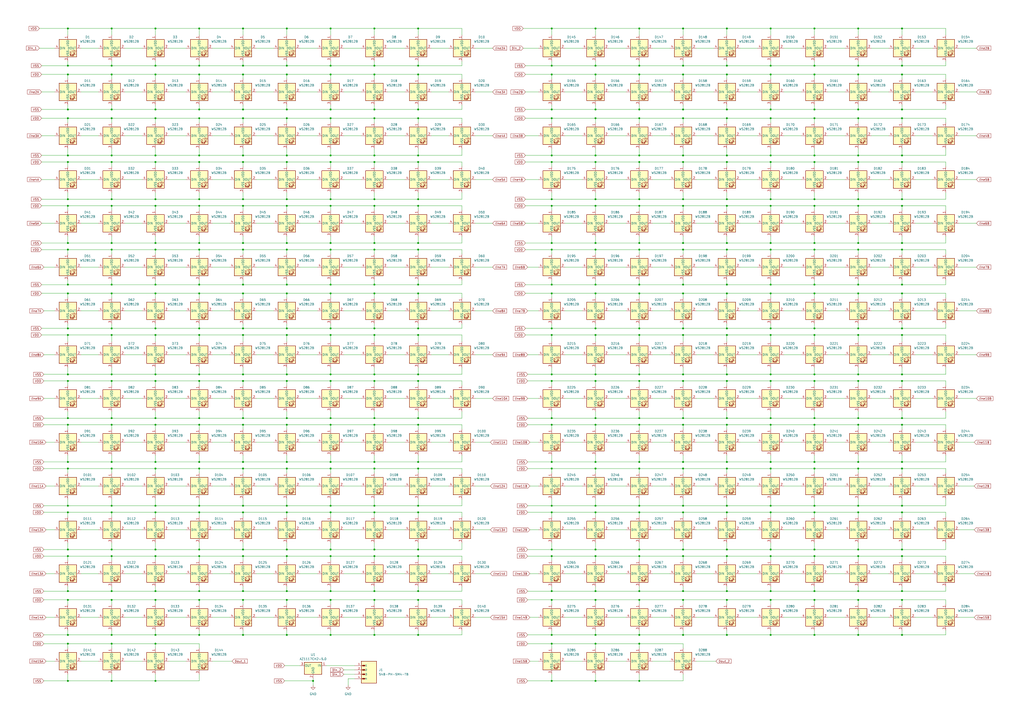
<source format=kicad_sch>
(kicad_sch (version 20250114) (generator "eeschema") (generator_version "9.0")
  (paper "A2")
  (junction (at 64.77 368.3))
  (junction (at 140.97 297.18))
  (junction (at 90.17 190.5))
  (junction (at 497.84 38.1))
  (junction (at 396.24 318.77))
  (junction (at 39.37 342.9))
  (junction (at 320.04 217.17))
  (junction (at 39.37 90.17))
  (junction (at 166.37 322.58))
  (junction (at 345.44 322.58))
  (junction (at 115.57 90.17))
  (junction (at 217.17 271.78))
  (junction (at 140.97 347.98))
  (junction (at 191.77 170.18))
  (junction (at 497.84 165.1))
  (junction (at 320.04 368.3))
  (junction (at 64.77 93.98))
  (junction (at 140.97 267.97))
  (junction (at 64.77 271.78))
  (junction (at 370.84 318.77))
  (junction (at 242.57 220.98))
  (junction (at 447.04 322.58))
  (junction (at 320.04 322.58))
  (junction (at 370.84 190.5))
  (junction (at 64.77 220.98))
  (junction (at 90.17 115.57))
  (junction (at 39.37 144.78))
  (junction (at 90.17 90.17))
  (junction (at 396.24 271.78))
  (junction (at 447.04 297.18))
  (junction (at 191.77 165.1))
  (junction (at 39.37 246.38))
  (junction (at 447.04 119.38))
  (junction (at 140.97 170.18))
  (junction (at 472.44 318.77))
  (junction (at 472.44 267.97))
  (junction (at 523.24 190.5))
  (junction (at 90.17 43.18))
  (junction (at 39.37 140.97))
  (junction (at 447.04 220.98))
  (junction (at 90.17 394.97))
  (junction (at 115.57 115.57))
  (junction (at 523.24 144.78))
  (junction (at 447.04 246.38))
  (junction (at 447.04 271.78))
  (junction (at 166.37 242.57))
  (junction (at 497.84 267.97))
  (junction (at 191.77 246.38))
  (junction (at 217.17 170.18))
  (junction (at 115.57 267.97))
  (junction (at 396.24 342.9))
  (junction (at 396.24 293.37))
  (junction (at 115.57 271.78))
  (junction (at 191.77 68.58))
  (junction (at 370.84 140.97))
  (junction (at 370.84 271.78))
  (junction (at 345.44 90.17))
  (junction (at 497.84 190.5))
  (junction (at 320.04 342.9))
  (junction (at 115.57 217.17))
  (junction (at 140.97 271.78))
  (junction (at 472.44 115.57))
  (junction (at 242.57 119.38))
  (junction (at 39.37 267.97))
  (junction (at 497.84 322.58))
  (junction (at 115.57 68.58))
  (junction (at 242.57 347.98))
  (junction (at 472.44 93.98))
  (junction (at 90.17 220.98))
  (junction (at 472.44 190.5))
  (junction (at 345.44 342.9))
  (junction (at 396.24 119.38))
  (junction (at 191.77 16.51))
  (junction (at 90.17 322.58))
  (junction (at 90.17 217.17))
  (junction (at 370.84 93.98))
  (junction (at 115.57 43.18))
  (junction (at 191.77 63.5))
  (junction (at 191.77 217.17))
  (junction (at 166.37 16.51))
  (junction (at 421.64 144.78))
  (junction (at 370.84 115.57))
  (junction (at 217.17 144.78))
  (junction (at 523.24 194.31))
  (junction (at 140.97 318.77))
  (junction (at 497.84 144.78))
  (junction (at 421.64 63.5))
  (junction (at 166.37 368.3))
  (junction (at 242.57 342.9))
  (junction (at 90.17 246.38))
  (junction (at 242.57 165.1))
  (junction (at 345.44 217.17))
  (junction (at 191.77 90.17))
  (junction (at 345.44 16.51))
  (junction (at 217.17 322.58))
  (junction (at 242.57 368.3))
  (junction (at 90.17 318.77))
  (junction (at 421.64 16.51))
  (junction (at 345.44 140.97))
  (junction (at 523.24 115.57))
  (junction (at 345.44 43.18))
  (junction (at 115.57 220.98))
  (junction (at 242.57 115.57))
  (junction (at 39.37 43.18))
  (junction (at 447.04 16.51))
  (junction (at 166.37 246.38))
  (junction (at 523.24 68.58))
  (junction (at 320.04 293.37))
  (junction (at 217.17 90.17))
  (junction (at 242.57 194.31))
  (junction (at 497.84 242.57))
  (junction (at 421.64 217.17))
  (junction (at 90.17 347.98))
  (junction (at 345.44 93.98))
  (junction (at 64.77 394.97))
  (junction (at 523.24 322.58))
  (junction (at 191.77 368.3))
  (junction (at 64.77 115.57))
  (junction (at 345.44 242.57))
  (junction (at 115.57 322.58))
  (junction (at 497.84 93.98))
  (junction (at 90.17 373.38))
  (junction (at 421.64 90.17))
  (junction (at 447.04 93.98))
  (junction (at 396.24 68.58))
  (junction (at 523.24 93.98))
  (junction (at 370.84 394.97))
  (junction (at 472.44 347.98))
  (junction (at 320.04 144.78))
  (junction (at 421.64 165.1))
  (junction (at 217.17 43.18))
  (junction (at 140.97 217.17))
  (junction (at 447.04 115.57))
  (junction (at 396.24 267.97))
  (junction (at 39.37 318.77))
  (junction (at 523.24 38.1))
  (junction (at 64.77 119.38))
  (junction (at 472.44 63.5))
  (junction (at 497.84 68.58))
  (junction (at 523.24 297.18))
  (junction (at 39.37 322.58))
  (junction (at 217.17 347.98))
  (junction (at 320.04 194.31))
  (junction (at 191.77 194.31))
  (junction (at 217.17 220.98))
  (junction (at 370.84 119.38))
  (junction (at 166.37 140.97))
  (junction (at 396.24 368.3))
  (junction (at 166.37 220.98))
  (junction (at 320.04 68.58))
  (junction (at 64.77 217.17))
  (junction (at 217.17 119.38))
  (junction (at 39.37 16.51))
  (junction (at 370.84 43.18))
  (junction (at 242.57 43.18))
  (junction (at 447.04 293.37))
  (junction (at 447.04 318.77))
  (junction (at 39.37 194.31))
  (junction (at 39.37 170.18))
  (junction (at 320.04 373.38))
  (junction (at 64.77 347.98))
  (junction (at 472.44 246.38))
  (junction (at 421.64 342.9))
  (junction (at 242.57 217.17))
  (junction (at 320.04 246.38))
  (junction (at 497.84 318.77))
  (junction (at 370.84 368.3))
  (junction (at 90.17 342.9))
  (junction (at 90.17 368.3))
  (junction (at 191.77 190.5))
  (junction (at 90.17 293.37))
  (junction (at 421.64 220.98))
  (junction (at 421.64 293.37))
  (junction (at 370.84 194.31))
  (junction (at 90.17 140.97))
  (junction (at 421.64 297.18))
  (junction (at 447.04 194.31))
  (junction (at 523.24 140.97))
  (junction (at 421.64 93.98))
  (junction (at 345.44 194.31))
  (junction (at 345.44 144.78))
  (junction (at 497.84 16.51))
  (junction (at 370.84 293.37))
  (junction (at 447.04 165.1))
  (junction (at 64.77 242.57))
  (junction (at 523.24 271.78))
  (junction (at 370.84 165.1))
  (junction (at 396.24 140.97))
  (junction (at 242.57 190.5))
  (junction (at 396.24 144.78))
  (junction (at 421.64 170.18))
  (junction (at 64.77 194.31))
  (junction (at 345.44 119.38))
  (junction (at 166.37 342.9))
  (junction (at 166.37 38.1))
  (junction (at 140.97 90.17))
  (junction (at 345.44 267.97))
  (junction (at 191.77 342.9))
  (junction (at 345.44 347.98))
  (junction (at 181.61 394.97))
  (junction (at 396.24 220.98))
  (junction (at 320.04 170.18))
  (junction (at 166.37 68.58))
  (junction (at 39.37 242.57))
  (junction (at 90.17 144.78))
  (junction (at 166.37 43.18))
  (junction (at 64.77 297.18))
  (junction (at 217.17 190.5))
  (junction (at 140.97 16.51))
  (junction (at 64.77 190.5))
  (junction (at 217.17 140.97))
  (junction (at 396.24 63.5))
  (junction (at 320.04 38.1))
  (junction (at 39.37 165.1))
  (junction (at 421.64 318.77))
  (junction (at 345.44 368.3))
  (junction (at 217.17 318.77))
  (junction (at 421.64 190.5))
  (junction (at 396.24 93.98))
  (junction (at 242.57 16.51))
  (junction (at 217.17 16.51))
  (junction (at 166.37 115.57))
  (junction (at 140.97 322.58))
  (junction (at 472.44 144.78))
  (junction (at 320.04 318.77))
  (junction (at 523.24 119.38))
  (junction (at 217.17 368.3))
  (junction (at 370.84 68.58))
  (junction (at 370.84 242.57))
  (junction (at 345.44 38.1))
  (junction (at 396.24 246.38))
  (junction (at 39.37 293.37))
  (junction (at 370.84 342.9))
  (junction (at 191.77 271.78))
  (junction (at 472.44 368.3))
  (junction (at 115.57 246.38))
  (junction (at 472.44 90.17))
  (junction (at 115.57 242.57))
  (junction (at 39.37 93.98))
  (junction (at 115.57 93.98))
  (junction (at 217.17 165.1))
  (junction (at 497.84 293.37))
  (junction (at 523.24 43.18))
  (junction (at 523.24 318.77))
  (junction (at 472.44 194.31))
  (junction (at 242.57 297.18))
  (junction (at 396.24 347.98))
  (junction (at 472.44 16.51))
  (junction (at 472.44 271.78))
  (junction (at 396.24 90.17))
  (junction (at 242.57 38.1))
  (junction (at 39.37 190.5))
  (junction (at 166.37 347.98))
  (junction (at 447.04 144.78))
  (junction (at 39.37 368.3))
  (junction (at 140.97 242.57))
  (junction (at 217.17 293.37))
  (junction (at 472.44 43.18))
  (junction (at 140.97 246.38))
  (junction (at 140.97 115.57))
  (junction (at 472.44 297.18))
  (junction (at 497.84 90.17))
  (junction (at 447.04 68.58))
  (junction (at 320.04 115.57))
  (junction (at 39.37 63.5))
  (junction (at 370.84 297.18))
  (junction (at 472.44 119.38))
  (junction (at 320.04 90.17))
  (junction (at 39.37 373.38))
  (junction (at 421.64 68.58))
  (junction (at 421.64 368.3))
  (junction (at 472.44 217.17))
  (junction (at 64.77 38.1))
  (junction (at 497.84 347.98))
  (junction (at 90.17 93.98))
  (junction (at 396.24 190.5))
  (junction (at 447.04 347.98))
  (junction (at 166.37 93.98))
  (junction (at 166.37 267.97))
  (junction (at 166.37 271.78))
  (junction (at 396.24 194.31))
  (junction (at 345.44 170.18))
  (junction (at 115.57 165.1))
  (junction (at 242.57 90.17))
  (junction (at 472.44 170.18))
  (junction (at 345.44 165.1))
  (junction (at 191.77 318.77))
  (junction (at 217.17 93.98))
  (junction (at 217.17 242.57))
  (junction (at 447.04 190.5))
  (junction (at 166.37 217.17))
  (junction (at 242.57 140.97))
  (junction (at 166.37 170.18))
  (junction (at 242.57 267.97))
  (junction (at 345.44 394.97))
  (junction (at 242.57 271.78))
  (junction (at 191.77 119.38))
  (junction (at 191.77 38.1))
  (junction (at 523.24 246.38))
  (junction (at 320.04 242.57))
  (junction (at 447.04 43.18))
  (junction (at 497.84 63.5))
  (junction (at 39.37 220.98))
  (junction (at 523.24 165.1))
  (junction (at 166.37 63.5))
  (junction (at 497.84 271.78))
  (junction (at 64.77 342.9))
  (junction (at 320.04 43.18))
  (junction (at 140.97 190.5))
  (junction (at 421.64 115.57))
  (junction (at 320.04 119.38))
  (junction (at 140.97 140.97))
  (junction (at 523.24 293.37))
  (junction (at 320.04 190.5))
  (junction (at 370.84 16.51))
  (junction (at 166.37 293.37))
  (junction (at 115.57 190.5))
  (junction (at 166.37 194.31))
  (junction (at 345.44 220.98))
  (junction (at 447.04 217.17))
  (junction (at 523.24 16.51))
  (junction (at 64.77 373.38))
  (junction (at 90.17 16.51))
  (junction (at 242.57 63.5))
  (junction (at 497.84 43.18))
  (junction (at 140.97 119.38))
  (junction (at 345.44 63.5))
  (junction (at 217.17 115.57))
  (junction (at 217.17 63.5))
  (junction (at 115.57 170.18))
  (junction (at 396.24 170.18))
  (junction (at 523.24 368.3))
  (junction (at 140.97 342.9))
  (junction (at 396.24 115.57))
  (junction (at 421.64 38.1))
  (junction (at 370.84 373.38))
  (junction (at 39.37 394.97))
  (junction (at 421.64 271.78))
  (junction (at 345.44 246.38))
  (junction (at 345.44 271.78))
  (junction (at 115.57 144.78))
  (junction (at 370.84 90.17))
  (junction (at 396.24 43.18))
  (junction (at 115.57 140.97))
  (junction (at 166.37 297.18))
  (junction (at 472.44 322.58))
  (junction (at 90.17 297.18))
  (junction (at 472.44 220.98))
  (junction (at 523.24 217.17))
  (junction (at 421.64 43.18))
  (junction (at 523.24 220.98))
  (junction (at 320.04 140.97))
  (junction (at 90.17 170.18))
  (junction (at 447.04 90.17))
  (junction (at 421.64 322.58))
  (junction (at 370.84 246.38))
  (junction (at 90.17 242.57))
  (junction (at 191.77 115.57))
  (junction (at 217.17 246.38))
  (junction (at 242.57 246.38))
  (junction (at 396.24 217.17))
  (junction (at 421.64 119.38))
  (junction (at 396.24 297.18))
  (junction (at 64.77 165.1))
  (junction (at 497.84 220.98))
  (junction (at 523.24 342.9))
  (junction (at 242.57 318.77))
  (junction (at 140.97 194.31))
  (junction (at 497.84 297.18))
  (junction (at 345.44 318.77))
  (junction (at 191.77 297.18))
  (junction (at 523.24 90.17))
  (junction (at 140.97 144.78))
  (junction (at 115.57 16.51))
  (junction (at 320.04 394.97))
  (junction (at 39.37 217.17))
  (junction (at 345.44 297.18))
  (junction (at 217.17 342.9))
  (junction (at 447.04 342.9))
  (junction (at 320.04 267.97))
  (junction (at 90.17 68.58))
  (junction (at 115.57 368.3))
  (junction (at 39.37 271.78))
  (junction (at 217.17 38.1))
  (junction (at 320.04 271.78))
  (junction (at 140.97 93.98))
  (junction (at 90.17 38.1))
  (junction (at 370.84 322.58))
  (junction (at 421.64 246.38))
  (junction (at 472.44 342.9))
  (junction (at 217.17 68.58))
  (junction (at 217.17 267.97))
  (junction (at 447.04 368.3))
  (junction (at 64.77 90.17))
  (junction (at 115.57 342.9))
  (junction (at 472.44 140.97))
  (junction (at 191.77 220.98))
  (junction (at 166.37 318.77))
  (junction (at 447.04 170.18))
  (junction (at 345.44 293.37))
  (junction (at 472.44 242.57))
  (junction (at 64.77 43.18))
  (junction (at 345.44 190.5))
  (junction (at 64.77 246.38))
  (junction (at 140.97 38.1))
  (junction (at 39.37 347.98))
  (junction (at 320.04 347.98))
  (junction (at 396.24 165.1))
  (junction (at 421.64 267.97))
  (junction (at 370.84 170.18))
  (junction (at 191.77 322.58))
  (junction (at 140.97 43.18))
  (junction (at 140.97 63.5))
  (junction (at 320.04 165.1))
  (junction (at 497.84 119.38))
  (junction (at 64.77 63.5))
  (junction (at 242.57 93.98))
  (junction (at 166.37 144.78))
  (junction (at 370.84 38.1))
  (junction (at 497.84 342.9))
  (junction (at 64.77 293.37))
  (junction (at 166.37 119.38))
  (junction (at 115.57 63.5))
  (junction (at 447.04 242.57))
  (junction (at 166.37 90.17))
  (junction (at 140.97 368.3))
  (junction (at 497.84 140.97))
  (junction (at 166.37 165.1))
  (junction (at 370.84 144.78))
  (junction (at 191.77 93.98))
  (junction (at 115.57 297.18))
  (junction (at 115.57 194.31))
  (junction (at 115.57 293.37))
  (junction (at 64.77 322.58))
  (junction (at 242.57 322.58))
  (junction (at 447.04 63.5))
  (junction (at 191.77 347.98))
  (junction (at 39.37 297.18))
  (junction (at 64.77 16.51))
  (junction (at 320.04 93.98))
  (junction (at 472.44 68.58))
  (junction (at 320.04 63.5))
  (junction (at 370.84 63.5))
  (junction (at 191.77 293.37))
  (junction (at 242.57 170.18))
  (junction (at 217.17 194.31))
  (junction (at 447.04 267.97))
  (junction (at 90.17 194.31))
  (junction (at 497.84 194.31))
  (junction (at 370.84 217.17))
  (junction (at 191.77 242.57))
  (junction (at 497.84 217.17))
  (junction (at 140.97 293.37))
  (junction (at 320.04 297.18))
  (junction (at 345.44 115.57))
  (junction (at 345.44 68.58))
  (junction (at 472.44 293.37))
  (junction (at 64.77 267.97))
  (junction (at 115.57 347.98))
  (junction (at 320.04 16.51))
  (junction (at 472.44 165.1))
  (junction (at 140.97 220.98))
  (junction (at 523.24 242.57))
  (junction (at 242.57 144.78))
  (junction (at 242.57 293.37))
  (junction (at 396.24 322.58))
  (junction (at 523.24 63.5))
  (junction (at 217.17 297.18))
  (junction (at 421.64 347.98))
  (junction (at 115.57 119.38))
  (junction (at 191.77 144.78))
  (junction (at 191.77 267.97))
  (junction (at 370.84 347.98))
  (junction (at 90.17 271.78))
  (junction (at 370.84 267.97))
  (junction (at 217.17 217.17))
  (junction (at 64.77 144.78))
  (junction (at 447.04 38.1))
  (junction (at 115.57 38.1))
  (junction (at 64.77 170.18))
  (junction (at 90.17 267.97))
  (junction (at 523.24 347.98))
  (junction (at 191.77 43.18))
  (junction (at 140.97 165.1))
  (junction (at 421.64 140.97))
  (junction (at 370.84 220.98))
  (junction (at 421.64 194.31))
  (junction (at 523.24 267.97))
  (junction (at 396.24 242.57))
  (junction (at 396.24 38.1))
  (junction (at 115.57 318.77))
  (junction (at 242.57 68.58))
  (junction (at 523.24 170.18))
  (junction (at 191.77 140.97))
  (junction (at 497.84 115.57))
  (junction (at 64.77 318.77))
  (junction (at 497.84 368.3))
  (junction (at 90.17 165.1))
  (junction (at 497.84 170.18))
  (junction (at 396.24 16.51))
  (junction (at 320.04 220.98))
  (junction (at 64.77 140.97))
  (junction (at 64.77 68.58))
  (junction (at 447.04 140.97))
  (junction (at 472.44 38.1))
  (junction (at 166.37 190.5))
  (junction (at 39.37 115.57))
  (junction (at 90.17 63.5))
  (junction (at 345.44 373.38))
  (junction (at 242.57 242.57))
  (junction (at 90.17 119.38))
  (junction (at 39.37 68.58))
  (junction (at 39.37 119.38))
  (junction (at 497.84 246.38))
  (junction (at 421.64 242.57))
  (junction (at 39.37 38.1))
  (junction (at 140.97 68.58))
  (wire (pts (xy 320.04 246.38) (xy 320.04 248.92)))
  (wire (pts (xy 505.46 104.14) (xy 515.62 104.14)))
  (wire (pts (xy 523.24 264.16) (xy 523.24 267.97)))
  (wire (pts (xy 497.84 322.58) (xy 523.24 322.58)))
  (wire (pts (xy 25.4 293.37) (xy 39.37 293.37)))
  (wire (pts (xy 64.77 93.98) (xy 90.17 93.98)))
  (wire (pts (xy 548.64 293.37) (xy 548.64 289.56)))
  (wire (pts (xy 250.19 358.14) (xy 260.35 358.14)))
  (wire (pts (xy 396.24 347.98) (xy 421.64 347.98)))
  (wire (pts (xy 24.13 93.98) (xy 39.37 93.98)))
  (wire (pts (xy 90.17 314.96) (xy 90.17 318.77)))
  (wire (pts (xy 39.37 297.18) (xy 64.77 297.18)))
  (wire (pts (xy 39.37 63.5) (xy 64.77 63.5)))
  (wire (pts (xy 90.17 115.57) (xy 115.57 115.57)))
  (wire (pts (xy 396.24 347.98) (xy 396.24 350.52)))
  (wire (pts (xy 64.77 190.5) (xy 90.17 190.5)))
  (wire (pts (xy 396.24 93.98) (xy 396.24 96.52)))
  (wire (pts (xy 64.77 16.51) (xy 64.77 20.32)))
  (wire (pts (xy 447.04 68.58) (xy 472.44 68.58)))
  (wire (pts (xy 370.84 271.78) (xy 396.24 271.78)))
  (wire (pts (xy 523.24 318.77) (xy 548.64 318.77)))
  (wire (pts (xy 370.84 43.18) (xy 396.24 43.18)))
  (wire (pts (xy 166.37 170.18) (xy 166.37 172.72)))
  (wire (pts (xy 64.77 35.56) (xy 64.77 38.1)))
  (wire (pts (xy 217.17 289.56) (xy 217.17 293.37)))
  (wire (pts (xy 454.66 78.74) (xy 464.82 78.74)))
  (wire (pts (xy 345.44 144.78) (xy 370.84 144.78)))
  (wire (pts (xy 480.06 53.34) (xy 490.22 53.34)))
  (wire (pts (xy 64.77 213.36) (xy 64.77 217.17)))
  (wire (pts (xy 46.99 281.94) (xy 57.15 281.94)))
  (wire (pts (xy 396.24 115.57) (xy 421.64 115.57)))
  (wire (pts (xy 480.06 281.94) (xy 490.22 281.94)))
  (wire (pts (xy 24.13 140.97) (xy 39.37 140.97)))
  (wire (pts (xy 345.44 297.18) (xy 370.84 297.18)))
  (wire (pts (xy 217.17 318.77) (xy 242.57 318.77)))
  (wire (pts (xy 327.66 154.94) (xy 337.82 154.94)))
  (wire (pts (xy 166.37 318.77) (xy 191.77 318.77)))
  (wire (pts (xy 429.26 358.14) (xy 439.42 358.14)))
  (wire (pts (xy 304.8 63.5) (xy 320.04 63.5)))
  (wire (pts (xy 115.57 267.97) (xy 140.97 267.97)))
  (wire (pts (xy 327.66 129.54) (xy 337.82 129.54)))
  (wire (pts (xy 267.97 68.58) (xy 267.97 71.12)))
  (wire (pts (xy 123.19 104.14) (xy 133.35 104.14)))
  (wire (pts (xy 24.13 115.57) (xy 39.37 115.57)))
  (wire (pts (xy 345.44 340.36) (xy 345.44 342.9)))
  (wire (pts (xy 370.84 140.97) (xy 396.24 140.97)))
  (wire (pts (xy 472.44 347.98) (xy 497.84 347.98)))
  (wire (pts (xy 97.79 307.34) (xy 107.95 307.34)))
  (wire (pts (xy 166.37 213.36) (xy 166.37 217.17)))
  (wire (pts (xy 353.06 154.94) (xy 363.22 154.94)))
  (wire (pts (xy 199.39 205.74) (xy 209.55 205.74)))
  (wire (pts (xy 505.46 78.74) (xy 515.62 78.74)))
  (wire (pts (xy 378.46 78.74) (xy 388.62 78.74)))
  (wire (pts (xy 39.37 35.56) (xy 39.37 38.1)))
  (wire (pts (xy 191.77 322.58) (xy 217.17 322.58)))
  (wire (pts (xy 556.26 154.94) (xy 566.42 154.94)))
  (wire (pts (xy 115.57 68.58) (xy 140.97 68.58)))
  (wire (pts (xy 403.86 154.94) (xy 414.02 154.94)))
  (wire (pts (xy 39.37 16.51) (xy 39.37 20.32)))
  (wire (pts (xy 250.19 180.34) (xy 260.35 180.34)))
  (wire (pts (xy 447.04 119.38) (xy 447.04 121.92)))
  (wire (pts (xy 403.86 104.14) (xy 414.02 104.14)))
  (wire (pts (xy 497.84 264.16) (xy 497.84 267.97)))
  (wire (pts (xy 556.26 104.14) (xy 566.42 104.14)))
  (wire (pts (xy 447.04 322.58) (xy 447.04 325.12)))
  (wire (pts (xy 447.04 162.56) (xy 447.04 165.1)))
  (wire (pts (xy 505.46 256.54) (xy 515.62 256.54)))
  (wire (pts (xy 421.64 90.17) (xy 447.04 90.17)))
  (wire (pts (xy 320.04 373.38) (xy 345.44 373.38)))
  (wire (pts (xy 217.17 140.97) (xy 242.57 140.97)))
  (wire (pts (xy 523.24 144.78) (xy 548.64 144.78)))
  (wire (pts (xy 472.44 140.97) (xy 497.84 140.97)))
  (wire (pts (xy 217.17 43.18) (xy 242.57 43.18)))
  (wire (pts (xy 345.44 391.16) (xy 345.44 394.97)))
  (wire (pts (xy 548.64 246.38) (xy 548.64 248.92)))
  (wire (pts (xy 140.97 297.18) (xy 140.97 299.72)))
  (wire (pts (xy 64.77 144.78) (xy 90.17 144.78)))
  (wire (pts (xy 39.37 170.18) (xy 64.77 170.18)))
  (wire (pts (xy 421.64 220.98) (xy 421.64 223.52)))
  (wire (pts (xy 421.64 43.18) (xy 447.04 43.18)))
  (wire (pts (xy 115.57 63.5) (xy 140.97 63.5)))
  (wire (pts (xy 140.97 68.58) (xy 140.97 71.12)))
  (wire (pts (xy 472.44 271.78) (xy 497.84 271.78)))
  (wire (pts (xy 191.77 86.36) (xy 191.77 90.17)))
  (wire (pts (xy 304.8 93.98) (xy 320.04 93.98)))
  (wire (pts (xy 345.44 246.38) (xy 370.84 246.38)))
  (wire (pts (xy 396.24 264.16) (xy 396.24 267.97)))
  (wire (pts (xy 320.04 187.96) (xy 320.04 190.5)))
  (wire (pts (xy 472.44 16.51) (xy 472.44 20.32)))
  (wire (pts (xy 217.17 43.18) (xy 217.17 45.72)))
  (wire (pts (xy 140.97 170.18) (xy 140.97 172.72)))
  (wire (pts (xy 307.34 281.94) (xy 312.42 281.94)))
  (wire (pts (xy 353.06 383.54) (xy 363.22 383.54)))
  (wire (pts (xy 191.77 194.31) (xy 191.77 198.12)))
  (wire (pts (xy 447.04 365.76) (xy 447.04 368.3)))
  (wire (pts (xy 320.04 271.78) (xy 345.44 271.78)))
  (wire (pts (xy 306.07 267.97) (xy 320.04 267.97)))
  (wire (pts (xy 166.37 119.38) (xy 191.77 119.38)))
  (wire (pts (xy 90.17 213.36) (xy 90.17 217.17)))
  (wire (pts (xy 90.17 170.18) (xy 115.57 170.18)))
  (wire (pts (xy 217.17 119.38) (xy 242.57 119.38)))
  (wire (pts (xy 523.24 111.76) (xy 523.24 115.57)))
  (wire (pts (xy 242.57 271.78) (xy 242.57 274.32)))
  (wire (pts (xy 140.97 170.18) (xy 166.37 170.18)))
  (wire (pts (xy 370.84 293.37) (xy 396.24 293.37)))
  (wire (pts (xy 421.64 342.9) (xy 447.04 342.9)))
  (wire (pts (xy 242.57 190.5) (xy 267.97 190.5)))
  (wire (pts (xy 173.99 154.94) (xy 184.15 154.94)))
  (wire (pts (xy 548.64 165.1) (xy 548.64 162.56)))
  (wire (pts (xy 166.37 264.16) (xy 166.37 267.97)))
  (wire (pts (xy 64.77 140.97) (xy 90.17 140.97)))
  (wire (pts (xy 140.97 190.5) (xy 166.37 190.5)))
  (wire (pts (xy 250.19 231.14) (xy 260.35 231.14)))
  (wire (pts (xy 306.07 394.97) (xy 320.04 394.97)))
  (wire (pts (xy 191.77 322.58) (xy 191.77 325.12)))
  (wire (pts (xy 378.46 358.14) (xy 388.62 358.14)))
  (wire (pts (xy 472.44 137.16) (xy 472.44 140.97)))
  (wire (pts (xy 25.4 180.34) (xy 31.75 180.34)))
  (wire (pts (xy 123.19 180.34) (xy 133.35 180.34)))
  (wire (pts (xy 530.86 104.14) (xy 541.02 104.14)))
  (wire (pts (xy 148.59 358.14) (xy 158.75 358.14)))
  (wire (pts (xy 472.44 297.18) (xy 472.44 299.72)))
  (wire (pts (xy 497.84 68.58) (xy 523.24 68.58)))
  (wire (pts (xy 345.44 220.98) (xy 370.84 220.98)))
  (wire (pts (xy 396.24 93.98) (xy 421.64 93.98)))
  (wire (pts (xy 472.44 271.78) (xy 472.44 274.32)))
  (wire (pts (xy 217.17 162.56) (xy 217.17 165.1)))
  (wire (pts (xy 242.57 297.18) (xy 267.97 297.18)))
  (wire (pts (xy 429.26 129.54) (xy 439.42 129.54)))
  (wire (pts (xy 39.37 391.16) (xy 39.37 394.97)))
  (wire (pts (xy 191.77 368.3) (xy 217.17 368.3)))
  (wire (pts (xy 480.06 27.94) (xy 490.22 27.94)))
  (wire (pts (xy 306.07 242.57) (xy 320.04 242.57)))
  (wire (pts (xy 447.04 60.96) (xy 447.04 63.5)))
  (wire (pts (xy 140.97 264.16) (xy 140.97 267.97)))
  (wire (pts (xy 370.84 318.77) (xy 396.24 318.77)))
  (wire (pts (xy 421.64 137.16) (xy 421.64 140.97)))
  (wire (pts (xy 447.04 297.18) (xy 447.04 299.72)))
  (wire (pts (xy 447.04 264.16) (xy 447.04 267.97)))
  (wire (pts (xy 370.84 264.16) (xy 370.84 267.97)))
  (wire (pts (xy 421.64 365.76) (xy 421.64 368.3)))
  (wire (pts (xy 447.04 347.98) (xy 447.04 350.52)))
  (wire (pts (xy 90.17 220.98) (xy 90.17 223.52)))
  (wire (pts (xy 39.37 162.56) (xy 39.37 165.1)))
  (wire (pts (xy 140.97 368.3) (xy 166.37 368.3)))
  (wire (pts (xy 530.86 205.74) (xy 541.02 205.74)))
  (wire (pts (xy 166.37 347.98) (xy 166.37 350.52)))
  (wire (pts (xy 370.84 342.9) (xy 396.24 342.9)))
  (wire (pts (xy 90.17 144.78) (xy 115.57 144.78)))
  (wire (pts (xy 191.77 342.9) (xy 217.17 342.9)))
  (wire (pts (xy 123.19 281.94) (xy 133.35 281.94)))
  (wire (pts (xy 90.17 322.58) (xy 90.17 325.12)))
  (wire (pts (xy 472.44 347.98) (xy 472.44 350.52)))
  (wire (pts (xy 320.04 340.36) (xy 320.04 342.9)))
  (wire (pts (xy 396.24 119.38) (xy 396.24 121.92)))
  (wire (pts (xy 191.77 365.76) (xy 191.77 368.3)))
  (wire (pts (xy 242.57 293.37) (xy 267.97 293.37)))
  (wire (pts (xy 267.97 170.18) (xy 267.97 172.72)))
  (wire (pts (xy 353.06 256.54) (xy 363.22 256.54)))
  (wire (pts (xy 275.59 129.54) (xy 285.75 129.54)))
  (wire (pts (xy 25.4 267.97) (xy 39.37 267.97)))
  (wire (pts (xy 140.97 271.78) (xy 166.37 271.78)))
  (wire (pts (xy 72.39 281.94) (xy 82.55 281.94)))
  (wire (pts (xy 191.77 93.98) (xy 217.17 93.98)))
  (wire (pts (xy 115.57 187.96) (xy 115.57 190.5)))
  (wire (pts (xy 64.77 170.18) (xy 90.17 170.18)))
  (wire (pts (xy 123.19 231.14) (xy 133.35 231.14)))
  (wire (pts (xy 242.57 220.98) (xy 242.57 223.52)))
  (wire (pts (xy 548.64 322.58) (xy 548.64 325.12)))
  (wire (pts (xy 306.07 368.3) (xy 320.04 368.3)))
  (wire (pts (xy 39.37 43.18) (xy 39.37 45.72)))
  (wire (pts (xy 345.44 271.78) (xy 370.84 271.78)))
  (wire (pts (xy 497.84 38.1) (xy 523.24 38.1)))
  (wire (pts (xy 242.57 297.18) (xy 242.57 299.72)))
  (wire (pts (xy 480.06 205.74) (xy 490.22 205.74)))
  (wire (pts (xy 39.37 111.76) (xy 39.37 115.57)))
  (wire (pts (xy 90.17 242.57) (xy 115.57 242.57)))
  (wire (pts (xy 472.44 297.18) (xy 497.84 297.18)))
  (wire (pts (xy 166.37 60.96) (xy 166.37 63.5)))
  (wire (pts (xy 275.59 358.14) (xy 284.48 358.14)))
  (wire (pts (xy 267.97 144.78) (xy 267.97 147.32)))
  (wire (pts (xy 39.37 220.98) (xy 64.77 220.98)))
  (wire (pts (xy 304.8 104.14) (xy 312.42 104.14)))
  (wire (pts (xy 505.46 154.94) (xy 515.62 154.94)))
  (wire (pts (xy 46.99 307.34) (xy 57.15 307.34)))
  (wire (pts (xy 140.97 144.78) (xy 140.97 147.32)))
  (wire (pts (xy 497.84 293.37) (xy 523.24 293.37)))
  (wire (pts (xy 90.17 43.18) (xy 115.57 43.18)))
  (wire (pts (xy 497.84 322.58) (xy 497.84 325.12)))
  (wire (pts (xy 242.57 246.38) (xy 267.97 246.38)))
  (wire (pts (xy 217.17 194.31) (xy 242.57 194.31)))
  (wire (pts (xy 224.79 104.14) (xy 234.95 104.14)))
  (wire (pts (xy 320.04 220.98) (xy 345.44 220.98)))
  (wire (pts (xy 166.37 43.18) (xy 191.77 43.18)))
  (wire (pts (xy 217.17 187.96) (xy 217.17 190.5)))
  (wire (pts (xy 523.24 170.18) (xy 523.24 172.72)))
  (wire (pts (xy 396.24 293.37) (xy 421.64 293.37)))
  (wire (pts (xy 267.97 119.38) (xy 267.97 121.92)))
  (wire (pts (xy 217.17 340.36) (xy 217.17 342.9)))
  (wire (pts (xy 90.17 140.97) (xy 115.57 140.97)))
  (wire (pts (xy 548.64 267.97) (xy 548.64 264.16)))
  (wire (pts (xy 224.79 53.34) (xy 234.95 53.34)))
  (wire (pts (xy 370.84 86.36) (xy 370.84 90.17)))
  (wire (pts (xy 166.37 140.97) (xy 191.77 140.97)))
  (wire (pts (xy 320.04 111.76) (xy 320.04 115.57)))
  (wire (pts (xy 304.8 115.57) (xy 320.04 115.57)))
  (wire (pts (xy 217.17 368.3) (xy 242.57 368.3)))
  (wire (pts (xy 166.37 194.31) (xy 191.77 194.31)))
  (wire (pts (xy 39.37 187.96) (xy 39.37 190.5)))
  (wire (pts (xy 497.84 16.51) (xy 497.84 20.32)))
  (wire (pts (xy 304.8 144.78) (xy 320.04 144.78)))
  (wire (pts (xy 304.8 53.34) (xy 312.42 53.34)))
  (wire (pts (xy 97.79 154.94) (xy 107.95 154.94)))
  (wire (pts (xy 166.37 220.98) (xy 166.37 223.52)))
  (wire (pts (xy 505.46 332.74) (xy 515.62 332.74)))
  (wire (pts (xy 242.57 289.56) (xy 242.57 293.37)))
  (wire (pts (xy 421.64 68.58) (xy 447.04 68.58)))
  (wire (pts (xy 421.64 144.78) (xy 421.64 147.32)))
  (wire (pts (xy 497.84 340.36) (xy 497.84 342.9)))
  (wire (pts (xy 447.04 246.38) (xy 447.04 248.92)))
  (wire (pts (xy 97.79 78.74) (xy 107.95 78.74)))
  (wire (pts (xy 421.64 93.98) (xy 421.64 96.52)))
  (wire (pts (xy 396.24 368.3) (xy 421.64 368.3)))
  (wire (pts (xy 64.77 115.57) (xy 90.17 115.57)))
  (wire (pts (xy 447.04 220.98) (xy 472.44 220.98)))
  (wire (pts (xy 140.97 115.57) (xy 166.37 115.57)))
  (wire (pts (xy 39.37 271.78) (xy 39.37 274.32)))
  (wire (pts (xy 115.57 347.98) (xy 140.97 347.98)))
  (wire (pts (xy 447.04 368.3) (xy 472.44 368.3)))
  (wire (pts (xy 345.44 289.56) (xy 345.44 293.37)))
  (wire (pts (xy 90.17 93.98) (xy 115.57 93.98)))
  (wire (pts (xy 472.44 68.58) (xy 497.84 68.58)))
  (wire (pts (xy 64.77 297.18) (xy 90.17 297.18)))
  (wire (pts (xy 140.97 220.98) (xy 166.37 220.98)))
  (wire (pts (xy 447.04 35.56) (xy 447.04 38.1)))
  (wire (pts (xy 353.06 129.54) (xy 363.22 129.54)))
  (wire (pts (xy 191.77 119.38) (xy 217.17 119.38)))
  (wire (pts (xy 123.19 307.34) (xy 133.35 307.34)))
  (wire (pts (xy 90.17 16.51) (xy 90.17 20.32)))
  (wire (pts (xy 140.97 267.97) (xy 166.37 267.97)))
  (wire (pts (xy 267.97 242.57) (xy 267.97 238.76)))
  (wire (pts (xy 429.26 307.34) (xy 439.42 307.34)))
  (wire (pts (xy 556.26 205.74) (xy 566.42 205.74)))
  (wire (pts (xy 472.44 318.77) (xy 497.84 318.77)))
  (wire (pts (xy 345.44 187.96) (xy 345.44 190.5)))
  (wire (pts (xy 472.44 194.31) (xy 472.44 198.12)))
  (wire (pts (xy 115.57 194.31) (xy 140.97 194.31)))
  (wire (pts (xy 421.64 43.18) (xy 421.64 45.72)))
  (wire (pts (xy 242.57 140.97) (xy 267.97 140.97)))
  (wire (pts (xy 217.17 35.56) (xy 217.17 38.1)))
  (wire (pts (xy 242.57 86.36) (xy 242.57 90.17)))
  (wire (pts (xy 217.17 347.98) (xy 217.17 350.52)))
  (wire (pts (xy 217.17 119.38) (xy 217.17 121.92)))
  (wire (pts (xy 123.19 27.94) (xy 133.35 27.94)))
  (wire (pts (xy 403.86 281.94) (xy 414.02 281.94)))
  (wire (pts (xy 39.37 373.38) (xy 39.37 375.92)))
  (wire (pts (xy 224.79 307.34) (xy 234.95 307.34)))
  (wire (pts (xy 447.04 16.51) (xy 472.44 16.51)))
  (wire (pts (xy 523.24 314.96) (xy 523.24 318.77)))
  (wire (pts (xy 345.44 60.96) (xy 345.44 63.5)))
  (wire (pts (xy 548.64 368.3) (xy 548.64 365.76)))
  (wire (pts (xy 421.64 190.5) (xy 447.04 190.5)))
  (wire (pts (xy 39.37 86.36) (xy 39.37 90.17)))
  (wire (pts (xy 497.84 314.96) (xy 497.84 318.77)))
  (wire (pts (xy 140.97 60.96) (xy 140.97 63.5)))
  (wire (pts (xy 115.57 297.18) (xy 140.97 297.18)))
  (wire (pts (xy 370.84 297.18) (xy 370.84 299.72)))
  (wire (pts (xy 242.57 16.51) (xy 242.57 20.32)))
  (wire (pts (xy 140.97 63.5) (xy 166.37 63.5)))
  (wire (pts (xy 166.37 365.76) (xy 166.37 368.3)))
  (wire (pts (xy 530.86 78.74) (xy 541.02 78.74)))
  (wire (pts (xy 173.99 231.14) (xy 184.15 231.14)))
  (wire (pts (xy 370.84 144.78) (xy 396.24 144.78)))
  (wire (pts (xy 64.77 297.18) (xy 64.77 299.72)))
  (wire (pts (xy 166.37 43.18) (xy 166.37 45.72)))
  (wire (pts (xy 556.26 180.34) (xy 566.42 180.34)))
  (wire (pts (xy 64.77 194.31) (xy 90.17 194.31)))
  (wire (pts (xy 345.44 43.18) (xy 370.84 43.18)))
  (wire (pts (xy 370.84 144.78) (xy 370.84 147.32)))
  (wire (pts (xy 39.37 217.17) (xy 64.77 217.17)))
  (wire (pts (xy 46.99 256.54) (xy 57.15 256.54)))
  (wire (pts (xy 556.26 281.94) (xy 565.15 281.94)))
  (wire (pts (xy 480.06 332.74) (xy 490.22 332.74)))
  (wire (pts (xy 403.86 358.14) (xy 414.02 358.14)))
  (wire (pts (xy 90.17 190.5) (xy 115.57 190.5)))
  (wire (pts (xy 454.66 307.34) (xy 464.82 307.34)))
  (wire (pts (xy 115.57 38.1) (xy 140.97 38.1)))
  (wire (pts (xy 472.44 86.36) (xy 472.44 90.17)))
  (wire (pts (xy 370.84 63.5) (xy 396.24 63.5)))
  (wire (pts (xy 25.4 342.9) (xy 39.37 342.9)))
  (wire (pts (xy 429.26 231.14) (xy 439.42 231.14)))
  (wire (pts (xy 115.57 340.36) (xy 115.57 342.9)))
  (wire (pts (xy 115.57 220.98) (xy 140.97 220.98)))
  (wire (pts (xy 523.24 365.76) (xy 523.24 368.3)))
  (wire (pts (xy 497.84 63.5) (xy 523.24 63.5)))
  (wire (pts (xy 320.04 121.92) (xy 320.04 119.38)))
  (wire (pts (xy 345.44 90.17) (xy 370.84 90.17)))
  (wire (pts (xy 396.24 190.5) (xy 421.64 190.5)))
  (wire (pts (xy 115.57 115.57) (xy 140.97 115.57)))
  (wire (pts (xy 396.24 90.17) (xy 421.64 90.17)))
  (wire (pts (xy 447.04 119.38) (xy 472.44 119.38)))
  (wire (pts (xy 115.57 35.56) (xy 115.57 38.1)))
  (wire (pts (xy 140.97 119.38) (xy 140.97 121.92)))
  (wire (pts (xy 345.44 238.76) (xy 345.44 242.57)))
  (wire (pts (xy 148.59 104.14) (xy 158.75 104.14)))
  (wire (pts (xy 370.84 238.76) (xy 370.84 242.57)))
  (wire (pts (xy 39.37 165.1) (xy 64.77 165.1)))
  (wire (pts (xy 353.06 332.74) (xy 363.22 332.74)))
  (wire (pts (xy 523.24 38.1) (xy 548.64 38.1)))
  (wire (pts (xy 307.34 358.14) (xy 312.42 358.14)))
  (wire (pts (xy 199.39 180.34) (xy 209.55 180.34)))
  (wire (pts (xy 345.44 246.38) (xy 345.44 248.92)))
  (wire (pts (xy 307.34 332.74) (xy 312.42 332.74)))
  (wire (pts (xy 396.24 111.76) (xy 396.24 115.57)))
  (wire (pts (xy 548.64 119.38) (xy 548.64 121.92)))
  (wire (pts (xy 64.77 16.51) (xy 90.17 16.51)))
  (wire (pts (xy 497.84 347.98) (xy 523.24 347.98)))
  (wire (pts (xy 115.57 322.58) (xy 140.97 322.58)))
  (wire (pts (xy 421.64 115.57) (xy 447.04 115.57)))
  (wire (pts (xy 523.24 342.9) (xy 548.64 342.9)))
  (wire (pts (xy 480.06 129.54) (xy 490.22 129.54)))
  (wire (pts (xy 370.84 267.97) (xy 396.24 267.97)))
  (wire (pts (xy 64.77 217.17) (xy 90.17 217.17)))
  (wire (pts (xy 24.13 165.1) (xy 39.37 165.1)))
  (wire (pts (xy 173.99 104.14) (xy 184.15 104.14)))
  (wire (pts (xy 523.24 190.5) (xy 548.64 190.5)))
  (wire (pts (xy 217.17 93.98) (xy 242.57 93.98)))
  (wire (pts (xy 345.44 111.76) (xy 345.44 115.57)))
  (wire (pts (xy 429.26 154.94) (xy 439.42 154.94)))
  (wire (pts (xy 173.99 307.34) (xy 184.15 307.34)))
  (wire (pts (xy 472.44 38.1) (xy 497.84 38.1)))
  (wire (pts (xy 523.24 271.78) (xy 548.64 271.78)))
  (wire (pts (xy 217.17 297.18) (xy 242.57 297.18)))
  (wire (pts (xy 39.37 170.18) (xy 39.37 172.72)))
  (wire (pts (xy 64.77 43.18) (xy 90.17 43.18)))
  (wire (pts (xy 370.84 220.98) (xy 370.84 223.52)))
  (wire (pts (xy 191.77 68.58) (xy 191.77 71.12)))
  (wire (pts (xy 191.77 137.16) (xy 191.77 140.97)))
  (wire (pts (xy 378.46 180.34) (xy 388.62 180.34)))
  (wire (pts (xy 140.97 68.58) (xy 166.37 68.58)))
  (wire (pts (xy 191.77 293.37) (xy 217.17 293.37)))
  (wire (pts (xy 523.24 368.3) (xy 548.64 368.3)))
  (wire (pts (xy 217.17 217.17) (xy 242.57 217.17)))
  (wire (pts (xy 396.24 322.58) (xy 421.64 322.58)))
  (wire (pts (xy 242.57 213.36) (xy 242.57 217.17)))
  (wire (pts (xy 378.46 53.34) (xy 388.62 53.34)))
  (wire (pts (xy 472.44 162.56) (xy 472.44 165.1)))
  (wire (pts (xy 378.46 27.94) (xy 388.62 27.94)))
  (wire (pts (xy 242.57 194.31) (xy 242.57 198.12)))
  (wire (pts (xy 345.44 16.51) (xy 370.84 16.51)))
  (wire (pts (xy 90.17 391.16) (xy 90.17 394.97)))
  (wire (pts (xy 497.84 297.18) (xy 497.84 299.72)))
  (wire (pts (xy 90.17 170.18) (xy 90.17 172.72)))
  (wire (pts (xy 370.84 246.38) (xy 370.84 248.92)))
  (wire (pts (xy 191.77 60.96) (xy 191.77 63.5)))
  (wire (pts (xy 115.57 271.78) (xy 140.97 271.78)))
  (wire (pts (xy 24.13 190.5) (xy 39.37 190.5)))
  (wire (pts (xy 396.24 217.17) (xy 421.64 217.17)))
  (wire (pts (xy 217.17 242.57) (xy 242.57 242.57)))
  (wire (pts (xy 166.37 242.57) (xy 191.77 242.57)))
  (wire (pts (xy 25.4 373.38) (xy 39.37 373.38)))
  (wire (pts (xy 191.77 246.38) (xy 191.77 248.92)))
  (wire (pts (xy 370.84 60.96) (xy 370.84 63.5)))
  (wire (pts (xy 191.77 297.18) (xy 191.77 299.72)))
  (wire (pts (xy 396.24 365.76) (xy 396.24 368.3)))
  (wire (pts (xy 242.57 16.51) (xy 267.97 16.51)))
  (wire (pts (xy 64.77 289.56) (xy 64.77 293.37)))
  (wire (pts (xy 530.86 53.34) (xy 541.02 53.34)))
  (wire (pts (xy 25.4 322.58) (xy 39.37 322.58)))
  (wire (pts (xy 497.84 16.51) (xy 523.24 16.51)))
  (wire (pts (xy 166.37 220.98) (xy 191.77 220.98)))
  (wire (pts (xy 497.84 119.38) (xy 523.24 119.38)))
  (wire (pts (xy 166.37 322.58) (xy 191.77 322.58)))
  (wire (pts (xy 90.17 318.77) (xy 115.57 318.77)))
  (wire (pts (xy 64.77 373.38) (xy 64.77 375.92)))
  (wire (pts (xy 370.84 165.1) (xy 396.24 165.1)))
  (wire (pts (xy 39.37 297.18) (xy 39.37 299.72)))
  (wire (pts (xy 267.97 140.97) (xy 267.97 137.16)))
  (wire (pts (xy 217.17 271.78) (xy 217.17 274.32)))
  (wire (pts (xy 90.17 38.1) (xy 115.57 38.1)))
  (wire (pts (xy 421.64 187.96) (xy 421.64 190.5)))
  (wire (pts (xy 505.46 53.34) (xy 515.62 53.34)))
  (wire (pts (xy 530.86 231.14) (xy 541.02 231.14)))
  (wire (pts (xy 199.39 281.94) (xy 209.55 281.94)))
  (wire (pts (xy 306.07 220.98) (xy 320.04 220.98)))
  (wire (pts (xy 217.17 165.1) (xy 242.57 165.1)))
  (wire (pts (xy 403.86 332.74) (xy 414.02 332.74)))
  (wire (pts (xy 345.44 347.98) (xy 345.44 350.52)))
  (wire (pts (xy 242.57 271.78) (xy 267.97 271.78)))
  (wire (pts (xy 199.39 231.14) (xy 209.55 231.14)))
  (wire (pts (xy 115.57 43.18) (xy 140.97 43.18)))
  (wire (pts (xy 166.37 314.96) (xy 166.37 318.77)))
  (wire (pts (xy 90.17 111.76) (xy 90.17 115.57)))
  (wire (pts (xy 24.13 194.31) (xy 39.37 194.31)))
  (wire (pts (xy 140.97 43.18) (xy 166.37 43.18)))
  (wire (pts (xy 370.84 347.98) (xy 396.24 347.98)))
  (wire (pts (xy 370.84 213.36) (xy 370.84 217.17)))
  (wire (pts (xy 370.84 93.98) (xy 396.24 93.98)))
  (wire (pts (xy 523.24 297.18) (xy 548.64 297.18)))
  (wire (pts (xy 472.44 220.98) (xy 472.44 223.52)))
  (wire (pts (xy 267.97 297.18) (xy 267.97 299.72)))
  (wire (pts (xy 64.77 119.38) (xy 64.77 121.92)))
  (wire (pts (xy 472.44 119.38) (xy 472.44 121.92)))
  (wire (pts (xy 472.44 90.17) (xy 497.84 90.17)))
  (wire (pts (xy 199.39 307.34) (xy 209.55 307.34)))
  (wire (pts (xy 447.04 347.98) (xy 472.44 347.98)))
  (wire (pts (xy 480.06 154.94) (xy 490.22 154.94)))
  (wire (pts (xy 320.04 165.1) (xy 345.44 165.1)))
  (wire (pts (xy 64.77 368.3) (xy 90.17 368.3)))
  (wire (pts (xy 320.04 93.98) (xy 320.04 96.52)))
  (wire (pts (xy 64.77 165.1) (xy 90.17 165.1)))
  (wire (pts (xy 267.97 342.9) (xy 267.97 340.36)))
  (wire (pts (xy 97.79 332.74) (xy 107.95 332.74)))
  (wire (pts (xy 447.04 322.58) (xy 472.44 322.58)))
  (wire (pts (xy 166.37 35.56) (xy 166.37 38.1)))
  (wire (pts (xy 275.59 281.94) (xy 284.48 281.94)))
  (wire (pts (xy 306.07 347.98) (xy 320.04 347.98)))
  (wire (pts (xy 447.04 198.12) (xy 447.04 194.31)))
  (wire (pts (xy 148.59 129.54) (xy 158.75 129.54)))
  (wire (pts (xy 320.04 373.38) (xy 320.04 375.92)))
  (wire (pts (xy 39.37 115.57) (xy 64.77 115.57)))
  (wire (pts (xy 472.44 144.78) (xy 472.44 147.32)))
  (wire (pts (xy 148.59 332.74) (xy 158.75 332.74)))
  (wire (pts (xy 370.84 322.58) (xy 396.24 322.58)))
  (wire (pts (xy 191.77 43.18) (xy 191.77 45.72)))
  (wire (pts (xy 39.37 119.38) (xy 64.77 119.38)))
  (wire (pts (xy 191.77 347.98) (xy 217.17 347.98)))
  (wire (pts (xy 217.17 271.78) (xy 242.57 271.78)))
  (wire (pts (xy 497.84 68.58) (xy 497.84 71.12)))
  (wire (pts (xy 191.77 16.51) (xy 191.77 20.32)))
  (wire (pts (xy 123.19 78.74) (xy 133.35 78.74)))
  (wire (pts (xy 396.24 43.18) (xy 421.64 43.18)))
  (wire (pts (xy 191.77 194.31) (xy 217.17 194.31)))
  (wire (pts (xy 97.79 205.74) (xy 107.95 205.74)))
  (wire (pts (xy 39.37 314.96) (xy 39.37 318.77)))
  (wire (pts (xy 320.04 264.16) (xy 320.04 267.97)))
  (wire (pts (xy 140.97 318.77) (xy 166.37 318.77)))
  (wire (pts (xy 396.24 220.98) (xy 396.24 223.52)))
  (wire (pts (xy 320.04 68.58) (xy 345.44 68.58)))
  (wire (pts (xy 505.46 27.94) (xy 515.62 27.94)))
  (wire (pts (xy 189.23 386.08) (xy 205.74 386.08)))
  (wire (pts (xy 191.77 297.18) (xy 217.17 297.18)))
  (wire (pts (xy 242.57 264.16) (xy 242.57 267.97)))
  (wire (pts (xy 39.37 16.51) (xy 64.77 16.51)))
  (wire (pts (xy 403.86 205.74) (xy 414.02 205.74)))
  (wire (pts (xy 472.44 60.96) (xy 472.44 63.5)))
  (wire (pts (xy 421.64 220.98) (xy 447.04 220.98)))
  (wire (pts (xy 447.04 170.18) (xy 472.44 170.18)))
  (wire (pts (xy 396.24 162.56) (xy 396.24 165.1)))
  (wire (pts (xy 523.24 86.36) (xy 523.24 90.17)))
  (wire (pts (xy 140.97 271.78) (xy 140.97 274.32)))
  (wire (pts (xy 97.79 358.14) (xy 107.95 358.14)))
  (wire (pts (xy 472.44 190.5) (xy 497.84 190.5)))
  (wire (pts (xy 64.77 365.76) (xy 64.77 368.3)))
  (wire (pts (xy 421.64 217.17) (xy 447.04 217.17)))
  (wire (pts (xy 217.17 190.5) (xy 242.57 190.5)))
  (wire (pts (xy 370.84 347.98) (xy 370.84 350.52)))
  (wire (pts (xy 320.04 220.98) (xy 320.04 223.52)))
  (wire (pts (xy 90.17 347.98) (xy 90.17 350.52)))
  (wire (pts (xy 396.24 271.78) (xy 396.24 274.32)))
  (wire (pts (xy 548.64 144.78) (xy 548.64 147.32)))
  (wire (pts (xy 548.64 170.18) (xy 548.64 172.72)))
  (wire (pts (xy 345.44 137.16) (xy 345.44 140.97)))
  (wire (pts (xy 217.17 220.98) (xy 217.17 223.52)))
  (wire (pts (xy 275.59 205.74) (xy 285.75 205.74)))
  (wire (pts (xy 497.84 119.38) (xy 497.84 121.92)))
  (wire (pts (xy 90.17 194.31) (xy 90.17 198.12)))
  (wire (pts (xy 242.57 267.97) (xy 267.97 267.97)))
  (wire (pts (xy 148.59 256.54) (xy 158.75 256.54)))
  (wire (pts (xy 304.8 129.54) (xy 312.42 129.54)))
  (wire (pts (xy 370.84 217.17) (xy 396.24 217.17)))
  (wire (pts (xy 304.8 119.38) (xy 320.04 119.38)))
  (wire (pts (xy 320.04 38.1) (xy 345.44 38.1)))
  (wire (pts (xy 140.97 165.1) (xy 166.37 165.1)))
  (wire (pts (xy 370.84 394.97) (xy 396.24 394.97)))
  (wire (pts (xy 64.77 170.18) (xy 64.77 172.72)))
  (wire (pts (xy 64.77 318.77) (xy 90.17 318.77)))
  (wire (pts (xy 24.13 129.54) (xy 31.75 129.54)))
  (wire (pts (xy 97.79 129.54) (xy 107.95 129.54)))
  (wire (pts (xy 242.57 340.36) (xy 242.57 342.9)))
  (wire (pts (xy 345.44 264.16) (xy 345.44 267.97)))
  (wire (pts (xy 370.84 43.18) (xy 370.84 45.72)))
  (wire (pts (xy 523.24 194.31) (xy 548.64 194.31)))
  (wire (pts (xy 396.24 246.38) (xy 396.24 248.92)))
  (wire (pts (xy 25.4 220.98) (xy 39.37 220.98)))
  (wire (pts (xy 267.97 293.37) (xy 267.97 289.56)))
  (wire (pts (xy 320.04 119.38) (xy 345.44 119.38)))
  (wire (pts (xy 505.46 231.14) (xy 515.62 231.14)))
  (wire (pts (xy 396.24 271.78) (xy 421.64 271.78)))
  (wire (pts (xy 472.44 187.96) (xy 472.44 190.5)))
  (wire (pts (xy 72.39 205.74) (xy 82.55 205.74)))
  (wire (pts (xy 267.97 322.58) (xy 267.97 325.12)))
  (wire (pts (xy 370.84 68.58) (xy 396.24 68.58)))
  (wire (pts (xy 26.67 358.14) (xy 31.75 358.14)))
  (wire (pts (xy 166.37 86.36) (xy 166.37 90.17)))
  (wire (pts (xy 46.99 205.74) (xy 57.15 205.74)))
  (wire (pts (xy 173.99 256.54) (xy 184.15 256.54)))
  (wire (pts (xy 472.44 293.37) (xy 497.84 293.37)))
  (wire (pts (xy 64.77 68.58) (xy 90.17 68.58)))
  (wire (pts (xy 140.97 93.98) (xy 140.97 96.52)))
  (wire (pts (xy 370.84 35.56) (xy 370.84 38.1)))
  (wire (pts (xy 242.57 194.31) (xy 267.97 194.31)))
  (wire (pts (xy 199.39 332.74) (xy 209.55 332.74)))
  (wire (pts (xy 217.17 60.96) (xy 217.17 63.5)))
  (wire (pts (xy 327.66 180.34) (xy 337.82 180.34)))
  (wire (pts (xy 447.04 43.18) (xy 447.04 45.72)))
  (wire (pts (xy 548.64 187.96) (xy 548.64 190.5)))
  (wire (pts (xy 90.17 86.36) (xy 90.17 90.17)))
  (wire (pts (xy 403.86 53.34) (xy 414.02 53.34)))
  (wire (pts (xy 242.57 68.58) (xy 242.57 71.12)))
  (wire (pts (xy 523.24 90.17) (xy 548.64 90.17)))
  (wire (pts (xy 505.46 358.14) (xy 515.62 358.14)))
  (wire (pts (xy 370.84 340.36) (xy 370.84 342.9)))
  (wire (pts (xy 472.44 322.58) (xy 497.84 322.58)))
  (wire (pts (xy 123.19 256.54) (xy 133.35 256.54)))
  (wire (pts (xy 148.59 154.94) (xy 158.75 154.94)))
  (wire (pts (xy 472.44 43.18) (xy 472.44 45.72)))
  (wire (pts (xy 497.84 217.17) (xy 523.24 217.17)))
  (wire (pts (xy 480.06 358.14) (xy 490.22 358.14)))
  (wire (pts (xy 123.19 383.54) (xy 134.62 383.54)))
  (wire (pts (xy 523.24 267.97) (xy 548.64 267.97)))
  (wire (pts (xy 224.79 129.54) (xy 234.95 129.54)))
  (wire (pts (xy 370.84 194.31) (xy 396.24 194.31)))
  (wire (pts (xy 72.39 104.14) (xy 82.55 104.14)))
  (wire (pts (xy 26.67 383.54) (xy 31.75 383.54)))
  (wire (pts (xy 267.97 368.3) (xy 267.97 365.76)))
  (wire (pts (xy 523.24 220.98) (xy 523.24 223.52)))
  (wire (pts (xy 320.04 368.3) (xy 345.44 368.3)))
  (wire (pts (xy 421.64 264.16) (xy 421.64 267.97)))
  (wire (pts (xy 548.64 115.57) (xy 548.64 111.76)))
  (wire (pts (xy 497.84 213.36) (xy 497.84 217.17)))
  (wire (pts (xy 115.57 368.3) (xy 140.97 368.3)))
  (wire (pts (xy 472.44 16.51) (xy 497.84 16.51)))
  (wire (pts (xy 217.17 220.98) (xy 242.57 220.98)))
  (wire (pts (xy 24.13 170.18) (xy 39.37 170.18)))
  (wire (pts (xy 97.79 53.34) (xy 107.95 53.34)))
  (wire (pts (xy 24.13 63.5) (xy 39.37 63.5)))
  (wire (pts (xy 165.1 394.97) (xy 181.61 394.97)))
  (wire (pts (xy 421.64 271.78) (xy 447.04 271.78)))
  (wire (pts (xy 64.77 144.78) (xy 64.77 147.32)))
  (wire (pts (xy 447.04 271.78) (xy 447.04 274.32)))
  (wire (pts (xy 166.37 267.97) (xy 191.77 267.97)))
  (wire (pts (xy 217.17 68.58) (xy 242.57 68.58)))
  (wire (pts (xy 148.59 281.94) (xy 158.75 281.94)))
  (wire (pts (xy 39.37 289.56) (xy 39.37 293.37)))
  (wire (pts (xy 370.84 187.96) (xy 370.84 190.5)))
  (wire (pts (xy 97.79 281.94) (xy 107.95 281.94)))
  (wire (pts (xy 566.42 27.94) (xy 556.26 27.94)))
  (wire (pts (xy 345.44 16.51) (xy 345.44 20.32)))
  (wire (pts (xy 306.07 293.37) (xy 320.04 293.37)))
  (wire (pts (xy 403.86 383.54) (xy 415.29 383.54)))
  (wire (pts (xy 523.24 43.18) (xy 523.24 45.72)))
  (wire (pts (xy 39.37 340.36) (xy 39.37 342.9)))
  (wire (pts (xy 217.17 264.16) (xy 217.17 267.97)))
  (wire (pts (xy 447.04 86.36) (xy 447.04 90.17)))
  (wire (pts (xy 548.64 347.98) (xy 548.64 350.52)))
  (wire (pts (xy 497.84 365.76) (xy 497.84 368.3)))
  (wire (pts (xy 115.57 111.76) (xy 115.57 115.57)))
  (wire (pts (xy 403.86 78.74) (xy 414.02 78.74)))
  (wire (pts (xy 115.57 137.16) (xy 115.57 140.97)))
  (wire (pts (xy 148.59 205.74) (xy 158.75 205.74)))
  (wire (pts (xy 173.99 180.34) (xy 184.15 180.34)))
  (wire (pts (xy 173.99 281.94) (xy 184.15 281.94)))
  (wire (pts (xy 345.44 271.78) (xy 345.44 274.32)))
  (wire (pts (xy 166.37 93.98) (xy 166.37 96.52)))
  (wire (pts (xy 64.77 267.97) (xy 90.17 267.97)))
  (wire (pts (xy 396.24 297.18) (xy 396.24 299.72)))
  (wire (pts (xy 90.17 368.3) (xy 115.57 368.3)))
  (wire (pts (xy 320.04 293.37) (xy 345.44 293.37)))
  (wire (pts (xy 242.57 68.58) (xy 267.97 68.58)))
  (wire (pts (xy 370.84 90.17) (xy 396.24 90.17)))
  (wire (pts (xy 166.37 115.57) (xy 191.77 115.57)))
  (wire (pts (xy 320.04 86.36) (xy 320.04 90.17)))
  (wire (pts (xy 166.37 293.37) (xy 191.77 293.37)))
  (wire (pts (xy 199.39 388.62) (xy 205.74 388.62)))
  (wire (pts (xy 242.57 170.18) (xy 267.97 170.18)))
  (wire (pts (xy 396.24 35.56) (xy 396.24 38.1)))
  (wire (pts (xy 115.57 314.96) (xy 115.57 318.77)))
  (wire (pts (xy 90.17 271.78) (xy 90.17 274.32)))
  (wire (pts (xy 447.04 187.96) (xy 447.04 190.5)))
  (wire (pts (xy 140.97 297.18) (xy 166.37 297.18)))
  (wire (pts (xy 39.37 90.17) (xy 64.77 90.17)))
  (wire (pts (xy 345.44 93.98) (xy 370.84 93.98)))
  (wire (pts (xy 166.37 144.78) (xy 166.37 147.32)))
  (wire (pts (xy 22.86 16.51) (xy 39.37 16.51)))
  (wire (pts (xy 472.44 246.38) (xy 497.84 246.38)))
  (wire (pts (xy 90.17 365.76) (xy 90.17 368.3)))
  (wire (pts (xy 275.59 307.34) (xy 284.48 307.34)))
  (wire (pts (xy 217.17 63.5) (xy 242.57 63.5)))
  (wire (pts (xy 523.24 347.98) (xy 523.24 350.52)))
  (wire (pts (xy 556.26 358.14) (xy 565.15 358.14)))
  (wire (pts (xy 275.59 256.54) (xy 284.48 256.54)))
  (wire (pts (xy 370.84 289.56) (xy 370.84 293.37)))
  (wire (pts (xy 115.57 16.51) (xy 140.97 16.51)))
  (wire (pts (xy 191.77 318.77) (xy 217.17 318.77)))
  (wire (pts (xy 39.37 264.16) (xy 39.37 267.97)))
  (wire (pts (xy 378.46 231.14) (xy 388.62 231.14)))
  (wire (pts (xy 115.57 213.36) (xy 115.57 217.17)))
  (wire (pts (xy 320.04 137.16) (xy 320.04 140.97)))
  (wire (pts (xy 327.66 27.94) (xy 337.82 27.94)))
  (wire (pts (xy 191.77 340.36) (xy 191.77 342.9)))
  (wire (pts (xy 267.97 271.78) (xy 267.97 274.32)))
  (wire (pts (xy 320.04 43.18) (xy 345.44 43.18)))
  (wire (pts (xy 320.04 63.5) (xy 345.44 63.5)))
  (wire (pts (xy 224.79 358.14) (xy 234.95 358.14)))
  (wire (pts (xy 140.97 38.1) (xy 166.37 38.1)))
  (wire (pts (xy 454.66 231.14) (xy 464.82 231.14)))
  (wire (pts (xy 199.39 78.74) (xy 209.55 78.74)))
  (wire (pts (xy 242.57 35.56) (xy 242.57 38.1)))
  (wire (pts (xy 166.37 93.98) (xy 191.77 93.98)))
  (wire (pts (xy 327.66 53.34) (xy 337.82 53.34)))
  (wire (pts (xy 523.24 68.58) (xy 523.24 71.12)))
  (wire (pts (xy 191.77 140.97) (xy 217.17 140.97)))
  (wire (pts (xy 123.19 129.54) (xy 133.35 129.54)))
  (wire (pts (xy 421.64 162.56) (xy 421.64 165.1)))
  (wire (pts (xy 396.24 342.9) (xy 421.64 342.9)))
  (wire (pts (xy 447.04 144.78) (xy 447.04 147.32)))
  (wire (pts (xy 217.17 144.78) (xy 242.57 144.78)))
  (wire (pts (xy 217.17 194.31) (xy 217.17 198.12)))
  (wire (pts (xy 396.24 194.31) (xy 421.64 194.31)))
  (wire (pts (xy 140.97 16.51) (xy 140.97 20.32)))
  (wire (pts (xy 396.24 238.76) (xy 396.24 242.57)))
  (wire (pts (xy 140.97 365.76) (xy 140.97 368.3)))
  (wire (pts (xy 370.84 271.78) (xy 370.84 274.32)))
  (wire (pts (xy 320.04 314.96) (xy 320.04 318.77)))
  (wire (pts (xy 327.66 205.74) (xy 337.82 205.74)))
  (wire (pts (xy 191.77 165.1) (xy 217.17 165.1)))
  (wire (pts (xy 472.44 63.5) (xy 497.84 63.5)))
  (wire (pts (xy 24.13 68.58) (xy 39.37 68.58)))
  (wire (pts (xy 166.37 68.58) (xy 166.37 71.12)))
  (wire (pts (xy 327.66 307.34) (xy 337.82 307.34)))
  (wire (pts (xy 523.24 246.38) (xy 548.64 246.38)))
  (wire (pts (xy 250.19 205.74) (xy 260.35 205.74)))
  (wire (pts (xy 166.37 271.78) (xy 191.77 271.78)))
  (wire (pts (xy 166.37 190.5) (xy 191.77 190.5)))
  (wire (pts (xy 115.57 86.36) (xy 115.57 90.17)))
  (wire (pts (xy 275.59 332.74) (xy 284.48 332.74)))
  (wire (pts (xy 497.84 297.18) (xy 523.24 297.18)))
  (wire (pts (xy 26.67 307.34) (xy 31.75 307.34)))
  (wire (pts (xy 224.79 180.34) (xy 234.95 180.34)))
  (wire (pts (xy 396.24 289.56) (xy 396.24 293.37)))
  (wire (pts (xy 24.13 104.14) (xy 31.75 104.14)))
  (wire (pts (xy 320.04 347.98) (xy 320.04 350.52)))
  (wire (pts (xy 421.64 63.5) (xy 447.04 63.5)))
  (wire (pts (xy 224.79 256.54) (xy 234.95 256.54)))
  (wire (pts (xy 140.97 217.17) (xy 166.37 217.17)))
  (wire (pts (xy 39.37 322.58) (xy 39.37 325.12)))
  (wire (pts (xy 396.24 60.96) (xy 396.24 63.5)))
  (wire (pts (xy 447.04 68.58) (xy 447.04 71.12)))
  (wire (pts (xy 472.44 165.1) (xy 497.84 165.1)))
  (wire (pts (xy 370.84 119.38) (xy 396.24 119.38)))
  (wire (pts (xy 523.24 322.58) (xy 523.24 325.12)))
  (wire (pts (xy 320.04 289.56) (xy 320.04 293.37)))
  (wire (pts (xy 370.84 115.57) (xy 396.24 115.57)))
  (wire (pts (xy 396.24 137.16) (xy 396.24 140.97)))
  (wire (pts (xy 548.64 297.18) (xy 548.64 299.72)))
  (wire (pts (xy 191.77 242.57) (xy 217.17 242.57)))
  (wire (pts (xy 472.44 213.36) (xy 472.44 217.17)))
  (wire (pts (xy 72.39 358.14) (xy 82.55 358.14)))
  (wire (pts (xy 46.99 53.34) (xy 57.15 53.34)))
  (wire (pts (xy 304.8 38.1) (xy 320.04 38.1)))
  (wire (pts (xy 39.37 246.38) (xy 64.77 246.38)))
  (wire (pts (xy 90.17 238.76) (xy 90.17 242.57)))
  (wire (pts (xy 250.19 104.14) (xy 260.35 104.14)))
  (wire (pts (xy 140.97 187.96) (xy 140.97 190.5)))
  (wire (pts (xy 39.37 68.58) (xy 64.77 68.58)))
  (wire (pts (xy 497.84 86.36) (xy 497.84 90.17)))
  (wire (pts (xy 242.57 60.96) (xy 242.57 63.5)))
  (wire (pts (xy 191.77 271.78) (xy 217.17 271.78)))
  (wire (pts (xy 548.64 342.9) (xy 548.64 340.36)))
  (wire (pts (xy 530.86 256.54) (xy 541.02 256.54)))
  (wire (pts (xy 201.93 393.7) (xy 201.93 397.51)))
  (wire (pts (xy 421.64 246.38) (xy 421.64 248.92)))
  (wire (pts (xy 199.39 129.54) (xy 209.55 129.54)))
  (wire (pts (xy 267.97 246.38) (xy 267.97 248.92)))
  (wire (pts (xy 472.44 342.9) (xy 497.84 342.9)))
  (wire (pts (xy 90.17 194.31) (xy 115.57 194.31)))
  (wire (pts (xy 242.57 144.78) (xy 242.57 147.32)))
  (wire (pts (xy 304.8 90.17) (xy 320.04 90.17)))
  (wire (pts (xy 115.57 242.57) (xy 140.97 242.57)))
  (wire (pts (xy 370.84 170.18) (xy 396.24 170.18)))
  (wire (pts (xy 421.64 267.97) (xy 447.04 267.97)))
  (wire (pts (xy 64.77 293.37) (xy 90.17 293.37)))
  (wire (pts (xy 115.57 93.98) (xy 115.57 96.52)))
  (wire (pts (xy 250.19 27.94) (xy 260.35 27.94)))
  (wire (pts (xy 370.84 365.76) (xy 370.84 368.3)))
  (wire (pts (xy 72.39 53.34) (xy 82.55 53.34)))
  (wire (pts (xy 217.17 238.76) (xy 217.17 242.57)))
  (wire (pts (xy 320.04 391.16) (xy 320.04 394.97)))
  (wire (pts (xy 140.97 322.58) (xy 140.97 325.12)))
  (wire (pts (xy 320.04 90.17) (xy 345.44 90.17)))
  (wire (pts (xy 166.37 289.56) (xy 166.37 293.37)))
  (wire (pts (xy 472.44 170.18) (xy 472.44 172.72)))
  (wire (pts (xy 25.4 154.94) (xy 31.75 154.94)))
  (wire (pts (xy 523.24 140.97) (xy 548.64 140.97)))
  (wire (pts (xy 497.84 246.38) (xy 497.84 248.92)))
  (wire (pts (xy 115.57 93.98) (xy 140.97 93.98)))
  (wire (pts (xy 267.97 267.97) (xy 267.97 264.16)))
  (wire (pts (xy 39.37 293.37) (xy 64.77 293.37)))
  (wire (pts (xy 166.37 340.36) (xy 166.37 342.9)))
  (wire (pts (xy 370.84 119.38) (xy 370.84 121.92)))
  (wire (pts (xy 39.37 144.78) (xy 64.77 144.78)))
  (wire (pts (xy 72.39 383.54) (xy 82.55 383.54)))
  (wire (pts (xy 548.64 271.78) (xy 548.64 274.32)))
  (wire (pts (xy 25.4 217.17) (xy 39.37 217.17)))
  (wire (pts (xy 191.77 271.78) (xy 191.77 274.32)))
  (wire (pts (xy 472.44 111.76) (xy 472.44 115.57)))
  (wire (pts (xy 140.97 246.38) (xy 140.97 248.92)))
  (wire (pts (xy 191.77 267.97) (xy 217.17 267.97)))
  (wire (pts (xy 275.59 231.14) (xy 285.75 231.14)))
  (wire (pts (xy 64.77 314.96) (xy 64.77 318.77)))
  (wire (pts (xy 472.44 93.98) (xy 497.84 93.98)))
  (wire (pts (xy 181.61 394.97) (xy 181.61 397.51)))
  (wire (pts (xy 480.06 78.74) (xy 490.22 78.74)))
  (wire (pts (xy 472.44 322.58) (xy 472.44 325.12)))
  (wire (pts (xy 497.84 137.16) (xy 497.84 140.97)))
  (wire (pts (xy 39.37 373.38) (xy 64.77 373.38)))
  (wire (pts (xy 217.17 16.51) (xy 217.17 20.32)))
  (wire (pts (xy 140.97 144.78) (xy 166.37 144.78)))
  (wire (pts (xy 353.06 281.94) (xy 363.22 281.94)))
  (wire (pts (xy 454.66 129.54) (xy 464.82 129.54)))
  (wire (pts (xy 505.46 180.34) (xy 515.62 180.34)))
  (wire (pts (xy 447.04 293.37) (xy 472.44 293.37)))
  (wire (pts (xy 421.64 119.38) (xy 421.64 121.92)))
  (wire (pts (xy 242.57 342.9) (xy 267.97 342.9)))
  (wire (pts (xy 39.37 365.76) (xy 39.37 368.3)))
  (wire (pts (xy 275.59 104.14) (xy 285.75 104.14)))
  (wire (pts (xy 64.77 246.38) (xy 64.77 248.92)))
  (wire (pts (xy 370.84 297.18) (xy 396.24 297.18)))
  (wire (pts (xy 90.17 264.16) (xy 90.17 267.97)))
  (wire (pts (xy 548.64 63.5) (xy 548.64 60.96)))
  (wire (pts (xy 39.37 93.98) (xy 39.37 96.52)))
  (wire (pts (xy 242.57 90.17) (xy 267.97 90.17)))
  (wire (pts (xy 345.44 63.5) (xy 370.84 63.5)))
  (wire (pts (xy 217.17 322.58) (xy 242.57 322.58)))
  (wire (pts (xy 166.37 198.12) (xy 166.37 194.31)))
  (wire (pts (xy 523.24 246.38) (xy 523.24 248.92)))
  (wire (pts (xy 217.17 246.38) (xy 217.17 248.92)))
  (wire (pts (xy 97.79 27.94) (xy 107.95 27.94)))
  (wire (pts (xy 320.04 347.98) (xy 345.44 347.98)))
  (wire (pts (xy 370.84 246.38) (xy 396.24 246.38)))
  (wire (pts (xy 556.26 256.54) (xy 565.15 256.54)))
  (wire (pts (xy 166.37 322.58) (xy 166.37 325.12)))
  (wire (pts (xy 90.17 322.58) (xy 115.57 322.58)))
  (wire (pts (xy 306.07 373.38) (xy 320.04 373.38)))
  (wire (pts (xy 320.04 115.57) (xy 345.44 115.57)))
  (wire (pts (xy 140.97 220.98) (xy 140.97 223.52)))
  (wire (pts (xy 523.24 187.96) (xy 523.24 190.5)))
  (wire (pts (xy 242.57 347.98) (xy 242.57 350.52)))
  (wire (pts (xy 191.77 220.98) (xy 191.77 223.52)))
  (wire (pts (xy 275.59 78.74) (xy 285.75 78.74)))
  (wire (pts (xy 39.37 322.58) (xy 64.77 322.58)))
  (wire (pts (xy 46.99 104.14) (xy 57.15 104.14)))
  (wire (pts (xy 345.44 43.18) (xy 345.44 45.72)))
  (wire (pts (xy 166.37 38.1) (xy 191.77 38.1)))
  (wire (pts (xy 304.8 140.97) (xy 320.04 140.97)))
  (wire (pts (xy 421.64 368.3) (xy 447.04 368.3)))
  (wire (pts (xy 90.17 43.18) (xy 90.17 45.72)))
  (wire (pts (xy 199.39 104.14) (xy 209.55 104.14)))
  (wire (pts (xy 429.26 205.74) (xy 439.42 205.74)))
  (wire (pts (xy 115.57 144.78) (xy 115.57 147.32)))
  (wire (pts (xy 90.17 297.18) (xy 90.17 299.72)))
  (wire (pts (xy 173.99 332.74) (xy 184.15 332.74)))
  (wire (pts (xy 267.97 318.77) (xy 267.97 314.96)))
  (wire (pts (xy 421.64 111.76) (xy 421.64 115.57)))
  (wire (pts (xy 306.07 318.77) (xy 320.04 318.77)))
  (wire (pts (xy 90.17 340.36) (xy 90.17 342.9)))
  (wire (pts (xy 267.97 115.57) (xy 267.97 111.76)))
  (wire (pts (xy 497.84 35.56) (xy 497.84 38.1)))
  (wire (pts (xy 90.17 119.38) (xy 115.57 119.38)))
  (wire (pts (xy 497.84 93.98) (xy 523.24 93.98)))
  (wire (pts (xy 523.24 297.18) (xy 523.24 299.72)))
  (wire (pts (xy 242.57 111.76) (xy 242.57 115.57)))
  (wire (pts (xy 267.97 217.17) (xy 267.97 213.36)))
  (wire (pts (xy 320.04 246.38) (xy 345.44 246.38)))
  (wire (pts (xy 429.26 104.14) (xy 439.42 104.14)))
  (wire (pts (xy 447.04 165.1) (xy 472.44 165.1)))
  (wire (pts (xy 148.59 180.34) (xy 158.75 180.34)))
  (wire (pts (xy 90.17 93.98) (xy 90.17 96.52)))
  (wire (pts (xy 345.44 144.78) (xy 345.44 147.32)))
  (wire (pts (xy 370.84 68.58) (xy 370.84 71.12)))
  (wire (pts (xy 320.04 365.76) (xy 320.04 368.3)))
  (wire (pts (xy 548.64 194.31) (xy 548.64 198.12)))
  (wire (pts (xy 90.17 137.16) (xy 90.17 140.97)))
  (wire (pts (xy 447.04 242.57) (xy 472.44 242.57)))
  (wire (pts (xy 320.04 194.31) (xy 345.44 194.31)))
  (wire (pts (xy 345.44 373.38) (xy 345.44 375.92)))
  (wire (pts (xy 497.84 368.3) (xy 523.24 368.3)))
  (wire (pts (xy 250.19 154.94) (xy 260.35 154.94)))
  (wire (pts (xy 242.57 119.38) (xy 267.97 119.38)))
  (wire (pts (xy 115.57 289.56) (xy 115.57 293.37)))
  (wire (pts (xy 90.17 220.98) (xy 115.57 220.98)))
  (wire (pts (xy 25.4 271.78) (xy 39.37 271.78)))
  (wire (pts (xy 320.04 60.96) (xy 320.04 63.5)))
  (wire (pts (xy 140.97 194.31) (xy 140.97 198.12)))
  (wire (pts (xy 472.44 289.56) (xy 472.44 293.37)))
  (wire (pts (xy 353.06 307.34) (xy 363.22 307.34)))
  (wire (pts (xy 39.37 144.78) (xy 39.37 147.32)))
  (wire (pts (xy 39.37 347.98) (xy 64.77 347.98)))
  (wire (pts (xy 191.77 289.56) (xy 191.77 293.37)))
  (wire (pts (xy 24.13 78.74) (xy 31.75 78.74)))
  (wire (pts (xy 90.17 119.38) (xy 90.17 121.92)))
  (wire (pts (xy 403.86 256.54) (xy 414.02 256.54)))
  (wire (pts (xy 523.24 16.51) (xy 548.64 16.51)))
  (wire (pts (xy 327.66 383.54) (xy 337.82 383.54)))
  (wire (pts (xy 97.79 383.54) (xy 107.95 383.54)))
  (wire (pts (xy 497.84 271.78) (xy 497.84 274.32)))
  (wire (pts (xy 90.17 271.78) (xy 115.57 271.78)))
  (wire (pts (xy 421.64 93.98) (xy 447.04 93.98)))
  (wire (pts (xy 306.07 180.34) (xy 312.42 180.34)))
  (wire (pts (xy 421.64 322.58) (xy 447.04 322.58)))
  (wire (pts (xy 370.84 93.98) (xy 370.84 96.52)))
  (wire (pts (xy 345.44 162.56) (xy 345.44 165.1)))
  (wire (pts (xy 72.39 27.94) (xy 82.55 27.94)))
  (wire (pts (xy 25.4 318.77) (xy 39.37 318.77)))
  (wire (pts (xy 447.04 16.51) (xy 447.04 20.32)))
  (wire (pts (xy 523.24 35.56) (xy 523.24 38.1)))
  (wire (pts (xy 497.84 43.18) (xy 497.84 45.72)))
  (wire (pts (xy 72.39 307.34) (xy 82.55 307.34)))
  (wire (pts (xy 97.79 256.54) (xy 107.95 256.54)))
  (wire (pts (xy 320.04 144.78) (xy 345.44 144.78)))
  (wire (pts (xy 166.37 63.5) (xy 191.77 63.5)))
  (wire (pts (xy 353.06 53.34) (xy 363.22 53.34)))
  (wire (pts (xy 370.84 314.96) (xy 370.84 318.77)))
  (wire (pts (xy 353.06 358.14) (xy 363.22 358.14)))
  (wire (pts (xy 548.64 140.97) (xy 548.64 137.16)))
  (wire (pts (xy 148.59 27.94) (xy 158.75 27.94)))
  (wire (pts (xy 345.44 220.98) (xy 345.44 223.52)))
  (wire (pts (xy 115.57 119.38) (xy 115.57 121.92)))
  (wire (pts (xy 523.24 60.96) (xy 523.24 63.5)))
  (wire (pts (xy 250.19 332.74) (xy 260.35 332.74)))
  (wire (pts (xy 22.86 27.94) (xy 31.75 27.94)))
  (wire (pts (xy 320.04 35.56) (xy 320.04 38.1)))
  (wire (pts (xy 396.24 140.97) (xy 421.64 140.97)))
  (wire (pts (xy 497.84 267.97) (xy 523.24 267.97)))
  (wire (pts (xy 472.44 264.16) (xy 472.44 267.97)))
  (wire (pts (xy 370.84 190.5) (xy 396.24 190.5)))
  (wire (pts (xy 396.24 297.18) (xy 421.64 297.18)))
  (wire (pts (xy 199.39 358.14) (xy 209.55 358.14)))
  (wire (pts (xy 480.06 256.54) (xy 490.22 256.54)))
  (wire (pts (xy 97.79 231.14) (xy 107.95 231.14)))
  (wire (pts (xy 353.06 104.14) (xy 363.22 104.14)))
  (wire (pts (xy 306.07 322.58) (xy 320.04 322.58)))
  (wire (pts (xy 267.97 165.1) (xy 267.97 162.56)))
  (wire (pts (xy 447.04 90.17) (xy 472.44 90.17)))
  (wire (pts (xy 447.04 340.36) (xy 447.04 342.9)))
  (wire (pts (xy 191.77 170.18) (xy 217.17 170.18)))
  (wire (pts (xy 472.44 144.78) (xy 497.84 144.78)))
  (wire (pts (xy 39.37 190.5) (xy 64.77 190.5)))
  (wire (pts (xy 556.26 307.34) (xy 565.15 307.34)))
  (wire (pts (xy 173.99 27.94) (xy 184.15 27.94)))
  (wire (pts (xy 90.17 342.9) (xy 115.57 342.9)))
  (wire (pts (xy 421.64 297.18) (xy 421.64 299.72)))
  (wire (pts (xy 396.24 394.97) (xy 396.24 391.16)))
  (wire (pts (xy 530.86 332.74) (xy 541.02 332.74)))
  (wire (pts (xy 224.79 154.94) (xy 234.95 154.94)))
  (wire (pts (xy 242.57 115.57) (xy 267.97 115.57)))
  (wire (pts (xy 421.64 347.98) (xy 447.04 347.98)))
  (wire (pts (xy 370.84 111.76) (xy 370.84 115.57)))
  (wire (pts (xy 306.07 246.38) (xy 320.04 246.38)))
  (wire (pts (xy 115.57 217.17) (xy 140.97 217.17)))
  (wire (pts (xy 140.97 322.58) (xy 166.37 322.58)))
  (wire (pts (xy 396.24 267.97) (xy 421.64 267.97)))
  (wire (pts (xy 403.86 180.34) (xy 414.02 180.34)))
  (wire (pts (xy 320.04 194.31) (xy 320.04 198.12)))
  (wire (pts (xy 497.84 165.1) (xy 523.24 165.1)))
  (wire (pts (xy 548.64 318.77) (xy 548.64 314.96)))
  (wire (pts (xy 556.26 332.74) (xy 565.15 332.74)))
  (wire (pts (xy 205.74 393.7) (xy 201.93 393.7)))
  (wire (pts (xy 523.24 170.18) (xy 548.64 170.18)))
  (wire (pts (xy 497.84 238.76) (xy 497.84 242.57)))
  (wire (pts (xy 421.64 246.38) (xy 447.04 246.38)))
  (wire (pts (xy 327.66 256.54) (xy 337.82 256.54)))
  (wire (pts (xy 115.57 246.38) (xy 140.97 246.38)))
  (wire (pts (xy 64.77 238.76) (xy 64.77 242.57)))
  (wire (pts (xy 447.04 238.76) (xy 447.04 242.57)))
  (wire (pts (xy 421.64 242.57) (xy 447.04 242.57)))
  (wire (pts (xy 345.44 368.3) (xy 370.84 368.3)))
  (wire (pts (xy 396.24 242.57) (xy 421.64 242.57)))
  (wire (pts (xy 25.4 368.3) (xy 39.37 368.3)))
  (wire (pts (xy 39.37 246.38) (xy 39.37 248.92)))
  (wire (pts (xy 345.44 342.9) (xy 370.84 342.9)))
  (wire (pts (xy 353.06 180.34) (xy 363.22 180.34)))
  (wire (pts (xy 39.37 140.97) (xy 64.77 140.97)))
  (wire (pts (xy 217.17 38.1) (xy 242.57 38.1)))
  (wire (pts (xy 217.17 314.96) (xy 217.17 318.77)))
  (wire (pts (xy 242.57 170.18) (xy 242.57 172.72)))
  (wire (pts (xy 181.61 393.7) (xy 181.61 394.97)))
  (wire (pts (xy 39.37 38.1) (xy 64.77 38.1)))
  (wire (pts (xy 396.24 43.18) (xy 396.24 45.72)))
  (wire (pts (xy 115.57 60.96) (xy 115.57 63.5)))
  (wire (pts (xy 39.37 267.97) (xy 64.77 267.97)))
  (wire (pts (xy 421.64 314.96) (xy 421.64 318.77)))
  (wire (pts (xy 90.17 373.38) (xy 115.57 373.38)))
  (wire (pts (xy 345.44 165.1) (xy 370.84 165.1)))
  (wire (pts (xy 90.17 90.17) (xy 115.57 90.17)))
  (wire (pts (xy 505.46 281.94) (xy 515.62 281.94)))
  (wire (pts (xy 224.79 332.74) (xy 234.95 332.74)))
  (wire (pts (xy 242.57 137.16) (xy 242.57 140.97)))
  (wire (pts (xy 250.19 281.94) (xy 260.35 281.94)))
  (wire (pts (xy 90.17 289.56) (xy 90.17 293.37)))
  (wire (pts (xy 39.37 394.97) (xy 64.77 394.97)))
  (wire (pts (xy 39.37 68.58) (xy 39.37 71.12)))
  (wire (pts (xy 378.46 281.94) (xy 388.62 281.94)))
  (wire (pts (xy 97.79 104.14) (xy 107.95 104.14)))
  (wire (pts (xy 429.26 256.54) (xy 439.42 256.54)))
  (wire (pts (xy 421.64 297.18) (xy 447.04 297.18)))
  (wire (pts (xy 250.19 256.54) (xy 260.35 256.54)))
  (wire (pts (xy 64.77 68.58) (xy 64.77 71.12)))
  (wire (pts (xy 173.99 78.74) (xy 184.15 78.74)))
  (wire (pts (xy 497.84 144.78) (xy 523.24 144.78)))
  (wire (pts (xy 39.37 342.9) (xy 64.77 342.9)))
  (wire (pts (xy 90.17 217.17) (xy 115.57 217.17)))
  (wire (pts (xy 454.66 27.94) (xy 464.82 27.94)))
  (wire (pts (xy 191.77 190.5) (xy 217.17 190.5)))
  (wire (pts (xy 115.57 162.56) (xy 115.57 165.1)))
  (wire (pts (xy 90.17 347.98) (xy 115.57 347.98)))
  (wire (pts (xy 345.44 293.37) (xy 370.84 293.37)))
  (wire (pts (xy 421.64 165.1) (xy 447.04 165.1)))
  (wire (pts (xy 115.57 318.77) (xy 140.97 318.77)))
  (wire (pts (xy 472.44 35.56) (xy 472.44 38.1)))
  (wire (pts (xy 421.64 38.1) (xy 447.04 38.1)))
  (wire (pts (xy 115.57 68.58) (xy 115.57 71.12)))
  (wire (pts (xy 497.84 43.18) (xy 523.24 43.18)))
  (wire (pts (xy 64.77 38.1) (xy 90.17 38.1)))
  (wire (pts (xy 497.84 187.96) (xy 497.84 190.5)))
  (wire (pts (xy 472.44 267.97) (xy 497.84 267.97)))
  (wire (pts (xy 140.97 314.96) (xy 140.97 318.77)))
  (wire (pts (xy 523.24 162.56) (xy 523.24 165.1)))
  (wire (pts (xy 378.46 154.94) (xy 388.62 154.94)))
  (wire (pts (xy 523.24 144.78) (xy 523.24 147.32)))
  (wire (pts (xy 191.77 217.17) (xy 217.17 217.17)))
  (wire (pts (xy 191.77 16.51) (xy 217.17 16.51)))
  (wire (pts (xy 64.77 93.98) (xy 64.77 96.52)))
  (wire (pts (xy 403.86 27.94) (xy 414.02 27.94)))
  (wire (pts (xy 320.04 394.97) (xy 345.44 394.97)))
  (wire (pts (xy 345.44 140.97) (xy 370.84 140.97)))
  (wire (pts (xy 523.24 137.16) (xy 523.24 140.97)))
  (wire (pts (xy 396.24 38.1) (xy 421.64 38.1)))
  (wire (pts (xy 140.97 194.31) (xy 166.37 194.31)))
  (wire (pts (xy 25.4 231.14) (xy 31.75 231.14)))
  (wire (pts (xy 447.04 213.36) (xy 447.04 217.17)))
  (wire (pts (xy 275.59 154.94) (xy 285.75 154.94)))
  (wire (pts (xy 320.04 342.9) (xy 345.44 342.9)))
  (wire (pts (xy 320.04 43.18) (xy 320.04 45.72)))
  (wire (pts (xy 497.84 318.77) (xy 523.24 318.77)))
  (wire (pts (xy 556.26 129.54) (xy 566.42 129.54)))
  (wire (pts (xy 523.24 242.57) (xy 548.64 242.57)))
  (wire (pts (xy 548.64 38.1) (xy 548.64 35.56)))
  (wire (pts (xy 345.44 38.1) (xy 370.84 38.1)))
  (wire (pts (xy 39.37 318.77) (xy 64.77 318.77)))
  (wire (pts (xy 304.8 194.31) (xy 320.04 194.31)))
  (wire (pts (xy 497.84 194.31) (xy 497.84 198.12)))
  (wire (pts (xy 267.97 347.98) (xy 267.97 350.52)))
  (wire (pts (xy 320.04 322.58) (xy 345.44 322.58)))
  (wire (pts (xy 472.44 119.38) (xy 497.84 119.38)))
  (wire (pts (xy 242.57 38.1) (xy 267.97 38.1)))
  (wire (pts (xy 140.97 43.18) (xy 140.97 45.72)))
  (wire (pts (xy 72.39 332.74) (xy 82.55 332.74)))
  (wire (pts (xy 447.04 137.16) (xy 447.04 140.97)))
  (wire (pts (xy 447.04 246.38) (xy 472.44 246.38)))
  (wire (pts (xy 429.26 332.74) (xy 439.42 332.74)))
  (wire (pts (xy 39.37 93.98) (xy 64.77 93.98)))
  (wire (pts (xy 370.84 322.58) (xy 370.84 325.12)))
  (wire (pts (xy 242.57 144.78) (xy 267.97 144.78)))
  (wire (pts (xy 64.77 86.36) (xy 64.77 90.17)))
  (wire (pts (xy 304.8 43.18) (xy 320.04 43.18)))
  (wire (pts (xy 191.77 68.58) (xy 217.17 68.58)))
  (wire (pts (xy 497.84 194.31) (xy 523.24 194.31)))
  (wire (pts (xy 370.84 242.57) (xy 396.24 242.57)))
  (wire (pts (xy 199.39 256.54) (xy 209.55 256.54)))
  (wire (pts (xy 242.57 93.98) (xy 242.57 96.52)))
  (wire (pts (xy 115.57 238.76) (xy 115.57 242.57)))
  (wire (pts (xy 523.24 119.38) (xy 548.64 119.38)))
  (wire (pts (xy 173.99 358.14) (xy 184.15 358.14)))
  (wire (pts (xy 140.97 289.56) (xy 140.97 293.37)))
  (wire (pts (xy 90.17 144.78) (xy 90.17 147.32)))
  (wire (pts (xy 217.17 342.9) (xy 242.57 342.9)))
  (wire (pts (xy 217.17 213.36) (xy 217.17 217.17)))
  (wire (pts (xy 497.84 144.78) (xy 497.84 147.32)))
  (wire (pts (xy 327.66 78.74) (xy 337.82 78.74)))
  (wire (pts (xy 497.84 60.96) (xy 497.84 63.5)))
  (wire (pts (xy 39.37 347.98) (xy 39.37 350.52)))
  (wire (pts (xy 447.04 38.1) (xy 472.44 38.1)))
  (wire (pts (xy 224.79 27.94) (xy 234.95 27.94)))
  (wire (pts (xy 530.86 281.94) (xy 541.02 281.94)))
  (wire (pts (xy 497.84 115.57) (xy 523.24 115.57)))
  (wire (pts (xy 26.67 256.54) (xy 31.75 256.54)))
  (wire (pts (xy 447.04 43.18) (xy 472.44 43.18)))
  (wire (pts (xy 64.77 347.98) (xy 90.17 347.98)))
  (wire (pts (xy 530.86 154.94) (xy 541.02 154.94)))
  (wire (pts (xy 166.37 16.51) (xy 166.37 20.32)))
  (wire (pts (xy 191.77 264.16) (xy 191.77 267.97)))
  (wire (pts (xy 148.59 307.34) (xy 158.75 307.34)))
  (wire (pts (xy 497.84 242.57) (xy 523.24 242.57)))
  (wire (pts (xy 64.77 264.16) (xy 64.77 267.97)))
  (wire (pts (xy 454.66 154.94) (xy 464.82 154.94)))
  (wire (pts (xy 39.37 60.96) (xy 39.37 63.5)))
  (wire (pts (xy 115.57 144.78) (xy 140.97 144.78)))
  (wire (pts (xy 24.13 43.18) (xy 39.37 43.18)))
  (wire (pts (xy 370.84 391.16) (xy 370.84 394.97)))
  (wire (pts (xy 548.64 16.51) (xy 548.64 20.32)))
  (wire (pts (xy 447.04 217.17) (xy 472.44 217.17)))
  (wire (pts (xy 530.86 129.54) (xy 541.02 129.54)))
  (wire (pts (xy 345.44 347.98) (xy 370.84 347.98)))
  (wire (pts (xy 191.77 115.57) (xy 217.17 115.57)))
  (wire (pts (xy 497.84 90.17) (xy 523.24 90.17)))
  (wire (pts (xy 421.64 86.36) (xy 421.64 90.17)))
  (wire (pts (xy 90.17 293.37) (xy 115.57 293.37)))
  (wire (pts (xy 472.44 340.36) (xy 472.44 342.9)))
  (wire (pts (xy 306.07 297.18) (xy 320.04 297.18)))
  (wire (pts (xy 378.46 104.14) (xy 388.62 104.14)))
  (wire (pts (xy 64.77 340.36) (xy 64.77 342.9)))
  (wire (pts (xy 497.84 170.18) (xy 497.84 172.72)))
  (wire (pts (xy 345.44 322.58) (xy 345.44 325.12)))
  (wire (pts (xy 46.99 332.74) (xy 57.15 332.74)))
  (wire (pts (xy 306.07 271.78) (xy 320.04 271.78)))
  (wire (pts (xy 472.44 170.18) (xy 497.84 170.18)))
  (wire (pts (xy 505.46 307.34) (xy 515.62 307.34)))
  (wire (pts (xy 267.97 38.1) (xy 267.97 35.56)))
  (wire (pts (xy 217.17 170.18) (xy 217.17 172.72)))
  (wire (pts (xy 64.77 137.16) (xy 64.77 140.97)))
  (wire (pts (xy 140.97 140.97) (xy 166.37 140.97)))
  (wire (pts (xy 25.4 242.57) (xy 39.37 242.57)))
  (wire (pts (xy 421.64 238.76) (xy 421.64 242.57)))
  (wire (pts (xy 166.37 119.38) (xy 166.37 121.92)))
  (wire (pts (xy 90.17 16.51) (xy 115.57 16.51)))
  (wire (pts (xy 421.64 16.51) (xy 421.64 20.32)))
  (wire (pts (xy 64.77 246.38) (xy 90.17 246.38)))
  (wire (pts (xy 39.37 194.31) (xy 39.37 198.12)))
  (wire (pts (xy 242.57 242.57) (xy 267.97 242.57)))
  (wire (pts (xy 191.77 43.18) (xy 217.17 43.18)))
  (wire (pts (xy 472.44 314.96) (xy 472.44 318.77)))
  (wire (pts (xy 429.26 180.34) (xy 439.42 180.34)))
  (wire (pts (xy 480.06 104.14) (xy 490.22 104.14)))
  (wire (pts (xy 454.66 104.14) (xy 464.82 104.14)))
  (wire (pts (xy 370.84 368.3) (xy 396.24 368.3)))
  (wire (pts (xy 90.17 60.96) (xy 90.17 63.5)))
  (wire (pts (xy 320.04 242.57) (xy 345.44 242.57)))
  (wire (pts (xy 304.8 190.5) (xy 320.04 190.5)))
  (wire (pts (xy 497.84 190.5) (xy 523.24 190.5)))
  (wire (pts (xy 523.24 43.18) (xy 548.64 43.18)))
  (wire (pts (xy 345.44 314.96) (xy 345.44 318.77)))
  (wire (pts (xy 548.64 217.17) (xy 548.64 213.36)))
  (wire (pts (xy 396.24 314.96) (xy 396.24 318.77)))
  (wire (pts (xy 148.59 53.34) (xy 158.75 53.34)))
  (wire (pts (xy 345.44 190.5) (xy 370.84 190.5)))
  (wire (pts (xy 396.24 340.36) (xy 396.24 342.9)))
  (wire (pts (xy 140.97 137.16) (xy 140.97 140.97)))
  (wire (pts (xy 199.39 53.34) (xy 209.55 53.34)))
  (wire (pts (xy 370.84 373.38) (xy 370.84 375.92)))
  (wire (pts (xy 396.24 170.18) (xy 421.64 170.18)))
  (wire (pts (xy 497.84 271.78) (xy 523.24 271.78)))
  (wire (pts (xy 224.79 281.94) (xy 234.95 281.94)))
  (wire (pts (xy 454.66 332.74) (xy 464.82 332.74)))
  (wire (pts (xy 497.84 140.97) (xy 523.24 140.97)))
  (wire (pts (xy 46.99 383.54) (xy 57.15 383.54)))
  (wire (pts (xy 166.37 68.58) (xy 191.77 68.58)))
  (wire (pts (xy 285.75 27.94) (xy 275.59 27.94)))
  (wire (pts (xy 327.66 332.74) (xy 337.82 332.74)))
  (wire (pts (xy 140.97 238.76) (xy 140.97 242.57)))
  (wire (pts (xy 548.64 220.98) (xy 548.64 223.52)))
  (wire (pts (xy 217.17 111.76) (xy 217.17 115.57)))
  (wire (pts (xy 454.66 205.74) (xy 464.82 205.74)))
  (wire (pts (xy 140.97 93.98) (xy 166.37 93.98)))
  (wire (pts (xy 115.57 297.18) (xy 115.57 299.72)))
  (wire (pts (xy 447.04 93.98) (xy 447.04 96.52)))
  (wire (pts (xy 345.44 115.57) (xy 370.84 115.57)))
  (wire (pts (xy 320.04 162.56) (xy 320.04 165.1)))
  (wire (pts (xy 370.84 38.1) (xy 396.24 38.1)))
  (wire (pts (xy 166.37 368.3) (xy 191.77 368.3)))
  (wire (pts (xy 370.84 220.98) (xy 396.24 220.98)))
  (wire (pts (xy 345.44 213.36) (xy 345.44 217.17)))
  (wire (pts (xy 115.57 264.16) (xy 115.57 267.97)))
  (wire (pts (xy 72.39 78.74) (xy 82.55 78.74)))
  (wire (pts (xy 307.34 383.54) (xy 312.42 383.54)))
  (wire (pts (xy 64.77 90.17) (xy 90.17 90.17)))
  (wire (pts (xy 191.77 213.36) (xy 191.77 217.17)))
  (wire (pts (xy 523.24 194.31) (xy 523.24 198.12)))
  (wire (pts (xy 396.24 246.38) (xy 421.64 246.38)))
  (wire (pts (xy 267.97 43.18) (xy 267.97 45.72)))
  (wire (pts (xy 64.77 111.76) (xy 64.77 115.57)))
  (wire (pts (xy 480.06 231.14) (xy 490.22 231.14)))
  (wire (pts (xy 199.39 27.94) (xy 209.55 27.94)))
  (wire (pts (xy 39.37 213.36) (xy 39.37 217.17)))
  (wire (pts (xy 275.59 180.34) (xy 285.75 180.34)))
  (wire (pts (xy 548.64 43.18) (xy 548.64 45.72)))
  (wire (pts (xy 320.04 16.51) (xy 345.44 16.51)))
  (wire (pts (xy 306.07 342.9) (xy 320.04 342.9)))
  (wire (pts (xy 345.44 35.56) (xy 345.44 38.1)))
  (wire (pts (xy 304.8 78.74) (xy 312.42 78.74)))
  (wire (pts (xy 303.53 27.94) (xy 312.42 27.94)))
  (wire (pts (xy 140.97 347.98) (xy 166.37 347.98)))
  (wire (pts (xy 64.77 60.96) (xy 64.77 63.5)))
  (wire (pts (xy 115.57 373.38) (xy 115.57 375.92)))
  (wire (pts (xy 472.44 242.57) (xy 497.84 242.57)))
  (wire (pts (xy 421.64 271.78) (xy 421.64 274.32)))
  (wire (pts (xy 396.24 170.18) (xy 396.24 172.72)))
  (wire (pts (xy 267.97 90.17) (xy 267.97 86.36)))
  (wire (pts (xy 173.99 53.34) (xy 184.15 53.34)))
  (wire (pts (xy 396.24 373.38) (xy 396.24 375.92)))
  (wire (pts (xy 421.64 194.31) (xy 447.04 194.31)))
  (wire (pts (xy 191.77 35.56) (xy 191.77 38.1)))
  (wire (pts (xy 320.04 140.97) (xy 345.44 140.97)))
  (wire (pts (xy 472.44 43.18) (xy 497.84 43.18)))
  (wire (pts (xy 472.44 93.98) (xy 472.44 96.52)))
  (wire (pts (xy 166.37 144.78) (xy 191.77 144.78)))
  (wire (pts (xy 370.84 194.31) (xy 370.84 198.12)))
  (wire (pts (xy 140.97 119.38) (xy 166.37 119.38)))
  (wire (pts (xy 242.57 322.58) (xy 242.57 325.12)))
  (wire (pts (xy 115.57 347.98) (xy 115.57 350.52)))
  (wire (pts (xy 140.97 347.98) (xy 140.97 350.52)))
  (wire (pts (xy 24.13 119.38) (xy 39.37 119.38)))
  (wire (pts (xy 353.06 78.74) (xy 363.22 78.74)))
  (wire (pts (xy 90.17 394.97) (xy 115.57 394.97)))
  (wire (pts (xy 345.44 217.17) (xy 370.84 217.17)))
  (wire (pts (xy 46.99 358.14) (xy 57.15 358.14)))
  (wire (pts (xy 396.24 68.58) (xy 396.24 71.12)))
  (wire (pts (xy 396.24 144.78) (xy 421.64 144.78)))
  (wire (pts (xy 217.17 293.37) (xy 242.57 293.37)))
  (wire (pts (xy 191.77 93.98) (xy 191.77 96.52)))
  (wire (pts (xy 421.64 60.96) (xy 421.64 63.5)))
  (wire (pts (xy 191.77 111.76) (xy 191.77 115.57)))
  (wire (pts (xy 250.19 307.34) (xy 260.35 307.34)))
  (wire (pts (xy 39.37 368.3) (xy 64.77 368.3)))
  (wire (pts (xy 421.64 170.18) (xy 421.64 172.72)))
  (wire (pts (xy 320.04 217.17) (xy 345.44 217.17)))
  (wire (pts (xy 421.64 16.51) (xy 447.04 16.51)))
  (wire (pts (xy 421.64 293.37) (xy 447.04 293.37)))
  (wire (pts (xy 447.04 111.76) (xy 447.04 115.57)))
  (wire (pts (xy 140.97 340.36) (xy 140.97 342.9)))
  (wire (pts (xy 191.77 144.78) (xy 191.77 147.32)))
  (wire (pts (xy 166.37 165.1) (xy 191.77 165.1)))
  (wire (pts (xy 64.77 322.58) (xy 64.77 325.12)))
  (wire (pts (xy 421.64 347.98) (xy 421.64 350.52)))
  (wire (pts (xy 497.84 347.98) (xy 497.84 350.52)))
  (wire (pts (xy 345.44 322.58) (xy 370.84 322.58)))
  (wire (pts (xy 454.66 281.94) (xy 464.82 281.94)))
  (wire (pts (xy 242.57 368.3) (xy 267.97 368.3)))
  (wire (pts (xy 217.17 16.51) (xy 242.57 16.51)))
  (wire (pts (xy 345.44 394.97) (xy 370.84 394.97)))
  (wire (pts (xy 64.77 322.58) (xy 90.17 322.58)))
  (wire (pts (xy 320.04 170.18) (xy 320.04 172.72)))
  (wire (pts (xy 25.4 394.97) (xy 39.37 394.97)))
  (wire (pts (xy 242.57 162.56) (xy 242.57 165.1)))
  (wire (pts (xy 64.77 187.96) (xy 64.77 190.5)))
  (wire (pts (xy 217.17 297.18) (xy 217.17 299.72)))
  (wire (pts (xy 90.17 68.58) (xy 90.17 71.12)))
  (wire (pts (xy 497.84 220.98) (xy 523.24 220.98)))
  (wire (pts (xy 115.57 119.38) (xy 140.97 119.38)))
  (wire (pts (xy 64.77 220.98) (xy 64.77 223.52)))
  (wire (pts (xy 345.44 119.38) (xy 345.44 121.92)))
  (wire (pts (xy 25.4 347.98) (xy 39.37 347.98)))
  (wire (pts (xy 505.46 205.74) (xy 515.62 205.74)))
  (wire (pts (xy 191.77 347.98) (xy 191.77 350.52)))
  (wire (pts (xy 140.97 86.36) (xy 140.97 90.17)))
  (wire (pts (xy 320.04 322.58) (xy 320.04 325.12)))
  (wire (pts (xy 217.17 144.78) (xy 217.17 147.32)))
  (wire (pts (xy 242.57 314.96) (xy 242.57 318.77)))
  (wire (pts (xy 217.17 246.38) (xy 242.57 246.38)))
  (wire (pts (xy 90.17 63.5) (xy 115.57 63.5)))
  (wire (pts (xy 345.44 119.38) (xy 370.84 119.38)))
  (wire (pts (xy 472.44 365.76) (xy 472.44 368.3)))
  (wire (pts (xy 217.17 365.76) (xy 217.17 368.3)))
  (wire (pts (xy 191.77 90.17) (xy 217.17 90.17)))
  (wire (pts (xy 217.17 86.36) (xy 217.17 90.17)))
  (wire (pts (xy 403.86 307.34) (xy 414.02 307.34)))
  (wire (pts (xy 267.97 194.31) (xy 267.97 198.12)))
  (wire (pts (xy 548.64 93.98) (xy 548.64 96.52)))
  (wire (pts (xy 421.64 194.31) (xy 421.64 198.12)))
  (wire (pts (xy 353.06 27.94) (xy 363.22 27.94)))
  (wire (pts (xy 24.13 53.34) (xy 31.75 53.34)))
  (wire (pts (xy 191.77 238.76) (xy 191.77 242.57)))
  (wire (pts (xy 242.57 217.17) (xy 267.97 217.17)))
  (wire (pts (xy 345.44 365.76) (xy 345.44 368.3)))
  (wire (pts (xy 242.57 347.98) (xy 267.97 347.98)))
  (wire (pts (xy 480.06 180.34) (xy 490.22 180.34)))
  (wire (pts (xy 378.46 307.34) (xy 388.62 307.34)))
  (wire (pts (xy 396.24 220.98) (xy 421.64 220.98)))
  (wire (pts (xy 306.07 217.17) (xy 320.04 217.17)))
  (wire (pts (xy 345.44 170.18) (xy 370.84 170.18)))
  (wire (pts (xy 242.57 43.18) (xy 242.57 45.72)))
  (wire (pts (xy 199.39 154.94) (xy 209.55 154.94)))
  (wire (pts (xy 72.39 154.94) (xy 82.55 154.94)))
  (wire (pts (xy 396.24 322.58) (xy 396.24 325.12)))
  (wire (pts (xy 472.44 246.38) (xy 472.44 248.92)))
  (wire (pts (xy 370.84 373.38) (xy 396.24 373.38)))
  (wire (pts (xy 345.44 194.31) (xy 345.44 198.12)))
  (wire (pts (xy 140.97 162.56) (xy 140.97 165.1)))
  (wire (pts (xy 320.04 68.58) (xy 320.04 71.12)))
  (wire (pts (xy 480.06 307.34) (xy 490.22 307.34)))
  (wire (pts (xy 497.84 162.56) (xy 497.84 165.1)))
  (wire (pts (xy 530.86 27.94) (xy 541.02 27.94)))
  (wire (pts (xy 306.07 205.74) (xy 312.42 205.74)))
  (wire (pts (xy 64.77 373.38) (xy 90.17 373.38)))
  (wire (pts (xy 447.04 144.78) (xy 472.44 144.78)))
  (wire (pts (xy 403.86 231.14) (xy 414.02 231.14)))
  (wire (pts (xy 115.57 90.17) (xy 140.97 90.17)))
  (wire (pts (xy 39.37 194.31) (xy 64.77 194.31)))
  (wire (pts (xy 39.37 242.57) (xy 64.77 242.57)))
  (wire (pts (xy 140.97 242.57) (xy 166.37 242.57)))
  (wire (pts (xy 447.04 289.56) (xy 447.04 293.37)))
  (wire (pts (xy 217.17 170.18) (xy 242.57 170.18)))
  (wire (pts (xy 26.67 281.94) (xy 31.75 281.94)))
  (wire (pts (xy 345.44 170.18) (xy 345.44 172.72)))
  (wire (pts (xy 304.8 165.1) (xy 320.04 165.1)))
  (wire (pts (xy 421.64 322.58) (xy 421.64 325.12)))
  (wire (pts (xy 123.19 358.14) (xy 133.35 358.14)))
  (wire (pts (xy 64.77 63.5) (xy 90.17 63.5)))
  (wire (pts (xy 166.37 16.51) (xy 191.77 16.51)))
  (wire (pts (xy 217.17 267.97) (xy 242.57 267.97)))
  (wire (pts (xy 429.26 27.94) (xy 439.42 27.94)))
  (wire (pts (xy 421.64 289.56) (xy 421.64 293.37)))
  (wire (pts (xy 166.37 137.16) (xy 166.37 140.97)))
  (wire (pts (xy 523.24 119.38) (xy 523.24 121.92)))
  (wire (pts (xy 320.04 213.36) (xy 320.04 217.17)))
  (wire (pts (xy 307.34 307.34) (xy 312.42 307.34)))
  (wire (pts (xy 217.17 347.98) (xy 242.57 347.98)))
  (wire (pts (xy 173.99 205.74) (xy 184.15 205.74)))
  (wire (pts (xy 242.57 322.58) (xy 267.97 322.58)))
  (wire (pts (xy 345.44 194.31) (xy 370.84 194.31)))
  (wire (pts (xy 90.17 246.38) (xy 115.57 246.38)))
  (wire (pts (xy 90.17 68.58) (xy 115.57 68.58)))
  (wire (pts (xy 217.17 115.57) (xy 242.57 115.57)))
  (wire (pts (xy 320.04 267.97) (xy 345.44 267.97)))
  (wire (pts (xy 166.37 90.17) (xy 191.77 90.17)))
  (wire (pts (xy 304.8 68.58) (xy 320.04 68.58)))
  (wire (pts (xy 242.57 165.1) (xy 267.97 165.1)))
  (wire (pts (xy 320.04 144.78) (xy 320.04 147.32)))
  (wire (pts (xy 64.77 43.18) (xy 64.77 45.72)))
  (wire (pts (xy 505.46 129.54) (xy 515.62 129.54)))
  (wire (pts (xy 396.24 16.51) (xy 396.24 20.32)))
  (wire (pts (xy 307.34 256.54) (xy 312.42 256.54)))
  (wire (pts (xy 64.77 342.9) (xy 90.17 342.9)))
  (wire (pts (xy 327.66 231.14) (xy 337.82 231.14)))
  (wire (pts (xy 90.17 246.38) (xy 90.17 248.92)))
  (wire (pts (xy 396.24 16.51) (xy 421.64 16.51)))
  (wire (pts (xy 242.57 246.38) (xy 242.57 248.92)))
  (wire (pts (xy 25.4 246.38) (xy 39.37 246.38)))
  (wire (pts (xy 166.37 297.18) (xy 191.77 297.18)))
  (wire (pts (xy 173.99 129.54) (xy 184.15 129.54)))
  (wire (pts (xy 115.57 271.78) (xy 115.57 274.32)))
  (wire (pts (xy 523.24 68.58) (xy 548.64 68.58)))
  (wire (pts (xy 497.84 111.76) (xy 497.84 115.57)))
  (wire (pts (xy 242.57 93.98) (xy 267.97 93.98)))
  (wire (pts (xy 242.57 43.18) (xy 267.97 43.18)))
  (wire (pts (xy 447.04 63.5) (xy 472.44 63.5)))
  (wire (pts (xy 140.97 342.9) (xy 166.37 342.9)))
  (wire (pts (xy 191.77 187.96) (xy 191.77 190.5)))
  (wire (pts (xy 497.84 170.18) (xy 523.24 170.18)))
  (wire (pts (xy 320.04 271.78) (xy 320.04 274.32)))
  (wire (pts (xy 25.4 205.74) (xy 31.75 205.74)))
  (wire (pts (xy 115.57 322.58) (xy 115.57 325.12)))
  (wire (pts (xy 115.57 190.5) (xy 140.97 190.5)))
  (wire (pts (xy 523.24 217.17) (xy 548.64 217.17)))
  (wire (pts (xy 345.44 68.58) (xy 370.84 68.58)))
  (wire (pts (xy 556.26 53.34) (xy 566.42 53.34)))
  (wire (pts (xy 378.46 129.54) (xy 388.62 129.54)))
  (wire (pts (xy 396.24 187.96) (xy 396.24 190.5)))
  (wire (pts (xy 421.64 35.56) (xy 421.64 38.1)))
  (wire (pts (xy 523.24 238.76) (xy 523.24 242.57)))
  (wire (pts (xy 396.24 194.31) (xy 396.24 198.12)))
  (wire (pts (xy 250.19 129.54) (xy 260.35 129.54)))
  (wire (pts (xy 421.64 340.36) (xy 421.64 342.9)))
  (wire (pts (xy 39.37 137.16) (xy 39.37 140.97)))
  (wire (pts (xy 345.44 267.97) (xy 370.84 267.97)))
  (wire (pts (xy 115.57 165.1) (xy 140.97 165.1)))
  (wire (pts (xy 90.17 187.96) (xy 90.17 190.5)))
  (wire (pts (xy 447.04 297.18) (xy 472.44 297.18)))
  (wire (pts (xy 320.04 238.76) (xy 320.04 242.57)))
  (wire (pts (xy 378.46 383.54) (xy 388.62 383.54)))
  (wire (pts (xy 90.17 297.18) (xy 115.57 297.18)))
  (wire (pts (xy 548.64 242.57) (xy 548.64 238.76)))
  (wire (pts (xy 378.46 256.54) (xy 388.62 256.54)))
  (wire (pts (xy 217.17 68.58) (xy 217.17 71.12)))
  (wire (pts (xy 115.57 293.37) (xy 140.97 293.37)))
  (wire (pts (xy 267.97 187.96) (xy 267.97 190.5)))
  (wire (pts (xy 523.24 16.51) (xy 523.24 20.32)))
  (wire (pts (xy 429.26 78.74) (xy 439.42 78.74)))
  (wire (pts (xy 123.19 53.34) (xy 133.35 53.34)))
  (wire (pts (xy 345.44 86.36) (xy 345.44 90.17)))
  (wire (pts (xy 320.04 297.18) (xy 345.44 297.18)))
  (wire (pts (xy 403.86 129.54) (xy 414.02 129.54)))
  (wire (pts (xy 497.84 246.38) (xy 523.24 246.38)))
  (wire (pts (xy 123.19 332.74) (xy 133.35 332.74)))
  (wire (pts (xy 548.64 68.58) (xy 548.64 71.12)))
  (wire (pts (xy 378.46 205.74) (xy 388.62 205.74)))
  (wire (pts (xy 90.17 267.97) (xy 115.57 267.97)))
  (wire (pts (xy 191.77 144.78) (xy 217.17 144.78)))
  (wire (pts (xy 26.67 332.74) (xy 31.75 332.74)))
  (wire (pts (xy 140.97 90.17) (xy 166.37 90.17)))
  (wire (pts (xy 370.84 170.18) (xy 370.84 172.72)))
  (wire (pts (xy 191.77 314.96) (xy 191.77 318.77)))
  (wire (pts (xy 72.39 180.34) (xy 82.55 180.34)))
  (wire (pts (xy 123.19 154.94) (xy 133.35 154.94)))
  (wire (pts (xy 140.97 16.51) (xy 166.37 16.51)))
  (wire (pts (xy 396.24 119.38) (xy 421.64 119.38)))
  (wire (pts (xy 148.59 231.14) (xy 158.75 231.14)))
  (wire (pts (xy 472.44 115.57) (xy 497.84 115.57)))
  (wire (pts (xy 421.64 140.97) (xy 447.04 140.97)))
  (wire (pts (xy 166.37 342.9) (xy 191.77 342.9)))
  (wire (pts (xy 115.57 246.38) (xy 115.57 248.92)))
  (wire (pts (xy 396.24 318.77) (xy 421.64 318.77)))
  (wire (pts (xy 72.39 256.54) (xy 82.55 256.54)))
  (wire (pts (xy 242.57 238.76) (xy 242.57 242.57)))
  (wire (pts (xy 64.77 162.56) (xy 64.77 165.1)))
  (wire (pts (xy 24.13 144.78) (xy 39.37 144.78)))
  (wire (pts (xy 90.17 35.56) (xy 90.17 38.1)))
  (wire (pts (xy 447.04 267.97) (xy 472.44 267.97)))
  (wire (pts (xy 46.99 154.94) (xy 57.15 154.94)))
  (wire (pts (xy 166.37 246.38) (xy 166.37 248.92)))
  (wire (pts (xy 72.39 129.54) (xy 82.55 129.54)))
  (wire (pts (xy 217.17 90.17) (xy 242.57 90.17)))
  (wire (pts (xy 115.57 394.97) (xy 115.57 391.16)))
  (wire (pts (xy 523.24 165.1) (xy 548.64 165.1)))
  (wire (pts (xy 191.77 119.38) (xy 191.77 121.92)))
  (wire (pts (xy 39.37 121.92) (xy 39.37 119.38)))
  (wire (pts (xy 447.04 318.77) (xy 472.44 318.77)))
  (wire (pts (xy 64.77 194.31) (xy 64.77 198.12)))
  (wire (pts (xy 166.37 111.76) (xy 166.37 115.57)))
  (wire (pts (xy 447.04 190.5) (xy 472.44 190.5)))
  (wire (pts (xy 523.24 340.36) (xy 523.24 342.9)))
  (wire (pts (xy 320.04 190.5) (xy 345.44 190.5)))
  (wire (pts (xy 345.44 318.77) (xy 370.84 318.77)))
  (wire (pts (xy 523.24 289.56) (xy 523.24 293.37)))
  (wire (pts (xy 267.97 63.5) (xy 267.97 60.96)))
  (wire (pts (xy 345.44 297.18) (xy 345.44 299.72)))
  (wire (pts (xy 345.44 242.57) (xy 370.84 242.57)))
  (wire (pts (xy 447.04 140.97) (xy 472.44 140.97)))
  (wire (pts (xy 454.66 358.14) (xy 464.82 358.14)))
  (wire (pts (xy 472.44 217.17) (xy 497.84 217.17)))
  (wire (pts (xy 497.84 289.56) (xy 497.84 293.37)))
  (wire (pts (xy 166.37 170.18) (xy 191.77 170.18)))
  (wire (pts (xy 250.19 78.74) (xy 260.35 78.74)))
  (wire (pts (xy 64.77 242.57) (xy 90.17 242.57)))
  (wire (pts (xy 24.13 38.1) (xy 39.37 38.1)))
  (wire (pts (xy 421.64 318.77) (xy 447.04 318.77)))
  (wire (pts (xy 224.79 231.14) (xy 234.95 231.14)))
  (wire (pts (xy 64.77 271.78) (xy 64.77 274.32)))
  (wire (pts (xy 421.64 68.58) (xy 421.64 71.12)))
  (wire (pts (xy 115.57 194.31) (xy 115.57 198.12)))
  (wire (pts (xy 523.24 220.98) (xy 548.64 220.98)))
  (wire (pts (xy 140.97 213.36) (xy 140.97 217.17)))
  (wire (pts (xy 345.44 373.38) (xy 370.84 373.38)))
  (wire (pts (xy 447.04 194.31) (xy 472.44 194.31)))
  (wire (pts (xy 90.17 373.38) (xy 90.17 375.92)))
  (wire (pts (xy 497.84 220.98) (xy 497.84 223.52)))
  (wire (pts (xy 447.04 220.98) (xy 447.04 223.52)))
  (wire (pts (xy 24.13 90.17) (xy 39.37 90.17)))
  (wire (pts (xy 396.24 63.5) (xy 421.64 63.5)))
  (wire (pts (xy 39.37 220.98) (xy 39.37 223.52)))
  (wire (pts (xy 90.17 165.1) (xy 115.57 165.1)))
  (wire (pts (xy 250.19 53.34) (xy 260.35 53.34)))
  (wire (pts (xy 242.57 119.38) (xy 242.57 121.92)))
  (wire (pts (xy 523.24 93.98) (xy 548.64 93.98)))
  (wire (pts (xy 140.97 293.37) (xy 166.37 293.37)))
  (wire (pts (xy 396.24 213.36) (xy 396.24 217.17)))
  (wire (pts (xy 421.64 119.38) (xy 447.04 119.38)))
  (wire (pts (xy 447.04 314.96) (xy 447.04 318.77)))
  (wire (pts (xy 217.17 137.16) (xy 217.17 140.97)))
  (wire (pts (xy 447.04 170.18) (xy 447.04 172.72)))
  (wire (pts (xy 123.19 205.74) (xy 133.35 205.74)))
  (wire (pts (xy 25.4 297.18) (xy 39.37 297.18)))
  (wire (pts (xy 166.37 238.76) (xy 166.37 242.57)))
  (wire (pts (xy 472.44 238.76) (xy 472.44 242.57)))
  (wire (pts (xy 166.37 246.38) (xy 191.77 246.38)))
  (wire (pts (xy 64.77 347.98) (xy 64.77 350.52)))
  (wire (pts (xy 275.59 53.34) (xy 285.75 53.34)))
  (wire (pts (xy 166.37 297.18) (xy 166.37 299.72)))
  (wire (pts (xy 115.57 220.98) (xy 115.57 223.52)))
  (wire (pts (xy 64.77 119.38) (xy 90.17 119.38)))
  (wire (pts (xy 166.37 162.56) (xy 166.37 165.1)))
  (wire (pts (xy 429.26 281.94) (xy 439.42 281.94)))
  (wire (pts (xy 523.24 93.98) (xy 523.24 96.52)))
  (wire (pts (xy 320.04 170.18) (xy 345.44 170.18)))
  (wire (pts (xy 115.57 43.18) (xy 115.57 45.72)))
  (wire (pts (xy 115.57 170.18) (xy 140.97 170.18)))
  (wire (pts (xy 454.66 180.34) (xy 464.82 180.34)))
  (wire (pts (xy 447.04 115.57) (xy 472.44 115.57)))
  (wire (pts (xy 267.97 16.51) (xy 267.97 20.32)))
  (wire (pts (xy 166.37 347.98) (xy 191.77 347.98)))
  (wire (pts (xy 46.99 129.54) (xy 57.15 129.54)))
  (wire (pts (xy 472.44 220.98) (xy 497.84 220.98)))
  (wire (pts (xy 320.04 318.77) (xy 345.44 318.77)))
  (wire (pts (xy 242.57 63.5) (xy 267.97 63.5)))
  (wire (pts (xy 191.77 162.56) (xy 191.77 165.1)))
  (wire (pts (xy 523.24 347.98) (xy 548.64 347.98)))
  (wire (pts (xy 64.77 394.97) (xy 90.17 394.97)))
  (wire (pts (xy 523.24 115.57) (xy 548.64 115.57)))
  (wire (pts (xy 454.66 256.54) (xy 464.82 256.54)))
  (wire (pts (xy 454.66 53.34) (xy 464.82 53.34)))
  (wire (pts (xy 378.46 332.74) (xy 388.62 332.74)))
  (wire (pts (xy 523.24 213.36) (xy 523.24 217.17)))
  (wire (pts (xy 523.24 322.58) (xy 548.64 322.58)))
  (wire (pts (xy 39.37 271.78) (xy 64.77 271.78)))
  (wire (pts (xy 327.66 281.94) (xy 337.82 281.94)))
  (wire (pts (xy 530.86 307.34) (xy 541.02 307.34)))
  (wire (pts (xy 224.79 78.74) (xy 234.95 78.74)))
  (wire (pts (xy 115.57 170.18) (xy 115.57 172.72)))
  (wire (pts (xy 39.37 238.76) (xy 39.37 242.57)))
  (wire (pts (xy 320.04 297.18) (xy 320.04 299.72)))
  (wire (pts (xy 556.26 231.14) (xy 566.42 231.14)))
  (wire (pts (xy 242.57 187.96) (xy 242.57 190.5)))
  (wire (pts (xy 548.64 90.17) (xy 548.64 86.36)))
  (wire (pts (xy 353.06 231.14) (xy 363.22 231.14)))
  (wire (pts (xy 421.64 213.36) (xy 421.64 217.17)))
  (wire (pts (xy 267.97 220.98) (xy 267.97 223.52)))
  (wire (pts (xy 556.26 78.74) (xy 566.42 78.74)))
  (wire (pts (xy 166.37 187.96) (xy 166.37 190.5)))
  (wire (pts (xy 242.57 365.76) (xy 242.57 368.3)))
  (wire (pts (xy 166.37 217.17) (xy 191.77 217.17)))
  (wire (pts (xy 165.1 386.08) (xy 173.99 386.08)))
  (wire (pts (xy 115.57 365.76) (xy 115.57 368.3)))
  (wire (pts (xy 191.77 63.5) (xy 217.17 63.5)))
  (wire (pts (xy 72.39 231.14) (xy 82.55 231.14)))
  (wire (pts (xy 46.99 78.74) (xy 57.15 78.74)))
  (wire (pts (xy 396.24 68.58) (xy 421.64 68.58)))
  (wire (pts (xy 306.07 231.14) (xy 312.42 231.14)))
  (wire (pts (xy 140.97 35.56) (xy 140.97 38.1)))
  (wire (pts (xy 224.79 205.74) (xy 234.95 205.74)))
  (wire (pts (xy 97.79 180.34) (xy 107.95 180.34)))
  (wire (pts (xy 64.77 391.16) (xy 64.77 394.97)))
  (wire (pts (xy 370.84 16.51) (xy 396.24 16.51)))
  (wire (pts (xy 421.64 144.78) (xy 447.04 144.78)))
  (wire (pts (xy 39.37 43.18) (xy 64.77 43.18)))
  (wire (pts (xy 115.57 342.9) (xy 140.97 342.9)))
  (wire (pts (xy 166.37 271.78) (xy 166.37 274.32)))
  (wire (pts (xy 472.44 194.31) (xy 497.84 194.31)))
  (wire (pts (xy 217.17 93.98) (xy 217.17 96.52)))
  (wire (pts (xy 421.64 170.18) (xy 447.04 170.18)))
  (wire (pts (xy 46.99 27.94) (xy 57.15 27.94)))
  (wire (pts (xy 396.24 165.1) (xy 421.64 165.1)))
  (wire (pts (xy 267.97 93.98) (xy 267.97 96.52)))
  (wire (pts (xy 497.84 93.98) (xy 497.84 96.52)))
  (wire (pts (xy 327.66 358.14) (xy 337.82 358.14)))
  (wire (pts (xy 148.59 78.74) (xy 158.75 78.74)))
  (wire (pts (xy 115.57 16.51) (xy 115.57 20.32)))
  (wire (pts (xy 345.44 93.98) (xy 345.44 96.52)))
  (wire (pts (xy 64.77 220.98) (xy 90.17 220.98)))
  (wire (pts (xy 191.77 246.38) (xy 217.17 246.38)))
  (wire (pts (xy 429.26 53.34) (xy 439.42 53.34)))
  (wire (pts (xy 497.84 342.9) (xy 523.24 342.9)))
  (wire (pts (xy 191.77 170.18) (xy 191.77 172.72)))
  (wire (pts (xy 115.57 140.97) (xy 140.97 140.97)))
  (wire (pts (xy 64.77 271.78) (xy 90.17 271.78)))
  (wire (pts (xy 523.24 293.37) (xy 548.64 293.37)))
  (wire (pts (xy 396.24 86.36) (xy 396.24 90.17)))
  (wire (pts (xy 140.97 246.38) (xy 166.37 246.38)))
  (wire (pts (xy 523.24 63.5) (xy 548.64 63.5)))
  (wire (pts (xy 304.8 170.18) (xy 320.04 170.18)))
  (wire (pts (xy 199.39 391.16) (xy 205.74 391.16)))
  (wire (pts (xy 370.84 16.51) (xy 370.84 20.32)))
  (wire (pts (xy 447.04 342.9) (xy 472.44 342.9)))
  (wire (pts (xy 217.17 322.58) (xy 217.17 325.12)))
  (wire (pts (xy 447.04 93.98) (xy 472.44 93.98)))
  (wire (pts (xy 303.53 16.51) (xy 320.04 16.51)))
  (wire (pts (xy 472.44 68.58) (xy 472.44 71.12)))
  (wire (pts (xy 191.77 220.98) (xy 217.17 220.98)))
  (wire (pts (xy 140.97 111.76) (xy 140.97 115.57)))
  (wire (pts (xy 320.04 16.51) (xy 320.04 20.32)))
  (wire (pts (xy 191.77 38.1) (xy 217.17 38.1)))
  (wire (pts (xy 320.04 93.98) (xy 345.44 93.98)))
  (wire (pts (xy 370.84 162.56) (xy 370.84 165.1)))
  (wire (pts (xy 523.24 271.78) (xy 523.24 274.32)))
  (wire (pts (xy 46.99 231.14) (xy 57.15 231.14)))
  (wire (pts (xy 90.17 162.56) (xy 90.17 165.1)))
  (wire (pts (xy 242.57 220.98) (xy 267.97 220.98)))
  (wire (pts (xy 306.07 154.94) (xy 312.42 154.94)))
  (wire (pts (xy 447.04 271.78) (xy 472.44 271.78)))
  (wire (pts (xy 530.86 358.14) (xy 541.02 358.14)))
  (wire (pts (xy 472.44 368.3) (xy 497.84 368.3)))
  (wire (pts (xy 396.24 144.78) (xy 396.24 147.32)))
  (wire (pts (xy 242.57 318.77) (xy 267.97 318.77)))
  (wire (pts (xy 345.44 68.58) (xy 345.44 71.12)))
  (wire (pts (xy 370.84 137.16) (xy 370.84 140.97)))
  (wire (pts (xy 46.99 180.34) (xy 57.15 180.34)))
  (wire (pts (xy 353.06 205.74) (xy 363.22 205.74)))
  (wire (pts (xy 327.66 104.14) (xy 337.82 104.14)))
  (wire (pts (xy 530.86 180.34) (xy 541.02 180.34)))
  (global_label "VDD" (shape input) (at 303.53 16.51 180) (property "Intersheetrefs" "${INTERSHEET_REFS}" (effects (hide yes))))
  (global_label "VSS" (shape input) (at 304.8 90.17 180) (property "Intersheetrefs" "${INTERSHEET_REFS}" (effects (hide yes))))
  (global_label "Dout_2" (shape input) (at 415.29 383.54 0) (property "Intersheetrefs" "${INTERSHEET_REFS}" (effects (hide yes))))
  (global_label "VSS" (shape input) (at 306.07 394.97 180) (property "Intersheetrefs" "${INTERSHEET_REFS}" (effects (hide yes))))
  (global_label "VSS" (shape input) (at 24.13 90.17 180) (property "Intersheetrefs" "${INTERSHEET_REFS}" (effects (hide yes))))
  (global_label "VDD" (shape input) (at 24.13 68.58 180) (property "Intersheetrefs" "${INTERSHEET_REFS}" (effects (hide yes))))
  (global_label "VDD" (shape input) (at 304.8 43.18 180) (property "Intersheetrefs" "${INTERSHEET_REFS}" (effects (hide yes))))
  (global_label "line3A" (shape input) (at 24.13 78.74 180) (property "Intersheetrefs" "${INTERSHEET_REFS}" (effects (hide yes))))
  (global_label "line11A" (shape input) (at 284.48 256.54 0) (property "Intersheetrefs" "${INTERSHEET_REFS}" (effects (hide yes))))
  (global_label "VSS" (shape input) (at 304.8 115.57 180) (property "Intersheetrefs" "${INTERSHEET_REFS}" (effects (hide yes))))
  (global_label "line6B" (shape input) (at 306.07 154.94 180) (property "Intersheetrefs" "${INTERSHEET_REFS}" (effects (hide yes))))
  (global_label "line4B" (shape input) (at 566.42 78.74 0) (property "Intersheetrefs" "${INTERSHEET_REFS}" (effects (hide yes))))
  (global_label "VSS" (shape input) (at 25.4 242.57 180) (property "Intersheetrefs" "${INTERSHEET_REFS}" (effects (hide yes))))
  (global_label "line8A" (shape input) (at 285.75 180.34 0) (property "Intersheetrefs" "${INTERSHEET_REFS}" (effects (hide yes))))
  (global_label "Din_2" (shape input) (at 303.53 27.94 180) (property "Intersheetrefs" "${INTERSHEET_REFS}" (effects (hide yes))))
  (global_label "line4A" (shape input) (at 24.13 104.14 180) (property "Intersheetrefs" "${INTERSHEET_REFS}" (effects (hide yes))))
  (global_label "VDD" (shape input) (at 24.13 93.98 180) (property "Intersheetrefs" "${INTERSHEET_REFS}" (effects (hide yes))))
  (global_label "line14B" (shape input) (at 565.15 332.74 0) (property "Intersheetrefs" "${INTERSHEET_REFS}" (effects (hide yes))))
  (global_label "line9B" (shape input) (at 306.07 231.14 180) (property "Intersheetrefs" "${INTERSHEET_REFS}" (effects (hide yes))))
  (global_label "VDD" (shape input) (at 306.07 220.98 180) (property "Intersheetrefs" "${INTERSHEET_REFS}" (effects (hide yes))))
  (global_label "line7B" (shape input) (at 306.07 180.34 180) (property "Intersheetrefs" "${INTERSHEET_REFS}" (effects (hide yes))))
  (global_label "VDD" (shape input) (at 304.8 93.98 180) (property "Intersheetrefs" "${INTERSHEET_REFS}" (effects (hide yes))))
  (global_label "VSS" (shape input) (at 306.07 242.57 180) (property "Intersheetrefs" "${INTERSHEET_REFS}" (effects (hide yes))))
  (global_label "VSS" (shape input) (at 306.07 318.77 180) (property "Intersheetrefs" "${INTERSHEET_REFS}" (effects (hide yes))))
  (global_label "VSS" (shape input) (at 306.07 342.9 180) (property "Intersheetrefs" "${INTERSHEET_REFS}" (effects (hide yes))))
  (global_label "VDD" (shape input) (at 306.07 373.38 180) (property "Intersheetrefs" "${INTERSHEET_REFS}" (effects (hide yes))))
  (global_label "line10B" (shape input) (at 566.42 231.14 0) (property "Intersheetrefs" "${INTERSHEET_REFS}" (effects (hide yes))))
  (global_label "VDD" (shape input) (at 306.07 246.38 180) (property "Intersheetrefs" "${INTERSHEET_REFS}" (effects (hide yes))))
  (global_label "line5A" (shape input) (at 285.75 104.14 0) (property "Intersheetrefs" "${INTERSHEET_REFS}" (effects (hide yes))))
  (global_label "line11A" (shape input) (at 26.67 281.94 180) (property "Intersheetrefs" "${INTERSHEET_REFS}" (effects (hide yes))))
  (global_label "VSS" (shape input) (at 25.4 217.17 180) (property "Intersheetrefs" "${INTERSHEET_REFS}" (effects (hide yes))))
  (global_label "line2A" (shape input) (at 24.13 53.34 180) (property "Intersheetrefs" "${INTERSHEET_REFS}" (effects (hide yes))))
  (global_label "VDD" (shape input) (at 24.13 144.78 180) (property "Intersheetrefs" "${INTERSHEET_REFS}" (effects (hide yes))))
  (global_label "line2B" (shape input) (at 304.8 53.34 180) (property "Intersheetrefs" "${INTERSHEET_REFS}" (effects (hide yes))))
  (global_label "line12A" (shape input) (at 26.67 307.34 180) (property "Intersheetrefs" "${INTERSHEET_REFS}" (effects (hide yes))))
  (global_label "VSS" (shape input) (at 25.4 318.77 180) (property "Intersheetrefs" "${INTERSHEET_REFS}" (effects (hide yes))))
  (global_label "VSS" (shape input) (at 304.8 140.97 180) (property "Intersheetrefs" "${INTERSHEET_REFS}" (effects (hide yes))))
  (global_label "line5A" (shape input) (at 24.13 129.54 180) (property "Intersheetrefs" "${INTERSHEET_REFS}" (effects (hide yes))))
  (global_label "VSS" (shape input) (at 306.07 368.3 180) (property "Intersheetrefs" "${INTERSHEET_REFS}" (effects (hide yes))))
  (global_label "VDD" (shape input) (at 25.4 347.98 180) (property "Intersheetrefs" "${INTERSHEET_REFS}" (effects (hide yes))))
  (global_label "VDD" (shape input) (at 306.07 347.98 180) (property "Intersheetrefs" "${INTERSHEET_REFS}" (effects (hide yes))))
  (global_label "VDD" (shape input) (at 304.8 170.18 180) (property "Intersheetrefs" "${INTERSHEET_REFS}" (effects (hide yes))))
  (global_label "VSS" (shape input) (at 25.4 293.37 180) (property "Intersheetrefs" "${INTERSHEET_REFS}" (effects (hide yes))))
  (global_label "VDD" (shape input) (at 24.13 194.31 180) (property "Intersheetrefs" "${INTERSHEET_REFS}" (effects (hide yes))))
  (global_label "line9A" (shape input) (at 285.75 205.74 0) (property "Intersheetrefs" "${INTERSHEET_REFS}" (effects (hide yes))))
  (global_label "VSS" (shape input) (at 25.4 368.3 180) (property "Intersheetrefs" "${INTERSHEET_REFS}" (effects (hide yes))))
  (global_label "line13A" (shape input) (at 284.48 307.34 0) (property "Intersheetrefs" "${INTERSHEET_REFS}" (effects (hide yes))))
  (global_label "line14A" (shape input) (at 284.48 332.74 0) (property "Intersheetrefs" "${INTERSHEET_REFS}" (effects (hide yes))))
  (global_label "VDD" (shape input) (at 304.8 119.38 180) (property "Intersheetrefs" "${INTERSHEET_REFS}" (effects (hide yes))))
  (global_label "VDD" (shape input) (at 304.8 194.31 180) (property "Intersheetrefs" "${INTERSHEET_REFS}" (effects (hide yes))))
  (global_label "VSS" (shape input) (at 306.07 217.17 180) (property "Intersheetrefs" "${INTERSHEET_REFS}" (effects (hide yes))))
  (global_label "VDD" (shape input) (at 306.07 271.78 180) (property "Intersheetrefs" "${INTERSHEET_REFS}" (effects (hide yes))))
  (global_label "line8B" (shape input) (at 306.07 205.74 180) (property "Intersheetrefs" "${INTERSHEET_REFS}" (effects (hide yes))))
  (global_label "line12B" (shape input) (at 565.15 281.94 0) (property "Intersheetrefs" "${INTERSHEET_REFS}" (effects (hide yes))))
  (global_label "VSS" (shape input) (at 306.07 267.97 180) (property "Intersheetrefs" "${INTERSHEET_REFS}" (effects (hide yes))))
  (global_label "line8B" (shape input) (at 566.42 180.34 0) (property "Intersheetrefs" "${INTERSHEET_REFS}" (effects (hide yes))))
  (global_label "line10A" (shape input) (at 285.75 231.14 0) (property "Intersheetrefs" "${INTERSHEET_REFS}" (effects (hide yes))))
  (global_label "VDD" (shape input) (at 25.4 271.78 180) (property "Intersheetrefs" "${INTERSHEET_REFS}" (effects (hide yes))))
  (global_label "VSS" (shape input) (at 304.8 165.1 180) (property "Intersheetrefs" "${INTERSHEET_REFS}" (effects (hide yes))))
  (global_label "VSS" (shape input) (at 24.13 140.97 180) (property "Intersheetrefs" "${INTERSHEET_REFS}" (effects (hide yes))))
  (global_label "VDD" (shape input) (at 24.13 119.38 180) (property "Intersheetrefs" "${INTERSHEET_REFS}" (effects (hide yes))))
  (global_label "line15B" (shape input) (at 565.15 358.14 0) (property "Intersheetrefs" "${INTERSHEET_REFS}" (effects (hide yes))))
  (global_label "line3A" (shape input) (at 285.75 53.34 0) (property "Intersheetrefs" "${INTERSHEET_REFS}" (effects (hide yes))))
  (global_label "VDD" (shape input) (at 165.1 386.08 180) (property "Intersheetrefs" "${INTERSHEET_REFS}" (effects (hide yes))))
  (global_label "line8A" (shape input) (at 25.4 205.74 180) (property "Intersheetrefs" "${INTERSHEET_REFS}" (effects (hide yes))))
  (global_label "VDD" (shape input) (at 25.4 297.18 180) (property "Intersheetrefs" "${INTERSHEET_REFS}" (effects (hide yes))))
  (global_label "line6A" (shape input) (at 285.75 129.54 0) (property "Intersheetrefs" "${INTERSHEET_REFS}" (effects (hide yes))))
  (global_label "VSS" (shape input) (at 304.8 190.5 180) (property "Intersheetrefs" "${INTERSHEET_REFS}" (effects (hide yes))))
  (global_label "VSS" (shape input) (at 24.13 165.1 180) (property "Intersheetrefs" "${INTERSHEET_REFS}" (effects (hide yes))))
  (global_label "VSS" (shape input) (at 25.4 394.97 180) (property "Intersheetrefs" "${INTERSHEET_REFS}" (effects (hide yes))))
  (global_label "line15A" (shape input) (at 284.48 358.14 0) (property "Intersheetrefs" "${INTERSHEET_REFS}" (effects (hide yes))))
  (global_label "VDD" (shape input) (at 24.13 43.18 180) (property "Intersheetrefs" "${INTERSHEET_REFS}" (effects (hide yes))))
  (global_label "line14B" (shape input) (at 307.34 358.14 180) (property "Intersheetrefs" "${INTERSHEET_REFS}" (effects (hide yes))))
  (global_label "line10A" (shape input) (at 26.67 256.54 180) (property "Intersheetrefs" "${INTERSHEET_REFS}" (effects (hide yes))))
  (global_label "VDD" (shape input) (at 24.13 170.18 180) (property "Intersheetrefs" "${INTERSHEET_REFS}" (effects (hide yes))))
  (global_label "VDD" (shape input) (at 306.07 322.58 180) (property "Intersheetrefs" "${INTERSHEET_REFS}" (effects (hide yes))))
  (global_label "line3B" (shape input) (at 304.8 78.74 180) (property "Intersheetrefs" "${INTERSHEET_REFS}" (effects (hide yes))))
  (global_label "VDD" (shape input) (at 22.86 16.51 180) (property "Intersheetrefs" "${INTERSHEET_REFS}" (effects (hide yes))))
  (global_label "VDD" (shape input) (at 304.8 144.78 180) (property "Intersheetrefs" "${INTERSHEET_REFS}" (effects (hide yes))))
  (global_label "line6A" (shape input) (at 25.4 154.94 180) (property "Intersheetrefs" "${INTERSHEET_REFS}" (effects (hide yes))))
  (global_label "line13A" (shape input) (at 26.67 332.74 180) (property "Intersheetrefs" "${INTERSHEET_REFS}" (effects (hide yes))))
  (global_label "line15B" (shape input) (at 307.34 383.54 180) (property "Intersheetrefs" "${INTERSHEET_REFS}" (effects (hide yes))))
  (global_label "VDD" (shape input) (at 304.8 68.58 180) (property "Intersheetrefs" "${INTERSHEET_REFS}" (effects (hide yes))))
  (global_label "VSS" (shape input) (at 24.13 38.1 180) (property "Intersheetrefs" "${INTERSHEET_REFS}" (effects (hide yes))))
  (global_label "VSS" (shape input) (at 304.8 63.5 180) (property "Intersheetrefs" "${INTERSHEET_REFS}" (effects (hide yes))))
  (global_label "VSS" (shape input) (at 25.4 342.9 180) (property "Intersheetrefs" "${INTERSHEET_REFS}" (effects (hide yes))))
  (global_label "line10B" (shape input) (at 307.34 256.54 180) (property "Intersheetrefs" "${INTERSHEET_REFS}" (effects (hide yes))))
  (global_label "VSS" (shape input) (at 24.13 190.5 180) (property "Intersheetrefs" "${INTERSHEET_REFS}" (effects (hide yes))))
  (global_label "line4B" (shape input) (at 304.8 104.14 180) (property "Intersheetrefs" "${INTERSHEET_REFS}" (effects (hide yes))))
  (global_label "VSS" (shape input) (at 24.13 63.5 180) (property "Intersheetrefs" "${INTERSHEET_REFS}" (effects (hide yes))))
  (global_label "line2B" (shape input) (at 566.42 27.94 0) (property "Intersheetrefs" "${INTERSHEET_REFS}" (effects (hide yes))))
  (global_label "line3B" (shape input) (at 566.42 53.34 0) (property "Intersheetrefs" "${INTERSHEET_REFS}" (effects (hide yes))))
  (global_label "Din_1" (shape input) (at 199.39 391.16 180) (property "Intersheetrefs" "${INTERSHEET_REFS}" (effects (hide yes))))
  (global_label "line11B" (shape input) (at 565.15 256.54 0) (property "Intersheetrefs" "${INTERSHEET_REFS}" (effects (hide yes))))
  (global_label "Din_1" (shape input) (at 22.86 27.94 180) (property "Intersheetrefs" "${INTERSHEET_REFS}" (effects (hide yes))))
  (global_label "VSS" (shape input) (at 165.1 394.97 180) (property "Intersheetrefs" "${INTERSHEET_REFS}" (effects (hide yes))))
  (global_label "line5B" (shape input) (at 566.42 104.14 0) (property "Intersheetrefs" "${INTERSHEET_REFS}" (effects (hide yes))))
  (global_label "line5B" (shape input) (at 304.8 129.54 180) (property "Intersheetrefs" "${INTERSHEET_REFS}" (effects (hide yes))))
  (global_label "line7B" (shape input) (at 566.42 154.94 0) (property "Intersheetrefs" "${INTERSHEET_REFS}" (effects (hide yes))))
  (global_label "VDD" (shape input) (at 306.07 297.18 180) (property "Intersheetrefs" "${INTERSHEET_REFS}" (effects (hide yes))))
  (global_label "line7A" (shape input) (at 25.4 180.34 180) (property "Intersheetrefs" "${INTERSHEET_REFS}" (effects (hide yes))))
  (global_label "line12B" (shape input) (at 307.34 307.34 180) (property "Intersheetrefs" "${INTERSHEET_REFS}" (effects (hide yes))))
  (global_label "VSS" (shape input) (at 304.8 38.1 180) (property "Intersheetrefs" "${INTERSHEET_REFS}" (effects (hide yes))))
  (global_label "VSS" (shape input) (at 24.13 115.57 180) (property "Intersheetrefs" "${INTERSHEET_REFS}" (effects (hide yes))))
  (global_label "line7A" (shape input) (at 285.75 154.94 0) (property "Intersheetrefs" "${INTERSHEET_REFS}" (effects (hide yes))))
  (global_label "VDD" (shape input) (at 25.4 322.58 180) (property "Intersheetrefs" "${INTERSHEET_REFS}" (effects (hide yes))))
  (global_label "VDD" (shape input) (at 25.4 373.38 180) (property "Intersheetrefs" "${INTERSHEET_REFS}" (effects (hide yes))))
  (global_label "line2A" (shape input) (at 285.75 27.94 0) (property "Intersheetrefs" "${INTERSHEET_REFS}" (effects (hide yes))))
  (global_label "line11B" (shape input) (at 307.34 281.94 180) (property "Intersheetrefs" "${INTERSHEET_REFS}" (effects (hide yes))))
  (global_label "line12A" (shape input) (at 284.48 281.94 0) (property "Intersheetrefs" "${INTERSHEET_REFS}" (effects (hide yes))))
  (global_label "Dout_1" (shape input) (at 134.62 383.54 0) (property "Intersheetrefs" "${INTERSHEET_REFS}" (effects (hide yes))))
  (global_label "line15A" (shape input) (at 26.67 383.54 180) (property "Intersheetrefs" "${INTERSHEET_REFS}" (effects (hide yes))))
  (global_label "VSS" (shape input) (at 25.4 267.97 180) (property "Intersheetrefs" "${INTERSHEET_REFS}" (effects (hide yes))))
  (global_label "line4A" (shape input) (at 285.75 78.74 0) (property "Intersheetrefs" "${INTERSHEET_REFS}" (effects (hide yes))))
  (global_label "VDD" (shape input) (at 25.4 220.98 180) (property "Intersheetrefs" "${INTERSHEET_REFS}" (effects (hide yes))))
  (global_label "line13B" (shape input) (at 307.34 332.74 180) (property "Intersheetrefs" "${INTERSHEET_REFS}" (effects (hide yes))))
  (global_label "VDD" (shape input) (at 25.4 246.38 180) (property "Intersheetrefs" "${INTERSHEET_REFS}" (effects (hide yes))))
  (global_label "VSS" (shape input) (at 306.07 293.37 180) (property "Intersheetrefs" "${INTERSHEET_REFS}" (effects (hide yes))))
  (global_label "Din_2" (shape input) (at 199.39 388.62 180) (property "Intersheetrefs" "${INTERSHEET_REFS}" (effects (hide yes))))
  (global_label "line13B" (shape input) (at 565.15 307.34 0) (property "Intersheetrefs" "${INTERSHEET_REFS}" (effects (hide yes))))
  (global_label "line6B" (shape input) (at 566.42 129.54 0) (property "Intersheetrefs" "${INTERSHEET_REFS}" (effects (hide yes))))
  (global_label "line14A" (shape input) (at 26.67 358.14 180) (property "Intersheetrefs" "${INTERSHEET_REFS}" (effects (hide yes))))
  (global_label "line9B" (shape input) (at 566.42 205.74 0) (property "Intersheetrefs" "${INTERSHEET_REFS}" (effects (hide yes))))
  (global_label "line9A" (shape input) (at 25.4 231.14 180) (property "Intersheetrefs" "${INTERSHEET_REFS}" (effects (hide yes))))
  (symbol (lib_id "PCM_JLCPCB-Extended:LED, WS2812B, 5050") (at 548.64 27.94 0) (unit 1)
    (property "Reference" "D154" (at 560.07 21.5198 0))
    (property "Value" "WS2812B" (at 560.07 24.0598 0))
    (property "Footprint" "PCM_JLCPCB:LED_WS2812B_PLCC4_5.0x5.0mm_P3.2mm" (effects (hide yes)))
    (property "Datasheet" "https://wmsc.lcsc.com/wmsc/upload/file/pdf/v2/lcsc/2406131538_XINGLIGHT-XL-5050RGBC-WS2812B-S_C22461793.pdf" (effects (hide yes)))
    (property "Description" "RGB LED with integrated controller" (effects (hide yes)))
    (property "LCSC" "C22461793" (effects (hide yes)))
  )
  (symbol (lib_id "PCM_JLCPCB-Extended:LED, WS2812B, 5050") (at 217.17 78.74 0) (unit 1)
    (property "Reference" "D28" (at 228.6 72.3198 0))
    (property "Value" "WS2812B" (at 228.6 74.8598 0))
    (property "Footprint" "PCM_JLCPCB:LED_WS2812B_PLCC4_5.0x5.0mm_P3.2mm" (effects (hide yes)))
    (property "Datasheet" "https://wmsc.lcsc.com/wmsc/upload/file/pdf/v2/lcsc/2406131538_XINGLIGHT-XL-5050RGBC-WS2812B-S_C22461793.pdf" (effects (hide yes)))
    (property "Description" "RGB LED with integrated controller" (effects (hide yes)))
    (property "LCSC" "C22461793" (effects (hide yes)))
  )
  (symbol (lib_id "PCM_JLCPCB-Extended:LED, WS2812B, 5050") (at 191.77 180.34 0) (unit 1)
    (property "Reference" "D67" (at 203.2 173.9198 0))
    (property "Value" "WS2812B" (at 203.2 176.4598 0))
    (property "Footprint" "PCM_JLCPCB:LED_WS2812B_PLCC4_5.0x5.0mm_P3.2mm" (effects (hide yes)))
    (property "Datasheet" "https://wmsc.lcsc.com/wmsc/upload/file/pdf/v2/lcsc/2406131538_XINGLIGHT-XL-5050RGBC-WS2812B-S_C22461793.pdf" (effects (hide yes)))
    (property "Description" "RGB LED with integrated controller" (effects (hide yes)))
    (property "LCSC" "C22461793" (effects (hide yes)))
  )
  (symbol (lib_id "PCM_JLCPCB-Extended:LED, WS2812B, 5050") (at 166.37 231.14 0) (unit 1)
    (property "Reference" "D86" (at 177.8 224.7198 0))
    (property "Value" "WS2812B" (at 177.8 227.2598 0))
    (property "Footprint" "PCM_JLCPCB:LED_WS2812B_PLCC4_5.0x5.0mm_P3.2mm" (effects (hide yes)))
    (property "Datasheet" "https://wmsc.lcsc.com/wmsc/upload/file/pdf/v2/lcsc/2406131538_XINGLIGHT-XL-5050RGBC-WS2812B-S_C22461793.pdf" (effects (hide yes)))
    (property "Description" "RGB LED with integrated controller" (effects (hide yes)))
    (property "LCSC" "C22461793" (effects (hide yes)))
  )
  (symbol (lib_id "PCM_JLCPCB-Extended:LED, WS2812B, 5050") (at 523.24 180.34 0) (unit 1)
    (property "Reference" "D213" (at 534.67 173.9198 0))
    (property "Value" "WS2812B" (at 534.67 176.4598 0))
    (property "Footprint" "PCM_JLCPCB:LED_WS2812B_PLCC4_5.0x5.0mm_P3.2mm" (effects (hide yes)))
    (property "Datasheet" "https://wmsc.lcsc.com/wmsc/upload/file/pdf/v2/lcsc/2406131538_XINGLIGHT-XL-5050RGBC-WS2812B-S_C22461793.pdf" (effects (hide yes)))
    (property "Description" "RGB LED with integrated controller" (effects (hide yes)))
    (property "LCSC" "C22461793" (effects (hide yes)))
  )
  (symbol (lib_id "PCM_JLCPCB-Extended:LED, WS2812B, 5050") (at 166.37 78.74 0) (unit 1)
    (property "Reference" "D26" (at 177.8 72.3198 0))
    (property "Value" "WS2812B" (at 177.8 74.8598 0))
    (property "Footprint" "PCM_JLCPCB:LED_WS2812B_PLCC4_5.0x5.0mm_P3.2mm" (effects (hide yes)))
    (property "Datasheet" "https://wmsc.lcsc.com/wmsc/upload/file/pdf/v2/lcsc/2406131538_XINGLIGHT-XL-5050RGBC-WS2812B-S_C22461793.pdf" (effects (hide yes)))
    (property "Description" "RGB LED with integrated controller" (effects (hide yes)))
    (property "LCSC" "C22461793" (effects (hide yes)))
  )
  (symbol (lib_id "PCM_JLCPCB-Extended:LED, WS2812B, 5050") (at 217.17 129.54 0) (unit 1)
    (property "Reference" "D48" (at 228.6 123.1198 0))
    (property "Value" "WS2812B" (at 228.6 125.6598 0))
    (property "Footprint" "PCM_JLCPCB:LED_WS2812B_PLCC4_5.0x5.0mm_P3.2mm" (effects (hide yes)))
    (property "Datasheet" "https://wmsc.lcsc.com/wmsc/upload/file/pdf/v2/lcsc/2406131538_XINGLIGHT-XL-5050RGBC-WS2812B-S_C22461793.pdf" (effects (hide yes)))
    (property "Description" "RGB LED with integrated controller" (effects (hide yes)))
    (property "LCSC" "C22461793" (effects (hide yes)))
  )
  (symbol (lib_id "PCM_JLCPCB-Extended:LED, WS2812B, 5050") (at 523.24 307.34 0) (unit 1)
    (property "Reference" "D263" (at 534.67 300.9198 0))
    (property "Value" "WS2812B" (at 534.67 303.4598 0))
    (property "Footprint" "PCM_JLCPCB:LED_WS2812B_PLCC4_5.0x5.0mm_P3.2mm" (effects (hide yes)))
    (property "Datasheet" "https://wmsc.lcsc.com/wmsc/upload/file/pdf/v2/lcsc/2406131538_XINGLIGHT-XL-5050RGBC-WS2812B-S_C22461793.pdf" (effects (hide yes)))
    (property "Description" "RGB LED with integrated controller" (effects (hide yes)))
    (property "LCSC" "C22461793" (effects (hide yes)))
  )
  (symbol (lib_id "PCM_JLCPCB-Extended:LED, WS2812B, 5050") (at 497.84 332.74 0) (unit 1)
    (property "Reference" "D272" (at 509.27 326.3198 0))
    (property "Value" "WS2812B" (at 509.27 328.8598 0))
    (property "Footprint" "PCM_JLCPCB:LED_WS2812B_PLCC4_5.0x5.0mm_P3.2mm" (effects (hide yes)))
    (property "Datasheet" "https://wmsc.lcsc.com/wmsc/upload/file/pdf/v2/lcsc/2406131538_XINGLIGHT-XL-5050RGBC-WS2812B-S_C22461793.pdf" (effects (hide yes)))
    (property "Description" "RGB LED with integrated controller" (effects (hide yes)))
    (property "LCSC" "C22461793" (effects (hide yes)))
  )
  (symbol (lib_id "PCM_JLCPCB-Extended:LED, WS2812B, 5050") (at 217.17 281.94 0) (unit 1)
    (property "Reference" "D108" (at 228.6 275.5198 0))
    (property "Value" "WS2812B" (at 228.6 278.0598 0))
    (property "Footprint" "PCM_JLCPCB:LED_WS2812B_PLCC4_5.0x5.0mm_P3.2mm" (effects (hide yes)))
    (property "Datasheet" "https://wmsc.lcsc.com/wmsc/upload/file/pdf/v2/lcsc/2406131538_XINGLIGHT-XL-5050RGBC-WS2812B-S_C22461793.pdf" (effects (hide yes)))
    (property "Description" "RGB LED with integrated controller" (effects (hide yes)))
    (property "LCSC" "C22461793" (effects (hide yes)))
  )
  (symbol (lib_id "PCM_JLCPCB-Extended:LED, WS2812B, 5050") (at 140.97 180.34 0) (unit 1)
    (property "Reference" "D65" (at 152.4 173.9198 0))
    (property "Value" "WS2812B" (at 152.4 176.4598 0))
    (property "Footprint" "PCM_JLCPCB:LED_WS2812B_PLCC4_5.0x5.0mm_P3.2mm" (effects (hide yes)))
    (property "Datasheet" "https://wmsc.lcsc.com/wmsc/upload/file/pdf/v2/lcsc/2406131538_XINGLIGHT-XL-5050RGBC-WS2812B-S_C22461793.pdf" (effects (hide yes)))
    (property "Description" "RGB LED with integrated controller" (effects (hide yes)))
    (property "LCSC" "C22461793" (effects (hide yes)))
  )
  (symbol (lib_id "PCM_JLCPCB-Extended:LED, WS2812B, 5050") (at 90.17 27.94 0) (unit 1)
    (property "Reference" "D3" (at 101.6 21.5198 0))
    (property "Value" "WS2812B" (at 101.6 24.0598 0))
    (property "Footprint" "PCM_JLCPCB:LED_WS2812B_PLCC4_5.0x5.0mm_P3.2mm" (effects (hide yes)))
    (property "Datasheet" "https://wmsc.lcsc.com/wmsc/upload/file/pdf/v2/lcsc/2406131538_XINGLIGHT-XL-5050RGBC-WS2812B-S_C22461793.pdf" (effects (hide yes)))
    (property "Description" "RGB LED with integrated controller" (effects (hide yes)))
    (property "LCSC" "C22461793" (effects (hide yes)))
  )
  (symbol (lib_id "PCM_JLCPCB-Extended:LED, WS2812B, 5050") (at 497.84 129.54 0) (unit 1)
    (property "Reference" "D192" (at 509.27 123.1198 0))
    (property "Value" "WS2812B" (at 509.27 125.6598 0))
    (property "Footprint" "PCM_JLCPCB:LED_WS2812B_PLCC4_5.0x5.0mm_P3.2mm" (effects (hide yes)))
    (property "Datasheet" "https://wmsc.lcsc.com/wmsc/upload/file/pdf/v2/lcsc/2406131538_XINGLIGHT-XL-5050RGBC-WS2812B-S_C22461793.pdf" (effects (hide yes)))
    (property "Description" "RGB LED with integrated controller" (effects (hide yes)))
    (property "LCSC" "C22461793" (effects (hide yes)))
  )
  (symbol (lib_id "PCM_JLCPCB-Extended:LED, WS2812B, 5050") (at 447.04 180.34 0) (unit 1)
    (property "Reference" "D210" (at 458.47 173.9198 0))
    (property "Value" "WS2812B" (at 458.47 176.4598 0))
    (property "Footprint" "PCM_JLCPCB:LED_WS2812B_PLCC4_5.0x5.0mm_P3.2mm" (effects (hide yes)))
    (property "Datasheet" "https://wmsc.lcsc.com/wmsc/upload/file/pdf/v2/lcsc/2406131538_XINGLIGHT-XL-5050RGBC-WS2812B-S_C22461793.pdf" (effects (hide yes)))
    (property "Description" "RGB LED with integrated controller" (effects (hide yes)))
    (property "LCSC" "C22461793" (effects (hide yes)))
  )
  (symbol (lib_id "PCM_JLCPCB-Extended:LED, WS2812B, 5050") (at 447.04 154.94 0) (unit 1)
    (property "Reference" "D200" (at 458.47 148.5198 0))
    (property "Value" "WS2812B" (at 458.47 151.0598 0))
    (property "Footprint" "PCM_JLCPCB:LED_WS2812B_PLCC4_5.0x5.0mm_P3.2mm" (effects (hide yes)))
    (property "Datasheet" "https://wmsc.lcsc.com/wmsc/upload/file/pdf/v2/lcsc/2406131538_XINGLIGHT-XL-5050RGBC-WS2812B-S_C22461793.pdf" (effects (hide yes)))
    (property "Description" "RGB LED with integrated controller" (effects (hide yes)))
    (property "LCSC" "C22461793" (effects (hide yes)))
  )
  (symbol (lib_id "PCM_JLCPCB-Extended:LED, WS2812B, 5050") (at 64.77 180.34 0) (unit 1)
    (property "Reference" "D62" (at 76.2 173.9198 0))
    (property "Value" "WS2812B" (at 76.2 176.4598 0))
    (property "Footprint" "PCM_JLCPCB:LED_WS2812B_PLCC4_5.0x5.0mm_P3.2mm" (effects (hide yes)))
    (property "Datasheet" "https://wmsc.lcsc.com/wmsc/upload/file/pdf/v2/lcsc/2406131538_XINGLIGHT-XL-5050RGBC-WS2812B-S_C22461793.pdf" (effects (hide yes)))
    (property "Description" "RGB LED with integrated controller" (effects (hide yes)))
    (property "LCSC" "C22461793" (effects (hide yes)))
  )
  (symbol (lib_id "PCM_JLCPCB-Extended:LED, WS2812B, 5050") (at 90.17 383.54 0) (unit 1)
    (property "Reference" "D143" (at 101.6 377.1198 0))
    (property "Value" "WS2812B" (at 101.6 379.6598 0))
    (property "Footprint" "PCM_JLCPCB:LED_WS2812B_PLCC4_5.0x5.0mm_P3.2mm" (effects (hide yes)))
    (property "Datasheet" "https://wmsc.lcsc.com/wmsc/upload/file/pdf/v2/lcsc/2406131538_XINGLIGHT-XL-5050RGBC-WS2812B-S_C22461793.pdf" (effects (hide yes)))
    (property "Description" "RGB LED with integrated controller" (effects (hide yes)))
    (property "LCSC" "C22461793" (effects (hide yes)))
  )
  (symbol (lib_id "PCM_JLCPCB-Extended:LED, WS2812B, 5050") (at 115.57 27.94 0) (unit 1)
    (property "Reference" "D4" (at 127 21.5198 0))
    (property "Value" "WS2812B" (at 127 24.0598 0))
    (property "Footprint" "PCM_JLCPCB:LED_WS2812B_PLCC4_5.0x5.0mm_P3.2mm" (effects (hide yes)))
    (property "Datasheet" "https://wmsc.lcsc.com/wmsc/upload/file/pdf/v2/lcsc/2406131538_XINGLIGHT-XL-5050RGBC-WS2812B-S_C22461793.pdf" (effects (hide yes)))
    (property "Description" "RGB LED with integrated controller" (effects (hide yes)))
    (property "LCSC" "C22461793" (effects (hide yes)))
  )
  (symbol (lib_id "PCM_JLCPCB-Extended:LED, WS2812B, 5050") (at 447.04 256.54 0) (unit 1)
    (property "Reference" "D240" (at 458.47 250.1198 0))
    (property "Value" "WS2812B" (at 458.47 252.6598 0))
    (property "Footprint" "PCM_JLCPCB:LED_WS2812B_PLCC4_5.0x5.0mm_P3.2mm" (effects (hide yes)))
    (property "Datasheet" "https://wmsc.lcsc.com/wmsc/upload/file/pdf/v2/lcsc/2406131538_XINGLIGHT-XL-5050RGBC-WS2812B-S_C22461793.pdf" (effects (hide yes)))
    (property "Description" "RGB LED with integrated controller" (effects (hide yes)))
    (property "LCSC" "C22461793" (effects (hide yes)))
  )
  (symbol (lib_id "PCM_JLCPCB-Extended:LED, WS2812B, 5050") (at 320.04 53.34 0) (unit 1)
    (property "Reference" "D155" (at 331.47 46.9198 0))
    (property "Value" "WS2812B" (at 331.47 49.4598 0))
    (property "Footprint" "PCM_JLCPCB:LED_WS2812B_PLCC4_5.0x5.0mm_P3.2mm" (effects (hide yes)))
    (property "Datasheet" "https://wmsc.lcsc.com/wmsc/upload/file/pdf/v2/lcsc/2406131538_XINGLIGHT-XL-5050RGBC-WS2812B-S_C22461793.pdf" (effects (hide yes)))
    (property "Description" "RGB LED with integrated controller" (effects (hide yes)))
    (property "LCSC" "C22461793" (effects (hide yes)))
  )
  (symbol (lib_id "PCM_JLCPCB-Extended:LED, WS2812B, 5050") (at 396.24 53.34 0) (unit 1)
    (property "Reference" "D158" (at 407.67 46.9198 0))
    (property "Value" "WS2812B" (at 407.67 49.4598 0))
    (property "Footprint" "PCM_JLCPCB:LED_WS2812B_PLCC4_5.0x5.0mm_P3.2mm" (effects (hide yes)))
    (property "Datasheet" "https://wmsc.lcsc.com/wmsc/upload/file/pdf/v2/lcsc/2406131538_XINGLIGHT-XL-5050RGBC-WS2812B-S_C22461793.pdf" (effects (hide yes)))
    (property "Description" "RGB LED with integrated controller" (effects (hide yes)))
    (property "LCSC" "C22461793" (effects (hide yes)))
  )
  (symbol (lib_id "PCM_JLCPCB-Extended:LED, WS2812B, 5050") (at 370.84 358.14 0) (unit 1)
    (property "Reference" "D277" (at 382.27 351.7198 0))
    (property "Value" "WS2812B" (at 382.27 354.2598 0))
    (property "Footprint" "PCM_JLCPCB:LED_WS2812B_PLCC4_5.0x5.0mm_P3.2mm" (effects (hide yes)))
    (property "Datasheet" "https://wmsc.lcsc.com/wmsc/upload/file/pdf/v2/lcsc/2406131538_XINGLIGHT-XL-5050RGBC-WS2812B-S_C22461793.pdf" (effects (hide yes)))
    (property "Description" "RGB LED with integrated controller" (effects (hide yes)))
    (property "LCSC" "C22461793" (effects (hide yes)))
  )
  (symbol (lib_id "PCM_JLCPCB-Extended:LED, WS2812B, 5050") (at 267.97 53.34 0) (unit 1)
    (property "Reference" "D20" (at 279.4 46.9198 0))
    (property "Value" "WS2812B" (at 279.4 49.4598 0))
    (property "Footprint" "PCM_JLCPCB:LED_WS2812B_PLCC4_5.0x5.0mm_P3.2mm" (effects (hide yes)))
    (property "Datasheet" "https://wmsc.lcsc.com/wmsc/upload/file/pdf/v2/lcsc/2406131538_XINGLIGHT-XL-5050RGBC-WS2812B-S_C22461793.pdf" (effects (hide yes)))
    (property "Description" "RGB LED with integrated controller" (effects (hide yes)))
    (property "LCSC" "C22461793" (effects (hide yes)))
  )
  (symbol (lib_id "PCM_JLCPCB-Extended:LED, WS2812B, 5050") (at 396.24 180.34 0) (unit 1)
    (property "Reference" "D208" (at 407.67 173.9198 0))
    (property "Value" "WS2812B" (at 407.67 176.4598 0))
    (property "Footprint" "PCM_JLCPCB:LED_WS2812B_PLCC4_5.0x5.0mm_P3.2mm" (effects (hide yes)))
    (property "Datasheet" "https://wmsc.lcsc.com/wmsc/upload/file/pdf/v2/lcsc/2406131538_XINGLIGHT-XL-5050RGBC-WS2812B-S_C22461793.pdf" (effects (hide yes)))
    (property "Description" "RGB LED with integrated controller" (effects (hide yes)))
    (property "LCSC" "C22461793" (effects (hide yes)))
  )
  (symbol (lib_id "PCM_JLCPCB-Extended:LED, WS2812B, 5050") (at 191.77 332.74 0) (unit 1)
    (property "Reference" "D127" (at 203.2 326.3198 0))
    (property "Value" "WS2812B" (at 203.2 328.8598 0))
    (property "Footprint" "PCM_JLCPCB:LED_WS2812B_PLCC4_5.0x5.0mm_P3.2mm" (effects (hide yes)))
    (property "Datasheet" "https://wmsc.lcsc.com/wmsc/upload/file/pdf/v2/lcsc/2406131538_XINGLIGHT-XL-5050RGBC-WS2812B-S_C22461793.pdf" (effects (hide yes)))
    (property "Description" "RGB LED with integrated controller" (effects (hide yes)))
    (property "LCSC" "C22461793" (effects (hide yes)))
  )
  (symbol (lib_id "PCM_JLCPCB-Extended:LED, WS2812B, 5050") (at 217.17 205.74 0) (unit 1)
    (property "Reference" "D78" (at 228.6 199.3198 0))
    (property "Value" "WS2812B" (at 228.6 201.8598 0))
    (property "Footprint" "PCM_JLCPCB:LED_WS2812B_PLCC4_5.0x5.0mm_P3.2mm" (effects (hide yes)))
    (property "Datasheet" "https://wmsc.lcsc.com/wmsc/upload/file/pdf/v2/lcsc/2406131538_XINGLIGHT-XL-5050RGBC-WS2812B-S_C22461793.pdf" (effects (hide yes)))
    (property "Description" "RGB LED with integrated controller" (effects (hide yes)))
    (property "LCSC" "C22461793" (effects (hide yes)))
  )
  (symbol (lib_id "PCM_JLCPCB-Extended:LED, WS2812B, 5050") (at 115.57 154.94 0) (unit 1)
    (property "Reference" "D54" (at 127 148.5198 0))
    (property "Value" "WS2812B" (at 127 151.0598 0))
    (property "Footprint" "PCM_JLCPCB:LED_WS2812B_PLCC4_5.0x5.0mm_P3.2mm" (effects (hide yes)))
    (property "Datasheet" "https://wmsc.lcsc.com/wmsc/upload/file/pdf/v2/lcsc/2406131538_XINGLIGHT-XL-5050RGBC-WS2812B-S_C22461793.pdf" (effects (hide yes)))
    (property "Description" "RGB LED with integrated controller" (effects (hide yes)))
    (property "LCSC" "C22461793" (effects (hide yes)))
  )
  (symbol (lib_id "PCM_JLCPCB-Extended:LED, WS2812B, 5050") (at 115.57 358.14 0) (unit 1)
    (property "Reference" "D134" (at 127 351.7198 0))
    (property "Value" "WS2812B" (at 127 354.2598 0))
    (property "Footprint" "PCM_JLCPCB:LED_WS2812B_PLCC4_5.0x5.0mm_P3.2mm" (effects (hide yes)))
    (property "Datasheet" "https://wmsc.lcsc.com/wmsc/upload/file/pdf/v2/lcsc/2406131538_XINGLIGHT-XL-5050RGBC-WS2812B-S_C22461793.pdf" (effects (hide yes)))
    (property "Description" "RGB LED with integrated controller" (effects (hide yes)))
    (property "LCSC" "C22461793" (effects (hide yes)))
  )
  (symbol (lib_id "PCM_JLCPCB-Extended:LED, WS2812B, 5050") (at 523.24 53.34 0) (unit 1)
    (property "Reference" "D163" (at 534.67 46.9198 0))
    (property "Value" "WS2812B" (at 534.67 49.4598 0))
    (property "Footprint" "PCM_JLCPCB:LED_WS2812B_PLCC4_5.0x5.0mm_P3.2mm" (effects (hide yes)))
    (property "Datasheet" "https://wmsc.lcsc.com/wmsc/upload/file/pdf/v2/lcsc/2406131538_XINGLIGHT-XL-5050RGBC-WS2812B-S_C22461793.pdf" (effects (hide yes)))
    (property "Description" "RGB LED with integrated controller" (effects (hide yes)))
    (property "LCSC" "C22461793" (effects (hide yes)))
  )
  (symbol (lib_id "PCM_JLCPCB-Extended:LED, WS2812B, 5050") (at 115.57 332.74 0) (unit 1)
    (property "Reference" "D124" (at 127 326.3198 0))
    (property "Value" "WS2812B" (at 127 328.8598 0))
    (property "Footprint" "PCM_JLCPCB:LED_WS2812B_PLCC4_5.0x5.0mm_P3.2mm" (effects (hide yes)))
    (property "Datasheet" "https://wmsc.lcsc.com/wmsc/upload/file/pdf/v2/lcsc/2406131538_XINGLIGHT-XL-5050RGBC-WS2812B-S_C22461793.pdf" (effects (hide yes)))
    (property "Description" "RGB LED with integrated controller" (effects (hide yes)))
    (property "LCSC" "C22461793" (effects (hide yes)))
  )
  (symbol (lib_id "PCM_JLCPCB-Extended:LED, WS2812B, 5050") (at 421.64 231.14 0) (unit 1)
    (property "Reference" "D229" (at 433.07 224.7198 0))
    (property "Value" "WS2812B" (at 433.07 227.2598 0))
    (property "Footprint" "PCM_JLCPCB:LED_WS2812B_PLCC4_5.0x5.0mm_P3.2mm" (effects (hide yes)))
    (property "Datasheet" "https://wmsc.lcsc.com/wmsc/upload/file/pdf/v2/lcsc/2406131538_XINGLIGHT-XL-5050RGBC-WS2812B-S_C22461793.pdf" (effects (hide yes)))
    (property "Description" "RGB LED with integrated controller" (effects (hide yes)))
    (property "LCSC" "C22461793" (effects (hide yes)))
  )
  (symbol (lib_id "PCM_JLCPCB-Extended:LED, WS2812B, 5050") (at 217.17 358.14 0) (unit 1)
    (property "Reference" "D138" (at 228.6 351.7198 0))
    (property "Value" "WS2812B" (at 228.6 354.2598 0))
    (property "Footprint" "PCM_JLCPCB:LED_WS2812B_PLCC4_5.0x5.0mm_P3.2mm" (effects (hide yes)))
    (property "Datasheet" "https://wmsc.lcsc.com/wmsc/upload/file/pdf/v2/lcsc/2406131538_XINGLIGHT-XL-5050RGBC-WS2812B-S_C22461793.pdf" (effects (hide yes)))
    (property "Description" "RGB LED with integrated controller" (effects (hide yes)))
    (property "LCSC" "C22461793" (effects (hide yes)))
  )
  (symbol (lib_id "PCM_JLCPCB-Extended:LED, WS2812B, 5050") (at 320.04 180.34 0) (unit 1)
    (property "Reference" "D205" (at 331.47 173.9198 0))
    (property "Value" "WS2812B" (at 331.47 176.4598 0))
    (property "Footprint" "PCM_JLCPCB:LED_WS2812B_PLCC4_5.0x5.0mm_P3.2mm" (effects (hide yes)))
    (property "Datasheet" "https://wmsc.lcsc.com/wmsc/upload/file/pdf/v2/lcsc/2406131538_XINGLIGHT-XL-5050RGBC-WS2812B-S_C22461793.pdf" (effects (hide yes)))
    (property "Description" "RGB LED with integrated controller" (effects (hide yes)))
    (property "LCSC" "C22461793" (effects (hide yes)))
  )
  (symbol (lib_id "PCM_JLCPCB-Extended:LED, WS2812B, 5050") (at 320.04 281.94 0) (unit 1)
    (property "Reference" "D245" (at 331.47 275.5198 0))
    (property "Value" "WS2812B" (at 331.47 278.0598 0))
    (property "Footprint" "PCM_JLCPCB:LED_WS2812B_PLCC4_5.0x5.0mm_P3.2mm" (effects (hide yes)))
    (property "Datasheet" "https://wmsc.lcsc.com/wmsc/upload/file/pdf/v2/lcsc/2406131538_XINGLIGHT-XL-5050RGBC-WS2812B-S_C22461793.pdf" (effects (hide yes)))
    (property "Description" "RGB LED with integrated controller" (effects (hide yes)))
    (property "LCSC" "C22461793" (effects (hide yes)))
  )
  (symbol (lib_id "PCM_JLCPCB-Extended:LED, WS2812B, 5050") (at 90.17 104.14 0) (unit 1)
    (property "Reference" "D33" (at 101.6 97.7198 0))
    (property "Value" "WS2812B" (at 101.6 100.2598 0))
    (property "Footprint" "PCM_JLCPCB:LED_WS2812B_PLCC4_5.0x5.0mm_P3.2mm" (effects (hide yes)))
    (property "Datasheet" "https://wmsc.lcsc.com/wmsc/upload/file/pdf/v2/lcsc/2406131538_XINGLIGHT-XL-5050RGBC-WS2812B-S_C22461793.pdf" (effects (hide yes)))
    (property "Description" "RGB LED with integrated controller" (effects (hide yes)))
    (property "LCSC" "C22461793" (effects (hide yes)))
  )
  (symbol (lib_id "PCM_JLCPCB-Extended:LED, WS2812B, 5050") (at 345.44 281.94 0) (unit 1)
    (property "Reference" "D246" (at 356.87 275.5198 0))
    (property "Value" "WS2812B" (at 356.87 278.0598 0))
    (property "Footprint" "PCM_JLCPCB:LED_WS2812B_PLCC4_5.0x5.0mm_P3.2mm" (effects (hide yes)))
    (property "Datasheet" "https://wmsc.lcsc.com/wmsc/upload/file/pdf/v2/lcsc/2406131538_XINGLIGHT-XL-5050RGBC-WS2812B-S_C22461793.pdf" (effects (hide yes)))
    (property "Description" "RGB LED with integrated controller" (effects (hide yes)))
    (property "LCSC" "C22461793" (effects (hide yes)))
  )
  (symbol (lib_id "PCM_JLCPCB-Extended:LED, WS2812B, 5050") (at 242.57 256.54 0) (unit 1)
    (property "Reference" "D99" (at 254 250.1198 0))
    (property "Value" "WS2812B" (at 254 252.6598 0))
    (property "Footprint" "PCM_JLCPCB:LED_WS2812B_PLCC4_5.0x5.0mm_P3.2mm" (effects (hide yes)))
    (property "Datasheet" "https://wmsc.lcsc.com/wmsc/upload/file/pdf/v2/lcsc/2406131538_XINGLIGHT-XL-5050RGBC-WS2812B-S_C22461793.pdf" (effects (hide yes)))
    (property "Description" "RGB LED with integrated controller" (effects (hide yes)))
    (property "LCSC" "C22461793" (effects (hide yes)))
  )
  (symbol (lib_id "PCM_JLCPCB-Extended:LED, WS2812B, 5050") (at 396.24 332.74 0) (unit 1)
    (property "Reference" "D268" (at 407.67 326.3198 0))
    (property "Value" "WS2812B" (at 407.67 328.8598 0))
    (property "Footprint" "PCM_JLCPCB:LED_WS2812B_PLCC4_5.0x5.0mm_P3.2mm" (effects (hide yes)))
    (property "Datasheet" "https://wmsc.lcsc.com/wmsc/upload/file/pdf/v2/lcsc/2406131538_XINGLIGHT-XL-5050RGBC-WS2812B-S_C22461793.pdf" (effects (hide yes)))
    (property "Description" "RGB LED with integrated controller" (effects (hide yes)))
    (property "LCSC" "C22461793" (effects (hide yes)))
  )
  (symbol (lib_id "PCM_JLCPCB-Extended:LED, WS2812B, 5050") (at 421.64 180.34 0) (unit 1)
    (property "Reference" "D209" (at 433.07 173.9198 0))
    (property "Value" "WS2812B" (at 433.07 176.4598 0))
    (property "Footprint" "PCM_JLCPCB:LED_WS2812B_PLCC4_5.0x5.0mm_P3.2mm" (effects (hide yes)))
    (property "Datasheet" "https://wmsc.lcsc.com/wmsc/upload/file/pdf/v2/lcsc/2406131538_XINGLIGHT-XL-5050RGBC-WS2812B-S_C22461793.pdf" (effects (hide yes)))
    (property "Description" "RGB LED with integrated controller" (effects (hide yes)))
    (property "LCSC" "C22461793" (effects (hide yes)))
  )
  (symbol (lib_id "PCM_JLCPCB-Extended:LED, WS2812B, 5050") (at 166.37 281.94 0) (unit 1)
    (property "Reference" "D106" (at 177.8 275.5198 0))
    (property "Value" "WS2812B" (at 177.8 278.0598 0))
    (property "Footprint" "PCM_JLCPCB:LED_WS2812B_PLCC4_5.0x5.0mm_P3.2mm" (effects (hide yes)))
    (property "Datasheet" "https://wmsc.lcsc.com/wmsc/upload/file/pdf/v2/lcsc/2406131538_XINGLIGHT-XL-5050RGBC-WS2812B-S_C22461793.pdf" (effects (hide yes)))
    (property "Description" "RGB LED with integrated controller" (effects (hide yes)))
    (property "LCSC" "C22461793" (effects (hide yes)))
  )
  (symbol (lib_id "PCM_JLCPCB-Extended:LED, WS2812B, 5050") (at 90.17 281.94 0) (unit 1)
    (property "Reference" "D103" (at 101.6 275.5198 0))
    (property "Value" "WS2812B" (at 101.6 278.0598 0))
    (property "Footprint" "PCM_JLCPCB:LED_WS2812B_PLCC4_5.0x5.0mm_P3.2mm" (effects (hide yes)))
    (property "Datasheet" "https://wmsc.lcsc.com/wmsc/upload/file/pdf/v2/lcsc/2406131538_XINGLIGHT-XL-5050RGBC-WS2812B-S_C22461793.pdf" (effects (hide yes)))
    (property "Description" "RGB LED with integrated controller" (effects (hide yes)))
    (property "LCSC" "C22461793" (effects (hide yes)))
  )
  (symbol (lib_id "PCM_JLCPCB-Extended:LED, WS2812B, 5050") (at 370.84 383.54 0) (unit 1)
    (property "Reference" "D287" (at 382.27 377.1198 0))
    (property "Value" "WS2812B" (at 382.27 379.6598 0))
    (property "Footprint" "PCM_JLCPCB:LED_WS2812B_PLCC4_5.0x5.0mm_P3.2mm" (effects (hide yes)))
    (property "Datasheet" "https://wmsc.lcsc.com/wmsc/upload/file/pdf/v2/lcsc/2406131538_XINGLIGHT-XL-5050RGBC-WS2812B-S_C22461793.pdf" (effects (hide yes)))
    (property "Description" "RGB LED with integrated controller" (effects (hide yes)))
    (property "LCSC" "C22461793" (effects (hide yes)))
  )
  (symbol (lib_id "PCM_JLCPCB-Extended:LED, WS2812B, 5050") (at 421.64 154.94 0) (unit 1)
    (property "Reference" "D199" (at 433.07 148.5198 0))
    (property "Value" "WS2812B" (at 433.07 151.0598 0))
    (property "Footprint" "PCM_JLCPCB:LED_WS2812B_PLCC4_5.0x5.0mm_P3.2mm" (effects (hide yes)))
    (property "Datasheet" "https://wmsc.lcsc.com/wmsc/upload/file/pdf/v2/lcsc/2406131538_XINGLIGHT-XL-5050RGBC-WS2812B-S_C22461793.pdf" (effects (hide yes)))
    (property "Description" "RGB LED with integrated controller" (effects (hide yes)))
    (property "LCSC" "C22461793" (effects (hide yes)))
  )
  (symbol (lib_id "PCM_JLCPCB-Extended:LED, WS2812B, 5050") (at 497.84 281.94 0) (unit 1)
    (property "Reference" "D252" (at 509.27 275.5198 0))
    (property "Value" "WS2812B" (at 509.27 278.0598 0))
    (property "Footprint" "PCM_JLCPCB:LED_WS2812B_PLCC4_5.0x5.0mm_P3.2mm" (effects (hide yes)))
    (property "Datasheet" "https://wmsc.lcsc.com/wmsc/upload/file/pdf/v2/lcsc/2406131538_XINGLIGHT-XL-5050RGBC-WS2812B-S_C22461793.pdf" (effects (hide yes)))
    (property "Description" "RGB LED with integrated controller" (effects (hide yes)))
    (property "LCSC" "C22461793" (effects (hide yes)))
  )
  (symbol (lib_id "PCM_JLCPCB-Extended:LED, WS2812B, 5050") (at 115.57 205.74 0) (unit 1)
    (property "Reference" "D74" (at 127 199.3198 0))
    (property "Value" "WS2812B" (at 127 201.8598 0))
    (property "Footprint" "PCM_JLCPCB:LED_WS2812B_PLCC4_5.0x5.0mm_P3.2mm" (effects (hide yes)))
    (property "Datasheet" "https://wmsc.lcsc.com/wmsc/upload/file/pdf/v2/lcsc/2406131538_XINGLIGHT-XL-5050RGBC-WS2812B-S_C22461793.pdf" (effects (hide yes)))
    (property "Description" "RGB LED with integrated controller" (effects (hide yes)))
    (property "LCSC" "C22461793" (effects (hide yes)))
  )
  (symbol (lib_id "PCM_JLCPCB-Extended:LED, WS2812B, 5050") (at 447.04 231.14 0) (unit 1)
    (property "Reference" "D230" (at 458.47 224.7198 0))
    (property "Value" "WS2812B" (at 458.47 227.2598 0))
    (property "Footprint" "PCM_JLCPCB:LED_WS2812B_PLCC4_5.0x5.0mm_P3.2mm" (effects (hide yes)))
    (property "Datasheet" "https://wmsc.lcsc.com/wmsc/upload/file/pdf/v2/lcsc/2406131538_XINGLIGHT-XL-5050RGBC-WS2812B-S_C22461793.pdf" (effects (hide yes)))
    (property "Description" "RGB LED with integrated controller" (effects (hide yes)))
    (property "LCSC" "C22461793" (effects (hide yes)))
  )
  (symbol (lib_id "PCM_JLCPCB-Extended:LED, WS2812B, 5050") (at 217.17 256.54 0) (unit 1)
    (property "Reference" "D98" (at 228.6 250.1198 0))
    (property "Value" "WS2812B" (at 228.6 252.6598 0))
    (property "Footprint" "PCM_JLCPCB:LED_WS2812B_PLCC4_5.0x5.0mm_P3.2mm" (effects (hide yes)))
    (property "Datasheet" "https://wmsc.lcsc.com/wmsc/upload/file/pdf/v2/lcsc/2406131538_XINGLIGHT-XL-5050RGBC-WS2812B-S_C22461793.pdf" (effects (hide yes)))
    (property "Description" "RGB LED with integrated controller" (effects (hide yes)))
    (property "LCSC" "C22461793" (effects (hide yes)))
  )
  (symbol (lib_id "PCM_JLCPCB-Extended:LED, WS2812B, 5050") (at 166.37 205.74 0) (unit 1)
    (property "Reference" "D76" (at 177.8 199.3198 0))
    (property "Value" "WS2812B" (at 177.8 201.8598 0))
    (property "Footprint" "PCM_JLCPCB:LED_WS2812B_PLCC4_5.0x5.0mm_P3.2mm" (effects (hide yes)))
    (property "Datasheet" "https://wmsc.lcsc.com/wmsc/upload/file/pdf/v2/lcsc/2406131538_XINGLIGHT-XL-5050RGBC-WS2812B-S_C22461793.pdf" (effects (hide yes)))
    (property "Description" "RGB LED with integrated controller" (effects (hide yes)))
    (property "LCSC" "C22461793" (effects (hide yes)))
  )
  (symbol (lib_id "PCM_JLCPCB-Extended:LED, WS2812B, 5050") (at 497.84 154.94 0) (unit 1)
    (property "Reference" "D202" (at 509.27 148.5198 0))
    (property "Value" "WS2812B" (at 509.27 151.0598 0))
    (property "Footprint" "PCM_JLCPCB:LED_WS2812B_PLCC4_5.0x5.0mm_P3.2mm" (effects (hide yes)))
    (property "Datasheet" "https://wmsc.lcsc.com/wmsc/upload/file/pdf/v2/lcsc/2406131538_XINGLIGHT-XL-5050RGBC-WS2812B-S_C22461793.pdf" (effects (hide yes)))
    (property "Description" "RGB LED with integrated controller" (effects (hide yes)))
    (property "LCSC" "C22461793" (effects (hide yes)))
  )
  (symbol (lib_id "PCM_JLCPCB-Extended:LED, WS2812B, 5050") (at 39.37 358.14 0) (unit 1)
    (property "Reference" "D131" (at 50.8 351.7198 0))
    (property "Value" "WS2812B" (at 50.8 354.2598 0))
    (property "Footprint" "PCM_JLCPCB:LED_WS2812B_PLCC4_5.0x5.0mm_P3.2mm" (effects (hide yes)))
    (property "Datasheet" "https://wmsc.lcsc.com/wmsc/upload/file/pdf/v2/lcsc/2406131538_XINGLIGHT-XL-5050RGBC-WS2812B-S_C22461793.pdf" (effects (hide yes)))
    (property "Description" "RGB LED with integrated controller" (effects (hide yes)))
    (property "LCSC" "C22461793" (effects (hide yes)))
  )
  (symbol (lib_id "PCM_JLCPCB-Extended:LED, WS2812B, 5050") (at 242.57 154.94 0) (unit 1)
    (property "Reference" "D59" (at 254 148.5198 0))
    (property "Value" "WS2812B" (at 254 151.0598 0))
    (property "Footprint" "PCM_JLCPCB:LED_WS2812B_PLCC4_5.0x5.0mm_P3.2mm" (effects (hide yes)))
    (property "Datasheet" "https://wmsc.lcsc.com/wmsc/upload/file/pdf/v2/lcsc/2406131538_XINGLIGHT-XL-5050RGBC-WS2812B-S_C22461793.pdf" (effects (hide yes)))
    (property "Description" "RGB LED with integrated controller" (effects (hide yes)))
    (property "LCSC" "C22461793" (effects (hide yes)))
  )
  (symbol (lib_id "PCM_JLCPCB-Extended:LED, WS2812B, 5050") (at 370.84 256.54 0) (unit 1)
    (property "Reference" "D237" (at 382.27 250.1198 0))
    (property "Value" "WS2812B" (at 382.27 252.6598 0))
    (property "Footprint" "PCM_JLCPCB:LED_WS2812B_PLCC4_5.0x5.0mm_P3.2mm" (effects (hide yes)))
    (property "Datasheet" "https://wmsc.lcsc.com/wmsc/upload/file/pdf/v2/lcsc/2406131538_XINGLIGHT-XL-5050RGBC-WS2812B-S_C22461793.pdf" (effects (hide yes)))
    (property "Description" "RGB LED with integrated controller" (effects (hide yes)))
    (property "LCSC" "C22461793" (effects (hide yes)))
  )
  (symbol (lib_id "PCM_JLCPCB-Extended:LED, WS2812B, 5050") (at 345.44 307.34 0) (unit 1)
    (property "Reference" "D256" (at 356.87 300.9198 0))
    (property "Value" "WS2812B" (at 356.87 303.4598 0))
    (property "Footprint" "PCM_JLCPCB:LED_WS2812B_PLCC4_5.0x5.0mm_P3.2mm" (effects (hide yes)))
    (property "Datasheet" "https://wmsc.lcsc.com/wmsc/upload/file/pdf/v2/lcsc/2406131538_XINGLIGHT-XL-5050RGBC-WS2812B-S_C22461793.pdf" (effects (hide yes)))
    (property "Description" "RGB LED with integrated controller" (effects (hide yes)))
    (property "LCSC" "C22461793" (effects (hide yes)))
  )
  (symbol (lib_id "PCM_JLCPCB-Extended:LED, WS2812B, 5050") (at 447.04 281.94 0) (unit 1)
    (property "Reference" "D250" (at 458.47 275.5198 0))
    (property "Value" "WS2812B" (at 458.47 278.0598 0))
    (property "Footprint" "PCM_JLCPCB:LED_WS2812B_PLCC4_5.0x5.0mm_P3.2mm" (effects (hide yes)))
    (property "Datasheet" "https://wmsc.lcsc.com/wmsc/upload/file/pdf/v2/lcsc/2406131538_XINGLIGHT-XL-5050RGBC-WS2812B-S_C22461793.pdf" (effects (hide yes)))
    (property "Description" "RGB LED with integrated controller" (effects (hide yes)))
    (property "LCSC" "C22461793" (effects (hide yes)))
  )
  (symbol (lib_id "PCM_JLCPCB-Extended:LED, WS2812B, 5050") (at 115.57 78.74 0) (unit 1)
    (property "Reference" "D24" (at 127 72.3198 0))
    (property "Value" "WS2812B" (at 127 74.8598 0))
    (property "Footprint" "PCM_JLCPCB:LED_WS2812B_PLCC4_5.0x5.0mm_P3.2mm" (effects (hide yes)))
    (property "Datasheet" "https://wmsc.lcsc.com/wmsc/upload/file/pdf/v2/lcsc/2406131538_XINGLIGHT-XL-5050RGBC-WS2812B-S_C22461793.pdf" (effects (hide yes)))
    (property "Description" "RGB LED with integrated controller" (effects (hide yes)))
    (property "LCSC" "C22461793" (effects (hide yes)))
  )
  (symbol (lib_id "PCM_JLCPCB-Extended:LED, WS2812B, 5050") (at 447.04 104.14 0) (unit 1)
    (property "Reference" "D180" (at 458.47 97.7198 0))
    (property "Value" "WS2812B" (at 458.47 100.2598 0))
    (property "Footprint" "PCM_JLCPCB:LED_WS2812B_PLCC4_5.0x5.0mm_P3.2mm" (effects (hide yes)))
    (property "Datasheet" "https://wmsc.lcsc.com/wmsc/upload/file/pdf/v2/lcsc/2406131538_XINGLIGHT-XL-5050RGBC-WS2812B-S_C22461793.pdf" (effects (hide yes)))
    (property "Description" "RGB LED with integrated controller" (effects (hide yes)))
    (property "LCSC" "C22461793" (effects (hide yes)))
  )
  (symbol (lib_id "PCM_JLCPCB-Extended:LED, WS2812B, 5050") (at 64.77 129.54 0) (unit 1)
    (property "Reference" "D42" (at 76.2 123.1198 0))
    (property "Value" "WS2812B" (at 76.2 125.6598 0))
    (property "Footprint" "PCM_JLCPCB:LED_WS2812B_PLCC4_5.0x5.0mm_P3.2mm" (effects (hide yes)))
    (property "Datasheet" "https://wmsc.lcsc.com/wmsc/upload/file/pdf/v2/lcsc/2406131538_XINGLIGHT-XL-5050RGBC-WS2812B-S_C22461793.pdf" (effects (hide yes)))
    (property "Description" "RGB LED with integrated controller" (effects (hide yes)))
    (property "LCSC" "C22461793" (effects (hide yes)))
  )
  (symbol (lib_id "PCM_JLCPCB-Extended:LED, WS2812B, 5050") (at 242.57 281.94 0) (unit 1)
    (property "Reference" "D109" (at 254 275.5198 0))
    (property "Value" "WS2812B" (at 254 278.0598 0))
    (property "Footprint" "PCM_JLCPCB:LED_WS2812B_PLCC4_5.0x5.0mm_P3.2mm" (effects (hide yes)))
    (property "Datasheet" "https://wmsc.lcsc.com/wmsc/upload/file/pdf/v2/lcsc/2406131538_XINGLIGHT-XL-5050RGBC-WS2812B-S_C22461793.pdf" (effects (hide yes)))
    (property "Description" "RGB LED with integrated controller" (effects (hide yes)))
    (property "LCSC" "C22461793" (effects (hide yes)))
  )
  (symbol (lib_id "PCM_JLCPCB-Extended:LED, WS2812B, 5050") (at 39.37 256.54 0) (unit 1)
    (property "Reference" "D91" (at 50.8 250.1198 0))
    (property "Value" "WS2812B" (at 50.8 252.6598 0))
    (property "Footprint" "PCM_JLCPCB:LED_WS2812B_PLCC4_5.0x5.0mm_P3.2mm" (effects (hide yes)))
    (property "Datasheet" "https://wmsc.lcsc.com/wmsc/upload/file/pdf/v2/lcsc/2406131538_XINGLIGHT-XL-5050RGBC-WS2812B-S_C22461793.pdf" (effects (hide yes)))
    (property "Description" "RGB LED with integrated controller" (effects (hide yes)))
    (property "LCSC" "C22461793" (effects (hide yes)))
  )
  (symbol (lib_id "PCM_JLCPCB-Extended:LED, WS2812B, 5050") (at 242.57 231.14 0) (unit 1)
    (property "Reference" "D89" (at 254 224.7198 0))
    (property "Value" "WS2812B" (at 254 227.2598 0))
    (property "Footprint" "PCM_JLCPCB:LED_WS2812B_PLCC4_5.0x5.0mm_P3.2mm" (effects (hide yes)))
    (property "Datasheet" "https://wmsc.lcsc.com/wmsc/upload/file/pdf/v2/lcsc/2406131538_XINGLIGHT-XL-5050RGBC-WS2812B-S_C22461793.pdf" (effects (hide yes)))
    (property "Description" "RGB LED with integrated controller" (effects (hide yes)))
    (property "LCSC" "C22461793" (effects (hide yes)))
  )
  (symbol (lib_id "PCM_JLCPCB-Extended:LED, WS2812B, 5050") (at 191.77 154.94 0) (unit 1)
    (property "Reference" "D57" (at 203.2 148.5198 0))
    (property "Value" "WS2812B" (at 203.2 151.0598 0))
    (property "Footprint" "PCM_JLCPCB:LED_WS2812B_PLCC4_5.0x5.0mm_P3.2mm" (effects (hide yes)))
    (property "Datasheet" "https://wmsc.lcsc.com/wmsc/upload/file/pdf/v2/lcsc/2406131538_XINGLIGHT-XL-5050RGBC-WS2812B-S_C22461793.pdf" (effects (hide yes)))
    (property "Description" "RGB LED with integrated controller" (effects (hide yes)))
    (property "LCSC" "C22461793" (effects (hide yes)))
  )
  (symbol (lib_id "PCM_JLCPCB-Extended:LED, WS2812B, 5050") (at 140.97 154.94 0) (unit 1)
    (property "Reference" "D55" (at 152.4 148.5198 0))
    (property "Value" "WS2812B" (at 152.4 151.0598 0))
    (property "Footprint" "PCM_JLCPCB:LED_WS2812B_PLCC4_5.0x5.0mm_P3.2mm" (effects (hide yes)))
    (property "Datasheet" "https://wmsc.lcsc.com/wmsc/upload/file/pdf/v2/lcsc/2406131538_XINGLIGHT-XL-5050RGBC-WS2812B-S_C22461793.pdf" (effects (hide yes)))
    (property "Description" "RGB LED with integrated controller" (effects (hide yes)))
    (property "LCSC" "C22461793" (effects (hide yes)))
  )
  (symbol (lib_id "PCM_JLCPCB-Extended:LED, WS2812B, 5050") (at 345.44 129.54 0) (unit 1)
    (property "Reference" "D186" (at 356.87 123.1198 0))
    (property "Value" "WS2812B" (at 356.87 125.6598 0))
    (property "Footprint" "PCM_JLCPCB:LED_WS2812B_PLCC4_5.0x5.0mm_P3.2mm" (effects (hide yes)))
    (property "Datasheet" "https://wmsc.lcsc.com/wmsc/upload/file/pdf/v2/lcsc/2406131538_XINGLIGHT-XL-5050RGBC-WS2812B-S_C22461793.pdf" (effects (hide yes)))
    (property "Description" "RGB LED with integrated controller" (effects (hide yes)))
    (property "LCSC" "C22461793" (effects (hide yes)))
  )
  (symbol (lib_id "PCM_JLCPCB-Extended:LED, WS2812B, 5050") (at 421.64 307.34 0) (unit 1)
    (property "Reference" "D259" (at 433.07 300.9198 0))
    (property "Value" "WS2812B" (at 433.07 303.4598 0))
    (property "Footprint" "PCM_JLCPCB:LED_WS2812B_PLCC4_5.0x5.0mm_P3.2mm" (effects (hide yes)))
    (property "Datasheet" "https://wmsc.lcsc.com/wmsc/upload/file/pdf/v2/lcsc/2406131538_XINGLIGHT-XL-5050RGBC-WS2812B-S_C22461793.pdf" (effects (hide yes)))
    (property "Description" "RGB LED with integrated controller" (effects (hide yes)))
    (property "LCSC" "C22461793" (effects (hide yes)))
  )
  (symbol (lib_id "PCM_JLCPCB-Extended:LED, WS2812B, 5050") (at 447.04 78.74 0) (unit 1)
    (property "Reference" "D170" (at 458.47 72.3198 0))
    (property "Value" "WS2812B" (at 458.47 74.8598 0))
    (property "Footprint" "PCM_JLCPCB:LED_WS2812B_PLCC4_5.0x5.0mm_P3.2mm" (effects (hide yes)))
    (property "Datasheet" "https://wmsc.lcsc.com/wmsc/upload/file/pdf/v2/lcsc/2406131538_XINGLIGHT-XL-5050RGBC-WS2812B-S_C22461793.pdf" (effects (hide yes)))
    (property "Description" "RGB LED with integrated controller" (effects (hide yes)))
    (property "LCSC" "C22461793" (effects (hide yes)))
  )
  (symbol (lib_id "PCM_JLCPCB-Extended:LED, WS2812B, 5050") (at 115.57 231.14 0) (unit 1)
    (property "Reference" "D84" (at 127 224.7198 0))
    (property "Value" "WS2812B" (at 127 227.2598 0))
    (property "Footprint" "PCM_JLCPCB:LED_WS2812B_PLCC4_5.0x5.0mm_P3.2mm" (effects (hide yes)))
    (property "Datasheet" "https://wmsc.lcsc.com/wmsc/upload/file/pdf/v2/lcsc/2406131538_XINGLIGHT-XL-5050RGBC-WS2812B-S_C22461793.pdf" (effects (hide yes)))
    (property "Description" "RGB LED with integrated controller" (effects (hide yes)))
    (property "LCSC" "C22461793" (effects (hide yes)))
  )
  (symbol (lib_id "PCM_JLCPCB-Extended:LED, WS2812B, 5050") (at 497.84 27.94 0) (unit 1)
    (property "Reference" "D152" (at 509.27 21.5198 0))
    (property "Value" "WS2812B" (at 509.27 24.0598 0))
    (property "Footprint" "PCM_JLCPCB:LED_WS2812B_PLCC4_5.0x5.0mm_P3.2mm" (effects (hide yes)))
    (property "Datasheet" "https://wmsc.lcsc.com/wmsc/upload/file/pdf/v2/lcsc/2406131538_XINGLIGHT-XL-5050RGBC-WS2812B-S_C22461793.pdf" (effects (hide yes)))
    (property "Description" "RGB LED with integrated controller" (effects (hide yes)))
    (property "LCSC" "C22461793" (effects (hide yes)))
  )
  (symbol (lib_id "PCM_JLCPCB-Extended:LED, WS2812B, 5050") (at 370.84 27.94 0) (unit 1)
    (property "Reference" "D147" (at 382.27 21.5198 0))
    (property "Value" "WS2812B" (at 382.27 24.0598 0))
    (property "Footprint" "PCM_JLCPCB:LED_WS2812B_PLCC4_5.0x5.0mm_P3.2mm" (effects (hide yes)))
    (property "Datasheet" "https://wmsc.lcsc.com/wmsc/upload/file/pdf/v2/lcsc/2406131538_XINGLIGHT-XL-5050RGBC-WS2812B-S_C22461793.pdf" (effects (hide yes)))
    (property "Description" "RGB LED with integrated controller" (effects (hide yes)))
    (property "LCSC" "C22461793" (effects (hide yes)))
  )
  (symbol (lib_id "PCM_JLCPCB-Extended:LED, WS2812B, 5050") (at 370.84 154.94 0) (unit 1)
    (property "Reference" "D197" (at 382.27 148.5198 0))
    (property "Value" "WS2812B" (at 382.27 151.0598 0))
    (property "Footprint" "PCM_JLCPCB:LED_WS2812B_PLCC4_5.0x5.0mm_P3.2mm" (effects (hide yes)))
    (property "Datasheet" "https://wmsc.lcsc.com/wmsc/upload/file/pdf/v2/lcsc/2406131538_XINGLIGHT-XL-5050RGBC-WS2812B-S_C22461793.pdf" (effects (hide yes)))
    (property "Description" "RGB LED with integrated controller" (effects (hide yes)))
    (property "LCSC" "C22461793" (effects (hide yes)))
  )
  (symbol (lib_id "PCM_JLCPCB-Extended:LED, WS2812B, 5050") (at 523.24 281.94 0) (unit 1)
    (property "Reference" "D253" (at 534.67 275.5198 0))
    (property "Value" "WS2812B" (at 534.67 278.0598 0))
    (property "Footprint" "PCM_JLCPCB:LED_WS2812B_PLCC4_5.0x5.0mm_P3.2mm" (effects (hide yes)))
    (property "Datasheet" "https://wmsc.lcsc.com/wmsc/upload/file/pdf/v2/lcsc/2406131538_XINGLIGHT-XL-5050RGBC-WS2812B-S_C22461793.pdf" (effects (hide yes)))
    (property "Description" "RGB LED with integrated controller" (effects (hide yes)))
    (property "LCSC" "C22461793" (effects (hide yes)))
  )
  (symbol (lib_id "PCM_JLCPCB-Extended:LED, WS2812B, 5050") (at 191.77 129.54 0) (unit 1)
    (property "Reference" "D47" (at 203.2 123.1198 0))
    (property "Value" "WS2812B" (at 203.2 125.6598 0))
    (property "Footprint" "PCM_JLCPCB:LED_WS2812B_PLCC4_5.0x5.0mm_P3.2mm" (effects (hide yes)))
    (property "Datasheet" "https://wmsc.lcsc.com/wmsc/upload/file/pdf/v2/lcsc/2406131538_XINGLIGHT-XL-5050RGBC-WS2812B-S_C22461793.pdf" (effects (hide yes)))
    (property "Description" "RGB LED with integrated controller" (effects (hide yes)))
    (property "LCSC" "C22461793" (effects (hide yes)))
  )
  (symbol (lib_id "PCM_JLCPCB-Extended:LED, WS2812B, 5050") (at 242.57 53.34 0) (unit 1)
    (property "Reference" "D19" (at 254 46.9198 0))
    (property "Value" "WS2812B" (at 254 49.4598 0))
    (property "Footprint" "PCM_JLCPCB:LED_WS2812B_PLCC4_5.0x5.0mm_P3.2mm" (effects (hide yes)))
    (property "Datasheet" "https://wmsc.lcsc.com/wmsc/upload/file/pdf/v2/lcsc/2406131538_XINGLIGHT-XL-5050RGBC-WS2812B-S_C22461793.pdf" (effects (hide yes)))
    (property "Description" "RGB LED with integrated controller" (effects (hide yes)))
    (property "LCSC" "C22461793" (effects (hide yes)))
  )
  (symbol (lib_id "PCM_JLCPCB-Extended:LED, WS2812B, 5050") (at 64.77 78.74 0) (unit 1)
    (property "Reference" "D22" (at 76.2 72.3198 0))
    (property "Value" "WS2812B" (at 76.2 74.8598 0))
    (property "Footprint" "PCM_JLCPCB:LED_WS2812B_PLCC4_5.0x5.0mm_P3.2mm" (effects (hide yes)))
    (property "Datasheet" "https://wmsc.lcsc.com/wmsc/upload/file/pdf/v2/lcsc/2406131538_XINGLIGHT-XL-5050RGBC-WS2812B-S_C22461793.pdf" (effects (hide yes)))
    (property "Description" "RGB LED with integrated controller" (effects (hide yes)))
    (property "LCSC" "C22461793" (effects (hide yes)))
  )
  (symbol (lib_id "PCM_JLCPCB-Extended:LED, WS2812B, 5050") (at 320.04 154.94 0) (unit 1)
    (property "Reference" "D195" (at 331.47 148.5198 0))
    (property "Value" "WS2812B" (at 331.47 151.0598 0))
    (property "Footprint" "PCM_JLCPCB:LED_WS2812B_PLCC4_5.0x5.0mm_P3.2mm" (effects (hide yes)))
    (property "Datasheet" "https://wmsc.lcsc.com/wmsc/upload/file/pdf/v2/lcsc/2406131538_XINGLIGHT-XL-5050RGBC-WS2812B-S_C22461793.pdf" (effects (hide yes)))
    (property "Description" "RGB LED with integrated controller" (effects (hide yes)))
    (property "LCSC" "C22461793" (effects (hide yes)))
  )
  (symbol (lib_id "PCM_JLCPCB-Extended:LED, WS2812B, 5050") (at 39.37 332.74 0) (unit 1)
    (property "Reference" "D121" (at 50.8 326.3198 0))
    (property "Value" "WS2812B" (at 50.8 328.8598 0))
    (property "Footprint" "PCM_JLCPCB:LED_WS2812B_PLCC4_5.0x5.0mm_P3.2mm" (effects (hide yes)))
    (property "Datasheet" "https://wmsc.lcsc.com/wmsc/upload/file/pdf/v2/lcsc/2406131538_XINGLIGHT-XL-5050RGBC-WS2812B-S_C22461793.pdf" (effects (hide yes)))
    (property "Description" "RGB LED with integrated controller" (effects (hide yes)))
    (property "LCSC" "C22461793" (effects (hide yes)))
  )
  (symbol (lib_id "PCM_JLCPCB-Extended:LED, WS2812B, 5050") (at 39.37 180.34 0) (unit 1)
    (property "Reference" "D61" (at 50.8 173.9198 0))
    (property "Value" "WS2812B" (at 50.8 176.4598 0))
    (property "Footprint" "PCM_JLCPCB:LED_WS2812B_PLCC4_5.0x5.0mm_P3.2mm" (effects (hide yes)))
    (property "Datasheet" "https://wmsc.lcsc.com/wmsc/upload/file/pdf/v2/lcsc/2406131538_XINGLIGHT-XL-5050RGBC-WS2812B-S_C22461793.pdf" (effects (hide yes)))
    (property "Description" "RGB LED with integrated controller" (effects (hide yes)))
    (property "LCSC" "C22461793" (effects (hide yes)))
  )
  (symbol (lib_id "PCM_JLCPCB-Extended:LED, WS2812B, 5050") (at 370.84 231.14 0) (unit 1)
    (property "Reference" "D227" (at 382.27 224.7198 0))
    (property "Value" "WS2812B" (at 382.27 227.2598 0))
    (property "Footprint" "PCM_JLCPCB:LED_WS2812B_PLCC4_5.0x5.0mm_P3.2mm" (effects (hide yes)))
    (property "Datasheet" "https://wmsc.lcsc.com/wmsc/upload/file/pdf/v2/lcsc/2406131538_XINGLIGHT-XL-5050RGBC-WS2812B-S_C22461793.pdf" (effects (hide yes)))
    (property "Description" "RGB LED with integrated controller" (effects (hide yes)))
    (property "LCSC" "C22461793" (effects (hide yes)))
  )
  (symbol (lib_id "PCM_JLCPCB-Extended:LED, WS2812B, 5050") (at 421.64 78.74 0) (unit 1)
    (property "Reference" "D169" (at 433.07 72.3198 0))
    (property "Value" "WS2812B" (at 433.07 74.8598 0))
    (property "Footprint" "PCM_JLCPCB:LED_WS2812B_PLCC4_5.0x5.0mm_P3.2mm" (effects (hide yes)))
    (property "Datasheet" "https://wmsc.lcsc.com/wmsc/upload/file/pdf/v2/lcsc/2406131538_XINGLIGHT-XL-5050RGBC-WS2812B-S_C22461793.pdf" (effects (hide yes)))
    (property "Description" "RGB LED with integrated controller" (effects (hide yes)))
    (property "LCSC" "C22461793" (effects (hide yes)))
  )
  (symbol (lib_id "PCM_JLCPCB-Extended:LED, WS2812B, 5050") (at 166.37 180.34 0) (unit 1)
    (property "Reference" "D66" (at 177.8 173.9198 0))
    (property "Value" "WS2812B" (at 177.8 176.4598 0))
    (property "Footprint" "PCM_JLCPCB:LED_WS2812B_PLCC4_5.0x5.0mm_P3.2mm" (effects (hide yes)))
    (property "Datasheet" "https://wmsc.lcsc.com/wmsc/upload/file/pdf/v2/lcsc/2406131538_XINGLIGHT-XL-5050RGBC-WS2812B-S_C22461793.pdf" (effects (hide yes)))
    (property "Description" "RGB LED with integrated controller" (effects (hide yes)))
    (property "LCSC" "C22461793" (effects (hide yes)))
  )
  (symbol (lib_id "PCM_JLCPCB-Extended:LED, WS2812B, 5050") (at 345.44 53.34 0) (unit 1)
    (property "Reference" "D156" (at 356.87 46.9198 0))
    (property "Value" "WS2812B" (at 356.87 49.4598 0))
    (property "Footprint" "PCM_JLCPCB:LED_WS2812B_PLCC4_5.0x5.0mm_P3.2mm" (effects (hide yes)))
    (property "Datasheet" "https://wmsc.lcsc.com/wmsc/upload/file/pdf/v2/lcsc/2406131538_XINGLIGHT-XL-5050RGBC-WS2812B-S_C22461793.pdf" (effects (hide yes)))
    (property "Description" "RGB LED with integrated controller" (effects (hide yes)))
    (property "LCSC" "C22461793" (effects (hide yes)))
  )
  (symbol (lib_id "PCM_JLCPCB-Extended:LED, WS2812B, 5050") (at 140.97 256.54 0) (unit 1)
    (property "Reference" "D95" (at 152.4 250.1198 0))
    (property "Value" "WS2812B" (at 152.4 252.6598 0))
    (property "Footprint" "PCM_JLCPCB:LED_WS2812B_PLCC4_5.0x5.0mm_P3.2mm" (effects (hide yes)))
    (property "Datasheet" "https://wmsc.lcsc.com/wmsc/upload/file/pdf/v2/lcsc/2406131538_XINGLIGHT-XL-5050RGBC-WS2812B-S_C22461793.pdf" (effects (hide yes)))
    (property "Description" "RGB LED with integrated controller" (effects (hide yes)))
    (property "LCSC" "C22461793" (effects (hide yes)))
  )
  (symbol (lib_id "PCM_JLCPCB-Extended:LED, WS2812B, 5050") (at 320.04 358.14 0) (unit 1)
    (property "Reference" "D275" (at 331.47 351.7198 0))
    (property "Value" "WS2812B" (at 331.47 354.2598 0))
    (property "Footprint" "PCM_JLCPCB:LED_WS2812B_PLCC4_5.0x5.0mm_P3.2mm" (effects (hide yes)))
    (property "Datasheet" "https://wmsc.lcsc.com/wmsc/upload/file/pdf/v2/lcsc/2406131538_XINGLIGHT-XL-5050RGBC-WS2812B-S_C22461793.pdf" (effects (hide yes)))
    (property "Description" "RGB LED with integrated controller" (effects (hide yes)))
    (property "LCSC" "C22461793" (effects (hide yes)))
  )
  (symbol (lib_id "PCM_JLCPCB-Extended:LED, WS2812B, 5050") (at 140.97 231.14 0) (unit 1)
    (property "Reference" "D85" (at 152.4 224.7198 0))
    (property "Value" "WS2812B" (at 152.4 227.2598 0))
    (property "Footprint" "PCM_JLCPCB:LED_WS2812B_PLCC4_5.0x5.0mm_P3.2mm" (effects (hide yes)))
    (property "Datasheet" "https://wmsc.lcsc.com/wmsc/upload/file/pdf/v2/lcsc/2406131538_XINGLIGHT-XL-5050RGBC-WS2812B-S_C22461793.pdf" (effects (hide yes)))
    (property "Description" "RGB LED with integrated controller" (effects (hide yes)))
    (property "LCSC" "C22461793" (effects (hide yes)))
  )
  (symbol (lib_id "PCM_JLCPCB-Extended:LED, WS2812B, 5050") (at 472.44 307.34 0) (unit 1)
    (property "Reference" "D261" (at 483.87 300.9198 0))
    (property "Value" "WS2812B" (at 483.87 303.4598 0))
    (property "Footprint" "PCM_JLCPCB:LED_WS2812B_PLCC4_5.0x5.0mm_P3.2mm" (effects (hide yes)))
    (property "Datasheet" "https://wmsc.lcsc.com/wmsc/upload/file/pdf/v2/lcsc/2406131538_XINGLIGHT-XL-5050RGBC-WS2812B-S_C22461793.pdf" (effects (hide yes)))
    (property "Description" "RGB LED with integrated controller" (effects (hide yes)))
    (property "LCSC" "C22461793" (effects (hide yes)))
  )
  (symbol (lib_id "PCM_JLCPCB-Extended:LED, WS2812B, 5050") (at 242.57 104.14 0) (unit 1)
    (property "Reference" "D39" (at 254 97.7198 0))
    (property "Value" "WS2812B" (at 254 100.2598 0))
    (property "Footprint" "PCM_JLCPCB:LED_WS2812B_PLCC4_5.0x5.0mm_P3.2mm" (effects (hide yes)))
    (property "Datasheet" "https://wmsc.lcsc.com/wmsc/upload/file/pdf/v2/lcsc/2406131538_XINGLIGHT-XL-5050RGBC-WS2812B-S_C22461793.pdf" (effects (hide yes)))
    (property "Description" "RGB LED with integrated controller" (effects (hide yes)))
    (property "LCSC" "C22461793" (effects (hide yes)))
  )
  (symbol (lib_id "PCM_JLCPCB-Extended:LED, WS2812B, 5050") (at 64.77 154.94 0) (unit 1)
    (property "Reference" "D52" (at 76.2 148.5198 0))
    (property "Value" "WS2812B" (at 76.2 151.0598 0))
    (property "Footprint" "PCM_JLCPCB:LED_WS2812B_PLCC4_5.0x5.0mm_P3.2mm" (effects (hide yes)))
    (property "Datasheet" "https://wmsc.lcsc.com/wmsc/upload/file/pdf/v2/lcsc/2406131538_XINGLIGHT-XL-5050RGBC-WS2812B-S_C22461793.pdf" (effects (hide yes)))
    (property "Description" "RGB LED with integrated controller" (effects (hide yes)))
    (property "LCSC" "C22461793" (effects (hide yes)))
  )
  (symbol (lib_id "PCM_JLCPCB-Extended:LED, WS2812B, 5050") (at 396.24 256.54 0) (unit 1)
    (property "Reference" "D238" (at 407.67 250.1198 0))
    (property "Value" "WS2812B" (at 407.67 252.6598 0))
    (property "Footprint" "PCM_JLCPCB:LED_WS2812B_PLCC4_5.0x5.0mm_P3.2mm" (effects (hide yes)))
    (property "Datasheet" "https://wmsc.lcsc.com/wmsc/upload/file/pdf/v2/lcsc/2406131538_XINGLIGHT-XL-5050RGBC-WS2812B-S_C22461793.pdf" (effects (hide yes)))
    (property "Description" "RGB LED with integrated controller" (effects (hide yes)))
    (property "LCSC" "C22461793" (effects (hide yes)))
  )
  (symbol (lib_id "PCM_JLCPCB-Extended:LED, WS2812B, 5050") (at 140.97 281.94 0) (unit 1)
    (property "Reference" "D105" (at 152.4 275.5198 0))
    (property "Value" "WS2812B" (at 152.4 278.0598 0))
    (property "Footprint" "PCM_JLCPCB:LED_WS2812B_PLCC4_5.0x5.0mm_P3.2mm" (effects (hide yes)))
    (property "Datasheet" "https://wmsc.lcsc.com/wmsc/upload/file/pdf/v2/lcsc/2406131538_XINGLIGHT-XL-5050RGBC-WS2812B-S_C22461793.pdf" (effects (hide yes)))
    (property "Description" "RGB LED with integrated controller" (effects (hide yes)))
    (property "LCSC" "C22461793" (effects (hide yes)))
  )
  (symbol (lib_id "PCM_JLCPCB-Extended:LED, WS2812B, 5050") (at 191.77 53.34 0) (unit 1)
    (property "Reference" "D17" (at 203.2 46.9198 0))
    (property "Value" "WS2812B" (at 203.2 49.4598 0))
    (property "Footprint" "PCM_JLCPCB:LED_WS2812B_PLCC4_5.0x5.0mm_P3.2mm" (effects (hide yes)))
    (property "Datasheet" "https://wmsc.lcsc.com/wmsc/upload/file/pdf/v2/lcsc/2406131538_XINGLIGHT-XL-5050RGBC-WS2812B-S_C22461793.pdf" (effects (hide yes)))
    (property "Description" "RGB LED with integrated controller" (effects (hide yes)))
    (property "LCSC" "C22461793" (effects (hide yes)))
  )
  (symbol (lib_id "PCM_JLCPCB-Extended:LED, WS2812B, 5050") (at 320.04 383.54 0) (unit 1)
    (property "Reference" "D285" (at 331.47 377.1198 0))
    (property "Value" "WS2812B" (at 331.47 379.6598 0))
    (property "Footprint" "PCM_JLCPCB:LED_WS2812B_PLCC4_5.0x5.0mm_P3.2mm" (effects (hide yes)))
    (property "Datasheet" "https://wmsc.lcsc.com/wmsc/upload/file/pdf/v2/lcsc/2406131538_XINGLIGHT-XL-5050RGBC-WS2812B-S_C22461793.pdf" (effects (hide yes)))
    (property "Description" "RGB LED with integrated controller" (effects (hide yes)))
    (property "LCSC" "C22461793" (effects (hide yes)))
  )
  (symbol (lib_id "PCM_JLCPCB-Extended:LED, WS2812B, 5050") (at 90.17 231.14 0) (unit 1)
    (property "Reference" "D83" (at 101.6 224.7198 0))
    (property "Value" "WS2812B" (at 101.6 227.2598 0))
    (property "Footprint" "PCM_JLCPCB:LED_WS2812B_PLCC4_5.0x5.0mm_P3.2mm" (effects (hide yes)))
    (property "Datasheet" "https://wmsc.lcsc.com/wmsc/upload/file/pdf/v2/lcsc/2406131538_XINGLIGHT-XL-5050RGBC-WS2812B-S_C22461793.pdf" (effects (hide yes)))
    (property "Description" "RGB LED with integrated controller" (effects (hide yes)))
    (property "LCSC" "C22461793" (effects (hide yes)))
  )
  (symbol (lib_id "PCM_JLCPCB-Extended:LED, WS2812B, 5050") (at 320.04 256.54 0) (unit 1)
    (property "Reference" "D235" (at 331.47 250.1198 0))
    (property "Value" "WS2812B" (at 331.47 252.6598 0))
    (property "Footprint" "PCM_JLCPCB:LED_WS2812B_PLCC4_5.0x5.0mm_P3.2mm" (effects (hide yes)))
    (property "Datasheet" "https://wmsc.lcsc.com/wmsc/upload/file/pdf/v2/lcsc/2406131538_XINGLIGHT-XL-5050RGBC-WS2812B-S_C22461793.pdf" (effects (hide yes)))
    (property "Description" "RGB LED with integrated controller" (effects (hide yes)))
    (property "LCSC" "C22461793" (effects (hide yes)))
  )
  (symbol (lib_id "PCM_JLCPCB-Extended:LED, WS2812B, 5050") (at 217.17 332.74 0) (unit 1)
    (property "Reference" "D128" (at 228.6 326.3198 0))
    (property "Value" "WS2812B" (at 228.6 328.8598 0))
    (property "Footprint" "PCM_JLCPCB:LED_WS2812B_PLCC4_5.0x5.0mm_P3.2mm" (effects (hide yes)))
    (property "Datasheet" "https://wmsc.lcsc.com/wmsc/upload/file/pdf/v2/lcsc/2406131538_XINGLIGHT-XL-5050RGBC-WS2812B-S_C22461793.pdf" (effects (hide yes)))
    (property "Description" "RGB LED with integrated controller" (effects (hide yes)))
    (property "LCSC" "C22461793" (effects (hide yes)))
  )
  (symbol (lib_id "PCM_JLCPCB-Extended:LED, WS2812B, 5050") (at 472.44 358.14 0) (unit 1)
    (property "Reference" "D281" (at 483.87 351.7198 0))
    (property "Value" "WS2812B" (at 483.87 354.2598 0))
    (property "Footprint" "PCM_JLCPCB:LED_WS2812B_PLCC4_5.0x5.0mm_P3.2mm" (effects (hide yes)))
    (property "Datasheet" "https://wmsc.lcsc.com/wmsc/upload/file/pdf/v2/lcsc/2406131538_XINGLIGHT-XL-5050RGBC-WS2812B-S_C22461793.pdf" (effects (hide yes)))
    (property "Description" "RGB LED with integrated controller" (effects (hide yes)))
    (property "LCSC" "C22461793" (effects (hide yes)))
  )
  (symbol (lib_id "PCM_JLCPCB-Extended:LED, WS2812B, 5050") (at 497.84 180.34 0) (unit 1)
    (property "Reference" "D212" (at 509.27 173.9198 0))
    (property "Value" "WS2812B" (at 509.27 176.4598 0))
    (property "Footprint" "PCM_JLCPCB:LED_WS2812B_PLCC4_5.0x5.0mm_P3.2mm" (effects (hide yes)))
    (property "Datasheet" "https://wmsc.lcsc.com/wmsc/upload/file/pdf/v2/lcsc/2406131538_XINGLIGHT-XL-5050RGBC-WS2812B-S_C22461793.pdf" (effects (hide yes)))
    (property "Description" "RGB LED with integrated controller" (effects (hide yes)))
    (property "LCSC" "C22461793" (effects (hide yes)))
  )
  (symbol (lib_id "PCM_JLCPCB-Extended:LED, WS2812B, 5050") (at 320.04 332.74 0) (unit 1)
    (property "Reference" "D265" (at 331.47 326.3198 0))
    (property "Value" "WS2812B" (at 331.47 328.8598 0))
    (property "Footprint" "PCM_JLCPCB:LED_WS2812B_PLCC4_5.0x5.0mm_P3.2mm" (effects (hide yes)))
    (property "Datasheet" "https://wmsc.lcsc.com/wmsc/upload/file/pdf/v2/lcsc/2406131538_XINGLIGHT-XL-5050RGBC-WS2812B-S_C22461793.pdf" (effects (hide yes)))
    (property "Description" "RGB LED with integrated controller" (effects (hide yes)))
    (property "LCSC" "C22461793" (effects (hide yes)))
  )
  (symbol (lib_id "PCM_JLCPCB-Extended:LED, WS2812B, 5050") (at 64.77 358.14 0) (unit 1)
    (property "Reference" "D132" (at 76.2 351.7198 0))
    (property "Value" "WS2812B" (at 76.2 354.2598 0))
    (property "Footprint" "PCM_JLCPCB:LED_WS2812B_PLCC4_5.0x5.0mm_P3.2mm" (effects (hide yes)))
    (property "Datasheet" "https://wmsc.lcsc.com/wmsc/upload/file/pdf/v2/lcsc/2406131538_XINGLIGHT-XL-5050RGBC-WS2812B-S_C22461793.pdf" (effects (hide yes)))
    (property "Description" "RGB LED with integrated controller" (effects (hide yes)))
    (property "LCSC" "C22461793" (effects (hide yes)))
  )
  (symbol (lib_id "PCM_JLCPCB-Extended:LED, WS2812B, 5050") (at 345.44 154.94 0) (unit 1)
    (property "Reference" "D196" (at 356.87 148.5198 0))
    (property "Value" "WS2812B" (at 356.87 151.0598 0))
    (property "Footprint" "PCM_JLCPCB:LED_WS2812B_PLCC4_5.0x5.0mm_P3.2mm" (effects (hide yes)))
    (property "Datasheet" "https://wmsc.lcsc.com/wmsc/upload/file/pdf/v2/lcsc/2406131538_XINGLIGHT-XL-5050RGBC-WS2812B-S_C22461793.pdf" (effects (hide yes)))
    (property "Description" "RGB LED with integrated controller" (effects (hide yes)))
    (property "LCSC" "C22461793" (effects (hide yes)))
  )
  (symbol (lib_id "PCM_JLCPCB-Extended:LED, WS2812B, 5050") (at 472.44 332.74 0) (unit 1)
    (property "Reference" "D271" (at 483.87 326.3198 0))
    (property "Value" "WS2812B" (at 483.87 328.8598 0))
    (property "Footprint" "PCM_JLCPCB:LED_WS2812B_PLCC4_5.0x5.0mm_P3.2mm" (effects (hide yes)))
    (property "Datasheet" "https://wmsc.lcsc.com/wmsc/upload/file/pdf/v2/lcsc/2406131538_XINGLIGHT-XL-5050RGBC-WS2812B-S_C22461793.pdf" (effects (hide yes)))
    (property "Description" "RGB LED with integrated controller" (effects (hide yes)))
    (property "LCSC" "C22461793" (effects (hide yes)))
  )
  (symbol (lib_id "PCM_JLCPCB-Extended:LED, WS2812B, 5050") (at 242.57 27.94 0) (unit 1)
    (property "Reference" "D9" (at 254 21.5198 0))
    (property "Value" "WS2812B" (at 254 24.0598 0))
    (property "Footprint" "PCM_JLCPCB:LED_WS2812B_PLCC4_5.0x5.0mm_P3.2mm" (effects (hide yes)))
    (property "Datasheet" "https://wmsc.lcsc.com/wmsc/upload/file/pdf/v2/lcsc/2406131538_XINGLIGHT-XL-5050RGBC-WS2812B-S_C22461793.pdf" (effects (hide yes)))
    (property "Description" "RGB LED with integrated controller" (effects (hide yes)))
    (property "LCSC" "C22461793" (effects (hide yes)))
  )
  (symbol (lib_id "PCM_JLCPCB-Extended:LED, WS2812B, 5050") (at 39.37 281.94 0) (unit 1)
    (property "Reference" "D101" (at 50.8 275.5198 0))
    (property "Value" "WS2812B" (at 50.8 278.0598 0))
    (property "Footprint" "PCM_JLCPCB:LED_WS2812B_PLCC4_5.0x5.0mm_P3.2mm" (effects (hide yes)))
    (property "Datasheet" "https://wmsc.lcsc.com/wmsc/upload/file/pdf/v2/lcsc/2406131538_XINGLIGHT-XL-5050RGBC-WS2812B-S_C22461793.pdf" (effects (hide yes)))
    (property "Description" "RGB LED with integrated controller" (effects (hide yes)))
    (property "LCSC" "C22461793" (effects (hide yes)))
  )
  (symbol (lib_id "PCM_JLCPCB-Extended:LED, WS2812B, 5050") (at 396.24 104.14 0) (unit 1)
    (property "Reference" "D178" (at 407.67 97.7198 0))
    (property "Value" "WS2812B" (at 407.67 100.2598 0))
    (property "Footprint" "PCM_JLCPCB:LED_WS2812B_PLCC4_5.0x5.0mm_P3.2mm" (effects (hide yes)))
    (property "Datasheet" "https://wmsc.lcsc.com/wmsc/upload/file/pdf/v2/lcsc/2406131538_XINGLIGHT-XL-5050RGBC-WS2812B-S_C22461793.pdf" (effects (hide yes)))
    (property "Description" "RGB LED with integrated controller" (effects (hide yes)))
    (property "LCSC" "C22461793" (effects (hide yes)))
  )
  (symbol (lib_id "PCM_JLCPCB-Extended:LED, WS2812B, 5050") (at 90.17 332.74 0) (unit 1)
    (property "Reference" "D123" (at 101.6 326.3198 0))
    (property "Value" "WS2812B" (at 101.6 328.8598 0))
    (property "Footprint" "PCM_JLCPCB:LED_WS2812B_PLCC4_5.0x5.0mm_P3.2mm" (effects (hide yes)))
    (property "Datasheet" "https://wmsc.lcsc.com/wmsc/upload/file/pdf/v2/lcsc/2406131538_XINGLIGHT-XL-5050RGBC-WS2812B-S_C22461793.pdf" (effects (hide yes)))
    (property "Description" "RGB LED with integrated controller" (effects (hide yes)))
    (property "LCSC" "C22461793" (effects (hide yes)))
  )
  (symbol (lib_id "PCM_JLCPCB-Extended:LED, WS2812B, 5050") (at 320.04 307.34 0) (unit 1)
    (property "Reference" "D255" (at 331.47 300.9198 0))
    (property "Value" "WS2812B" (at 331.47 303.4598 0))
    (property "Footprint" "PCM_JLCPCB:LED_WS2812B_PLCC4_5.0x5.0mm_P3.2mm" (effects (hide yes)))
    (property "Datasheet" "https://wmsc.lcsc.com/wmsc/upload/file/pdf/v2/lcsc/2406131538_XINGLIGHT-XL-5050RGBC-WS2812B-S_C22461793.pdf" (effects (hide yes)))
    (property "Description" "RGB LED with integrated controller" (effects (hide yes)))
    (property "LCSC" "C22461793" (effects (hide yes)))
  )
  (symbol (lib_id "PCM_JLCPCB-Extended:LED, WS2812B, 5050") (at 472.44 53.34 0) (unit 1)
    (property "Reference" "D161" (at 483.87 46.9198 0))
    (property "Value" "WS2812B" (at 483.87 49.4598 0))
    (property "Footprint" "PCM_JLCPCB:LED_WS2812B_PLCC4_5.0x5.0mm_P3.2mm" (effects (hide yes)))
    (property "Datasheet" "https://wmsc.lcsc.com/wmsc/upload/file/pdf/v2/lcsc/2406131538_XINGLIGHT-XL-5050RGBC-WS2812B-S_C22461793.pdf" (effects (hide yes)))
    (property "Description" "RGB LED with integrated controller" (effects (hide yes)))
    (property "LCSC" "C22461793" (effects (hide yes)))
  )
  (symbol (lib_id "PCM_JLCPCB-Extended:LED, WS2812B, 5050") (at 472.44 78.74 0) (unit 1)
    (property "Reference" "D171" (at 483.87 72.3198 0))
    (property "Value" "WS2812B" (at 483.87 74.8598 0))
    (property "Footprint" "PCM_JLCPCB:LED_WS2812B_PLCC4_5.0x5.0mm_P3.2mm" (effects (hide yes)))
    (property "Datasheet" "https://wmsc.lcsc.com/wmsc/upload/file/pdf/v2/lcsc/2406131538_XINGLIGHT-XL-5050RGBC-WS2812B-S_C22461793.pdf" (effects (hide yes)))
    (property "Description" "RGB LED with integrated controller" (effects (hide yes)))
    (property "LCSC" "C22461793" (effects (hide yes)))
  )
  (symbol (lib_id "PCM_JLCPCB-Extended:LED, WS2812B, 5050") (at 472.44 154.94 0) (unit 1)
    (property "Reference" "D201" (at 483.87 148.5198 0))
    (property "Value" "WS2812B" (at 483.87 151.0598 0))
    (property "Footprint" "PCM_JLCPCB:LED_WS2812B_PLCC4_5.0x5.0mm_P3.2mm" (effects (hide yes)))
    (property "Datasheet" "https://wmsc.lcsc.com/wmsc/upload/file/pdf/v2/lcsc/2406131538_XINGLIGHT-XL-5050RGBC-WS2812B-S_C22461793.pdf" (effects (hide yes)))
    (property "Description" "RGB LED with integrated controller" (effects (hide yes)))
    (property "LCSC" "C22461793" (effects (hide yes)))
  )
  (symbol (lib_id "PCM_JLCPCB-Extended:LED, WS2812B, 5050") (at 447.04 205.74 0) (unit 1)
    (property "Reference" "D220" (at 458.47 199.3198 0))
    (property "Value" "WS2812B" (at 458.47 201.8598 0))
    (property "Footprint" "PCM_JLCPCB:LED_WS2812B_PLCC4_5.0x5.0mm_P3.2mm" (effects (hide yes)))
    (property "Datasheet" "https://wmsc.lcsc.com/wmsc/upload/file/pdf/v2/lcsc/2406131538_XINGLIGHT-XL-5050RGBC-WS2812B-S_C22461793.pdf" (effects (hide yes)))
    (property "Description" "RGB LED with integrated controller" (effects (hide yes)))
    (property "LCSC" "C22461793" (effects (hide yes)))
  )
  (symbol (lib_id "PCM_JLCPCB-Extended:LED, WS2812B, 5050") (at 370.84 281.94 0) (unit 1)
    (property "Reference" "D247" (at 382.27 275.5198 0))
    (property "Value" "WS2812B" (at 382.27 278.0598 0))
    (property "Footprint" "PCM_JLCPCB:LED_WS2812B_PLCC4_5.0x5.0mm_P3.2mm" (effects (hide yes)))
    (property "Datasheet" "https://wmsc.lcsc.com/wmsc/upload/file/pdf/v2/lcsc/2406131538_XINGLIGHT-XL-5050RGBC-WS2812B-S_C22461793.pdf" (effects (hide yes)))
    (property "Description" "RGB LED with integrated controller" (effects (hide yes)))
    (property "LCSC" "C22461793" (effects (hide yes)))
  )
  (symbol (lib_id "PCM_JLCPCB-Extended:LED, WS2812B, 5050") (at 267.97 205.74 0) (unit 1)
    (property "Reference" "D80" (at 279.4 199.3198 0))
    (property "Value" "WS2812B" (at 279.4 201.8598 0))
    (property "Footprint" "PCM_JLCPCB:LED_WS2812B_PLCC4_5.0x5.0mm_P3.2mm" (effects (hide yes)))
    (property "Datasheet" "https://wmsc.lcsc.com/wmsc/upload/file/pdf/v2/lcsc/2406131538_XINGLIGHT-XL-5050RGBC-WS2812B-S_C22461793.pdf" (effects (hide yes)))
    (property "Description" "RGB LED with integrated controller" (effects (hide yes)))
    (property "LCSC" "C22461793" (effects (hide yes)))
  )
  (symbol (lib_id "PCM_JLCPCB-Extended:LED, WS2812B, 5050") (at 497.84 53.34 0) (unit 1)
    (property "Reference" "D162" (at 509.27 46.9198 0))
    (property "Value" "WS2812B" (at 509.27 49.4598 0))
    (property "Footprint" "PCM_JLCPCB:LED_WS2812B_PLCC4_5.0x5.0mm_P3.2mm" (effects (hide yes)))
    (property "Datasheet" "https://wmsc.lcsc.com/wmsc/upload/file/pdf/v2/lcsc/2406131538_XINGLIGHT-XL-5050RGBC-WS2812B-S_C22461793.pdf" (effects (hide yes)))
    (property "Description" "RGB LED with integrated controller" (effects (hide yes)))
    (property "LCSC" "C22461793" (effects (hide yes)))
  )
  (symbol (lib_id "PCM_JLCPCB-Extended:LED, WS2812B, 5050") (at 140.97 358.14 0) (unit 1)
    (property "Reference" "D135" (at 152.4 351.7198 0))
    (property "Value" "WS2812B" (at 152.4 354.2598 0))
    (property "Footprint" "PCM_JLCPCB:LED_WS2812B_PLCC4_5.0x5.0mm_P3.2mm" (effects (hide yes)))
    (property "Datasheet" "https://wmsc.lcsc.com/wmsc/upload/file/pdf/v2/lcsc/2406131538_XINGLIGHT-XL-5050RGBC-WS2812B-S_C22461793.pdf" (effects (hide yes)))
    (property "Description" "RGB LED with integrated controller" (effects (hide yes)))
    (property "LCSC" "C22461793" (effects (hide yes)))
  )
  (symbol (lib_id "PCM_JLCPCB-Extended:LED, WS2812B, 5050") (at 39.37 78.74 0) (unit 1)
    (property "Reference" "D21" (at 50.8 72.3198 0))
    (property "Value" "WS2812B" (at 50.8 74.8598 0))
    (property "Footprint" "PCM_JLCPCB:LED_WS2812B_PLCC4_5.0x5.0mm_P3.2mm" (effects (hide yes)))
    (property "Datasheet" "https://wmsc.lcsc.com/wmsc/upload/file/pdf/v2/lcsc/2406131538_XINGLIGHT-XL-5050RGBC-WS2812B-S_C22461793.pdf" (effects (hide yes)))
    (property "Description" "RGB LED with integrated controller" (effects (hide yes)))
    (property "LCSC" "C22461793" (effects (hide yes)))
  )
  (symbol (lib_id "PCM_JLCPCB-Extended:LED, WS2812B, 5050") (at 421.64 358.14 0) (unit 1)
    (property "Reference" "D279" (at 433.07 351.7198 0))
    (property "Value" "WS2812B" (at 433.07 354.2598 0))
    (property "Footprint" "PCM_JLCPCB:LED_WS2812B_PLCC4_5.0x5.0mm_P3.2mm" (effects (hide yes)))
    (property "Datasheet" "https://wmsc.lcsc.com/wmsc/upload/file/pdf/v2/lcsc/2406131538_XINGLIGHT-XL-5050RGBC-WS2812B-S_C22461793.pdf" (effects (hide yes)))
    (property "Description" "RGB LED with integrated controller" (effects (hide yes)))
    (property "LCSC" "C22461793" (effects (hide yes)))
  )
  (symbol (lib_id "PCM_JLCPCB-Extended:LED, WS2812B, 5050") (at 548.64 205.74 0) (unit 1)
    (property "Reference" "D224" (at 560.07 199.3198 0))
    (property "Value" "WS2812B" (at 560.07 201.8598 0))
    (property "Footprint" "PCM_JLCPCB:LED_WS2812B_PLCC4_5.0x5.0mm_P3.2mm" (effects (hide yes)))
    (property "Datasheet" "https://wmsc.lcsc.com/wmsc/upload/file/pdf/v2/lcsc/2406131538_XINGLIGHT-XL-5050RGBC-WS2812B-S_C22461793.pdf" (effects (hide yes)))
    (property "Description" "RGB LED with integrated controller" (effects (hide yes)))
    (property "LCSC" "C22461793" (effects (hide yes)))
  )
  (symbol (lib_id "PCM_JLCPCB-Extended:LED, WS2812B, 5050") (at 370.84 332.74 0) (unit 1)
    (property "Reference" "D267" (at 382.27 326.3198 0))
    (property "Value" "WS2812B" (at 382.27 328.8598 0))
    (property "Footprint" "PCM_JLCPCB:LED_WS2812B_PLCC4_5.0x5.0mm_P3.2mm" (effects (hide yes)))
    (property "Datasheet" "https://wmsc.lcsc.com/wmsc/upload/file/pdf/v2/lcsc/2406131538_XINGLIGHT-XL-5050RGBC-WS2812B-S_C22461793.pdf" (effects (hide yes)))
    (property "Description" "RGB LED with integrated controller" (effects (hide yes)))
    (property "LCSC" "C22461793" (effects (hide yes)))
  )
  (symbol (lib_id "PCM_JLCPCB-Extended:LED, WS2812B, 5050") (at 115.57 180.34 0) (unit 1)
    (property "Reference" "D64" (at 127 173.9198 0))
    (property "Value" "WS2812B" (at 127 176.4598 0))
    (property "Footprint" "PCM_JLCPCB:LED_WS2812B_PLCC4_5.0x5.0mm_P3.2mm" (effects (hide yes)))
    (property "Datasheet" "https://wmsc.lcsc.com/wmsc/upload/file/pdf/v2/lcsc/2406131538_XINGLIGHT-XL-5050RGBC-WS2812B-S_C22461793.pdf" (effects (hide yes)))
    (property "Description" "RGB LED with integrated controller" (effects (hide yes)))
    (property "LCSC" "C22461793" (effects (hide yes)))
  )
  (symbol (lib_id "PCM_JLCPCB-Extended:LED, WS2812B, 5050") (at 523.24 104.14 0) (unit 1)
    (property "Reference" "D183" (at 534.67 97.7198 0))
    (property "Value" "WS2812B" (at 534.67 100.2598 0))
    (property "Footprint" "PCM_JLCPCB:LED_WS2812B_PLCC4_5.0x5.0mm_P3.2mm" (effects (hide yes)))
    (property "Datasheet" "https://wmsc.lcsc.com/wmsc/upload/file/pdf/v2/lcsc/2406131538_XINGLIGHT-XL-5050RGBC-WS2812B-S_C22461793.pdf" (effects (hide yes)))
    (property "Description" "RGB LED with integrated controller" (effects (hide yes)))
    (property "LCSC" "C22461793" (effects (hide yes)))
  )
  (symbol (lib_id "PCM_JLCPCB-Extended:LED, WS2812B, 5050") (at 140.97 104.14 0) (unit 1)
    (property "Reference" "D35" (at 152.4 97.7198 0))
    (property "Value" "WS2812B" (at 152.4 100.2598 0))
    (property "Footprint" "PCM_JLCPCB:LED_WS2812B_PLCC4_5.0x5.0mm_P3.2mm" (effects (hide yes)))
    (property "Datasheet" "https://wmsc.lcsc.com/wmsc/upload/file/pdf/v2/lcsc/2406131538_XINGLIGHT-XL-5050RGBC-WS2812B-S_C22461793.pdf" (effects (hide yes)))
    (property "Description" "RGB LED with integrated controller" (effects (hide yes)))
    (property "LCSC" "C22461793" (effects (hide yes)))
  )
  (symbol (lib_id "PCM_JLCPCB-Extended:LED, WS2812B, 5050") (at 115.57 307.34 0) (unit 1)
    (property "Reference" "D114" (at 127 300.9198 0))
    (property "Value" "WS2812B" (at 127 303.4598 0))
    (property "Footprint" "PCM_JLCPCB:LED_WS2812B_PLCC4_5.0x5.0mm_P3.2mm" (effects (hide yes)))
    (property "Datasheet" "https://wmsc.lcsc.com/wmsc/upload/file/pdf/v2/lcsc/2406131538_XINGLIGHT-XL-5050RGBC-WS2812B-S_C22461793.pdf" (effects (hide yes)))
    (property "Description" "RGB LED with integrated controller" (effects (hide yes)))
    (property "LCSC" "C22461793" (effects (hide yes)))
  )
  (symbol (lib_id "PCM_JLCPCB-Extended:LED, WS2812B, 5050") (at 523.24 332.74 0) (unit 1)
    (property "Reference" "D273" (at 534.67 326.3198 0))
    (property "Value" "WS2812B" (at 534.67 328.8598 0))
    (property "Footprint" "PCM_JLCPCB:LED_WS2812B_PLCC4_5.0x5.0mm_P3.2mm" (effects (hide yes)))
    (property "Datasheet" "https://wmsc.lcsc.com/wmsc/upload/file/pdf/v2/lcsc/2406131538_XINGLIGHT-XL-5050RGBC-WS2812B-S_C22461793.pdf" (effects (hide yes)))
    (property "Description" "RGB LED with integrated controller" (effects (hide yes)))
    (property "LCSC" "C22461793" (effects (hide yes)))
  )
  (symbol (lib_id "PCM_JLCPCB-Extended:LED, WS2812B, 5050") (at 267.97 27.94 0) (unit 1)
    (property "Reference" "D10" (at 279.4 21.5198 0))
    (property "Value" "WS2812B" (at 279.4 24.0598 0))
    (property "Footprint" "PCM_JLCPCB:LED_WS2812B_PLCC4_5.0x5.0mm_P3.2mm" (effects (hide yes)))
    (property "Datasheet" "https://wmsc.lcsc.com/wmsc/upload/file/pdf/v2/lcsc/2406131538_XINGLIGHT-XL-5050RGBC-WS2812B-S_C22461793.pdf" (effects (hide yes)))
    (property "Description" "RGB LED with integrated controller" (effects (hide yes)))
    (property "LCSC" "C22461793" (effects (hide yes)))
  )
  (symbol (lib_id "PCM_JLCPCB-Extended:LED, WS2812B, 5050") (at 523.24 358.14 0) (unit 1)
    (property "Reference" "D283" (at 534.67 351.7198 0))
    (property "Value" "WS2812B" (at 534.67 354.2598 0))
    (property "Footprint" "PCM_JLCPCB:LED_WS2812B_PLCC4_5.0x5.0mm_P3.2mm" (effects (hide yes)))
    (property "Datasheet" "https://wmsc.lcsc.com/wmsc/upload/file/pdf/v2/lcsc/2406131538_XINGLIGHT-XL-5050RGBC-WS2812B-S_C22461793.pdf" (effects (hide yes)))
    (property "Description" "RGB LED with integrated controller" (effects (hide yes)))
    (property "LCSC" "C22461793" (effects (hide yes)))
  )
  (symbol (lib_id "PCM_JLCPCB-Extended:LED, WS2812B, 5050") (at 166.37 307.34 0) (unit 1)
    (property "Reference" "D116" (at 177.8 300.9198 0))
    (property "Value" "WS2812B" (at 177.8 303.4598 0))
    (property "Footprint" "PCM_JLCPCB:LED_WS2812B_PLCC4_5.0x5.0mm_P3.2mm" (effects (hide yes)))
    (property "Datasheet" "https://wmsc.lcsc.com/wmsc/upload/file/pdf/v2/lcsc/2406131538_XINGLIGHT-XL-5050RGBC-WS2812B-S_C22461793.pdf" (effects (hide yes)))
    (property "Description" "RGB LED with integrated controller" (effects (hide yes)))
    (property "LCSC" "C22461793" (effects (hide yes)))
  )
  (symbol (lib_id "PCM_JLCPCB-Extended:LED, WS2812B, 5050") (at 548.64 53.34 0) (unit 1)
    (property "Reference" "D164" (at 560.07 46.9198 0))
    (property "Value" "WS2812B" (at 560.07 49.4598 0))
    (property "Footprint" "PCM_JLCPCB:LED_WS2812B_PLCC4_5.0x5.0mm_P3.2mm" (effects (hide yes)))
    (property "Datasheet" "https://wmsc.lcsc.com/wmsc/upload/file/pdf/v2/lcsc/2406131538_XINGLIGHT-XL-5050RGBC-WS2812B-S_C22461793.pdf" (effects (hide yes)))
    (property "Description" "RGB LED with integrated controller" (effects (hide yes)))
    (property "LCSC" "C22461793" (effects (hide yes)))
  )
  (symbol (lib_id "PCM_JLCPCB-Extended:LED, WS2812B, 5050") (at 90.17 307.34 0) (unit 1)
    (property "Reference" "D113" (at 101.6 300.9198 0))
    (property "Value" "WS2812B" (at 101.6 303.4598 0))
    (property "Footprint" "PCM_JLCPCB:LED_WS2812B_PLCC4_5.0x5.0mm_P3.2mm" (effects (hide yes)))
    (property "Datasheet" "https://wmsc.lcsc.com/wmsc/upload/file/pdf/v2/lcsc/2406131538_XINGLIGHT-XL-5050RGBC-WS2812B-S_C22461793.pdf" (effects (hide yes)))
    (property "Description" "RGB LED with integrated controller" (effects (hide yes)))
    (property "LCSC" "C22461793" (effects (hide yes)))
  )
  (symbol (lib_id "PCM_JLCPCB-Extended:LED, WS2812B, 5050") (at 421.64 104.14 0) (unit 1)
    (property "Reference" "D179" (at 433.07 97.7198 0))
    (property "Value" "WS2812B" (at 433.07 100.2598 0))
    (property "Footprint" "PCM_JLCPCB:LED_WS2812B_PLCC4_5.0x5.0mm_P3.2mm" (effects (hide yes)))
    (property "Datasheet" "https://wmsc.lcsc.com/wmsc/upload/file/pdf/v2/lcsc/2406131538_XINGLIGHT-XL-5050RGBC-WS2812B-S_C22461793.pdf" (effects (hide yes)))
    (property "Description" "RGB LED with integrated controller" (effects (hide yes)))
    (property "LCSC" "C22461793" (effects (hide yes)))
  )
  (symbol (lib_id "PCM_JLCPCB-Extended:LED, WS2812B, 5050") (at 497.84 104.14 0) (unit 1)
    (property "Reference" "D182" (at 509.27 97.7198 0))
    (property "Value" "WS2812B" (at 509.27 100.2598 0))
    (property "Footprint" "PCM_JLCPCB:LED_WS2812B_PLCC4_5.0x5.0mm_P3.2mm" (effects (hide yes)))
    (property "Datasheet" "https://wmsc.lcsc.com/wmsc/upload/file/pdf/v2/lcsc/2406131538_XINGLIGHT-XL-5050RGBC-WS2812B-S_C22461793.pdf" (effects (hide yes)))
    (property "Description" "RGB LED with integrated controller" (effects (hide yes)))
    (property "LCSC" "C22461793" (effects (hide yes)))
  )
  (symbol (lib_id "PCM_JLCPCB-Extended:LED, WS2812B, 5050") (at 242.57 358.14 0) (unit 1)
    (property "Reference" "D139" (at 254 351.7198 0))
    (property "Value" "WS2812B" (at 254 354.2598 0))
    (property "Footprint" "PCM_JLCPCB:LED_WS2812B_PLCC4_5.0x5.0mm_P3.2mm" (effects (hide yes)))
    (property "Datasheet" "https://wmsc.lcsc.com/wmsc/upload/file/pdf/v2/lcsc/2406131538_XINGLIGHT-XL-5050RGBC-WS2812B-S_C22461793.pdf" (effects (hide yes)))
    (property "Description" "RGB LED with integrated controller" (effects (hide yes)))
    (property "LCSC" "C22461793" (effects (hide yes)))
  )
  (symbol (lib_id "PCM_JLCPCB-Extended:LED, WS2812B, 5050") (at 267.97 154.94 0) (unit 1)
    (property "Reference" "D60" (at 279.4 148.5198 0))
    (property "Value" "WS2812B" (at 279.4 151.0598 0))
    (property "Footprint" "PCM_JLCPCB:LED_WS2812B_PLCC4_5.0x5.0mm_P3.2mm" (effects (hide yes)))
    (property "Datasheet" "https://wmsc.lcsc.com/wmsc/upload/file/pdf/v2/lcsc/2406131538_XINGLIGHT-XL-5050RGBC-WS2812B-S_C22461793.pdf" (effects (hide yes)))
    (property "Description" "RGB LED with integrated controller" (effects (hide yes)))
    (property "LCSC" "C22461793" (effects (hide yes)))
  )
  (symbol (lib_id "PCM_JLCPCB-Extended:LED, WS2812B, 5050") (at 90.17 256.54 0) (unit 1)
    (property "Reference" "D93" (at 101.6 250.1198 0))
    (property "Value" "WS2812B" (at 101.6 252.6598 0))
    (property "Footprint" "PCM_JLCPCB:LED_WS2812B_PLCC4_5.0x5.0mm_P3.2mm" (effects (hide yes)))
    (property "Datasheet" "https://wmsc.lcsc.com/wmsc/upload/file/pdf/v2/lcsc/2406131538_XINGLIGHT-XL-5050RGBC-WS2812B-S_C22461793.pdf" (effects (hide yes)))
    (property "Description" "RGB LED with integrated controller" (effects (hide yes)))
    (property "LCSC" "C22461793" (effects (hide yes)))
  )
  (symbol (lib_id "PCM_JLCPCB-Extended:LED, WS2812B, 5050") (at 548.64 78.74 0) (unit 1)
    (property "Reference" "D174" (at 560.07 72.3198 0))
    (property "Value" "WS2812B" (at 560.07 74.8598 0))
    (property "Footprint" "PCM_JLCPCB:LED_WS2812B_PLCC4_5.0x5.0mm_P3.2mm" (effects (hide yes)))
    (property "Datasheet" "https://wmsc.lcsc.com/wmsc/upload/file/pdf/v2/lcsc/2406131538_XINGLIGHT-XL-5050RGBC-WS2812B-S_C22461793.pdf" (effects (hide yes)))
    (property "Description" "RGB LED with integrated controller" (effects (hide yes)))
    (property "LCSC" "C22461793" (effects (hide yes)))
  )
  (symbol (lib_id "PCM_JLCPCB-Extended:LED, WS2812B, 5050") (at 345.44 358.14 0) (unit 1)
    (property "Reference" "D276" (at 356.87 351.7198 0))
    (property "Value" "WS2812B" (at 356.87 354.2598 0))
    (property "Footprint" "PCM_JLCPCB:LED_WS2812B_PLCC4_5.0x5.0mm_P3.2mm" (effects (hide yes)))
    (property "Datasheet" "https://wmsc.lcsc.com/wmsc/upload/file/pdf/v2/lcsc/2406131538_XINGLIGHT-XL-5050RGBC-WS2812B-S_C22461793.pdf" (effects (hide yes)))
    (property "Description" "RGB LED with integrated controller" (effects (hide yes)))
    (property "LCSC" "C22461793" (effects (hide yes)))
  )
  (symbol (lib_id "PCM_JLCPCB-Extended:LED, WS2812B, 5050") (at 396.24 281.94 0) (unit 1)
    (property "Reference" "D248" (at 407.67 275.5198 0))
    (property "Value" "WS2812B" (at 407.67 278.0598 0))
    (property "Footprint" "PCM_JLCPCB:LED_WS2812B_PLCC4_5.0x5.0mm_P3.2mm" (effects (hide yes)))
    (property "Datasheet" "https://wmsc.lcsc.com/wmsc/upload/file/pdf/v2/lcsc/2406131538_XINGLIGHT-XL-5050RGBC-WS2812B-S_C22461793.pdf" (effects (hide yes)))
    (property "Description" "RGB LED with integrated controller" (effects (hide yes)))
    (property "LCSC" "C22461793" (effects (hide yes)))
  )
  (symbol (lib_id "Regulator_Linear:AZ1117CH2-5.0") (at 181.61 386.08 0) (mirror y) (unit 1)
    (property "Reference" "U1" (at 181.61 379.73 0))
    (property "Value" "AZ1117CH2-5.0" (at 181.61 382.27 0))
    (property "Footprint" "Package_TO_SOT_SMD:SOT-223-3_TabPin2" (effects (hide yes)))
    (property "Datasheet" "https://www.diodes.com/assets/Datasheets/AZ1117C.pdf" (effects (hide yes)))
    (property "Description" "1A Fixed 5.0V LDO Linear Regulator, 15V Max Input, SOT-223" (effects (hide yes)))
  )
  (symbol (lib_id "PCM_JLCPCB-Extended:LED, WS2812B, 5050") (at 64.77 104.14 0) (unit 1)
    (property "Reference" "D32" (at 76.2 97.7198 0))
    (property "Value" "WS2812B" (at 76.2 100.2598 0))
    (property "Footprint" "PCM_JLCPCB:LED_WS2812B_PLCC4_5.0x5.0mm_P3.2mm" (effects (hide yes)))
    (property "Datasheet" "https://wmsc.lcsc.com/wmsc/upload/file/pdf/v2/lcsc/2406131538_XINGLIGHT-XL-5050RGBC-WS2812B-S_C22461793.pdf" (effects (hide yes)))
    (property "Description" "RGB LED with integrated controller" (effects (hide yes)))
    (property "LCSC" "C22461793" (effects (hide yes)))
  )
  (symbol (lib_id "PCM_JLCPCB-Extended:LED, WS2812B, 5050") (at 217.17 53.34 0) (unit 1)
    (property "Reference" "D18" (at 228.6 46.9198 0))
    (property "Value" "WS2812B" (at 228.6 49.4598 0))
    (property "Footprint" "PCM_JLCPCB:LED_WS2812B_PLCC4_5.0x5.0mm_P3.2mm" (effects (hide yes)))
    (property "Datasheet" "https://wmsc.lcsc.com/wmsc/upload/file/pdf/v2/lcsc/2406131538_XINGLIGHT-XL-5050RGBC-WS2812B-S_C22461793.pdf" (effects (hide yes)))
    (property "Description" "RGB LED with integrated controller" (effects (hide yes)))
    (property "LCSC" "C22461793" (effects (hide yes)))
  )
  (symbol (lib_id "PCM_JLCPCB-Extended:LED, WS2812B, 5050") (at 345.44 256.54 0) (unit 1)
    (property "Reference" "D236" (at 356.87 250.1198 0))
    (property "Value" "WS2812B" (at 356.87 252.6598 0))
    (property "Footprint" "PCM_JLCPCB:LED_WS2812B_PLCC4_5.0x5.0mm_P3.2mm" (effects (hide yes)))
    (property "Datasheet" "https://wmsc.lcsc.com/wmsc/upload/file/pdf/v2/lcsc/2406131538_XINGLIGHT-XL-5050RGBC-WS2812B-S_C22461793.pdf" (effects (hide yes)))
    (property "Description" "RGB LED with integrated controller" (effects (hide yes)))
    (property "LCSC" "C22461793" (effects (hide yes)))
  )
  (symbol (lib_id "PCM_JLCPCB-Extended:LED, WS2812B, 5050") (at 39.37 129.54 0) (unit 1)
    (property "Reference" "D41" (at 50.8 123.1198 0))
    (property "Value" "WS2812B" (at 50.8 125.6598 0))
    (property "Footprint" "PCM_JLCPCB:LED_WS2812B_PLCC4_5.0x5.0mm_P3.2mm" (effects (hide yes)))
    (property "Datasheet" "https://wmsc.lcsc.com/wmsc/upload/file/pdf/v2/lcsc/2406131538_XINGLIGHT-XL-5050RGBC-WS2812B-S_C22461793.pdf" (effects (hide yes)))
    (property "Description" "RGB LED with integrated controller" (effects (hide yes)))
    (property "LCSC" "C22461793" (effects (hide yes)))
  )
  (symbol (lib_id "PCM_JLCPCB-Extended:LED, WS2812B, 5050") (at 217.17 154.94 0) (unit 1)
    (property "Reference" "D58" (at 228.6 148.5198 0))
    (property "Value" "WS2812B" (at 228.6 151.0598 0))
    (property "Footprint" "PCM_JLCPCB:LED_WS2812B_PLCC4_5.0x5.0mm_P3.2mm" (effects (hide yes)))
    (property "Datasheet" "https://wmsc.lcsc.com/wmsc/upload/file/pdf/v2/lcsc/2406131538_XINGLIGHT-XL-5050RGBC-WS2812B-S_C22461793.pdf" (effects (hide yes)))
    (property "Description" "RGB LED with integrated controller" (effects (hide yes)))
    (property "LCSC" "C22461793" (effects (hide yes)))
  )
  (symbol (lib_id "PCM_JLCPCB-Extended:LED, WS2812B, 5050") (at 320.04 205.74 0) (unit 1)
    (property "Reference" "D215" (at 331.47 199.3198 0))
    (property "Value" "WS2812B" (at 331.47 201.8598 0))
    (property "Footprint" "PCM_JLCPCB:LED_WS2812B_PLCC4_5.0x5.0mm_P3.2mm" (effects (hide yes)))
    (property "Datasheet" "https://wmsc.lcsc.com/wmsc/upload/file/pdf/v2/lcsc/2406131538_XINGLIGHT-XL-5050RGBC-WS2812B-S_C22461793.pdf" (effects (hide yes)))
    (property "Description" "RGB LED with integrated controller" (effects (hide yes)))
    (property "LCSC" "C22461793" (effects (hide yes)))
  )
  (symbol (lib_id "S4B-PH-SM4-TB:S4B-PH-SM4-TB") (at 213.36 388.62 0) (unit 1)
    (property "Reference" "J1" (at 219.71 388.6199 0) (effects (justify left)))
    (property "Value" "S4B-PH-SM4-TB" (at 219.71 391.1599 0) (effects (justify left)))
    (property "Footprint" "S4B-PH-SM4-TB:JST_S4B-PH-SM4-TB" (effects (hide yes)))
    (property "MF" "JST Sales" (effects (hide yes)))
    (property "MAXIMUM_PACKAGE_HEIGHT" "5.5mm" (effects (hide yes)))
    (property "CREATOR" "DIZAR" (effects (hide yes)))
    (property "Price" "None" (effects (hide yes)))
    (property "Package" "None" (effects (hide yes)))
    (property "Check_prices" "https://www.snapeda.com/parts/S4B-PH-SM4-TB/JST/view-part/?ref=eda" (effects (hide yes)))
    (property "STANDARD" "Manufacturer Recommendations" (effects (hide yes)))
    (property "SnapEDA_Link" "https://www.snapeda.com/parts/S4B-PH-SM4-TB/JST/view-part/?ref=snap" (effects (hide yes)))
    (property "MP" "S4B-PH-SM4-TB" (effects (hide yes)))
    (property "Purchase-URL" "https://www.snapeda.com/api/url_track_click_mouser/?unipart_id=473686&manufacturer=JST Sales&part_name=S4B-PH-SM4-TB&search_term=jst 4 pins connector" (effects (hide yes)))
    (property "Description_1" "Connector Header Surface Mount, Right Angle 4 position 0.079 (2.00mm)" (effects (hide yes)))
    (property "Availability" "In Stock" (effects (hide yes)))
    (property "MANUFACTURER" "JST Sales" (effects (hide yes)))
  )
  (symbol (lib_id "PCM_JLCPCB-Extended:LED, WS2812B, 5050") (at 396.24 78.74 0) (unit 1)
    (property "Reference" "D168" (at 407.67 72.3198 0))
    (property "Value" "WS2812B" (at 407.67 74.8598 0))
    (property "Footprint" "PCM_JLCPCB:LED_WS2812B_PLCC4_5.0x5.0mm_P3.2mm" (effects (hide yes)))
    (property "Datasheet" "https://wmsc.lcsc.com/wmsc/upload/file/pdf/v2/lcsc/2406131538_XINGLIGHT-XL-5050RGBC-WS2812B-S_C22461793.pdf" (effects (hide yes)))
    (property "Description" "RGB LED with integrated controller" (effects (hide yes)))
    (property "LCSC" "C22461793" (effects (hide yes)))
  )
  (symbol (lib_id "PCM_JLCPCB-Extended:LED, WS2812B, 5050") (at 64.77 307.34 0) (unit 1)
    (property "Reference" "D112" (at 76.2 300.9198 0))
    (property "Value" "WS2812B" (at 76.2 303.4598 0))
    (property "Footprint" "PCM_JLCPCB:LED_WS2812B_PLCC4_5.0x5.0mm_P3.2mm" (effects (hide yes)))
    (property "Datasheet" "https://wmsc.lcsc.com/wmsc/upload/file/pdf/v2/lcsc/2406131538_XINGLIGHT-XL-5050RGBC-WS2812B-S_C22461793.pdf" (effects (hide yes)))
    (property "Description" "RGB LED with integrated controller" (effects (hide yes)))
    (property "LCSC" "C22461793" (effects (hide yes)))
  )
  (symbol (lib_id "PCM_JLCPCB-Extended:LED, WS2812B, 5050") (at 191.77 78.74 0) (unit 1)
    (property "Reference" "D27" (at 203.2 72.3198 0))
    (property "Value" "WS2812B" (at 203.2 74.8598 0))
    (property "Footprint" "PCM_JLCPCB:LED_WS2812B_PLCC4_5.0x5.0mm_P3.2mm" (effects (hide yes)))
    (property "Datasheet" "https://wmsc.lcsc.com/wmsc/upload/file/pdf/v2/lcsc/2406131538_XINGLIGHT-XL-5050RGBC-WS2812B-S_C22461793.pdf" (effects (hide yes)))
    (property "Description" "RGB LED with integrated controller" (effects (hide yes)))
    (property "LCSC" "C22461793" (effects (hide yes)))
  )
  (symbol (lib_id "PCM_JLCPCB-Extended:LED, WS2812B, 5050") (at 115.57 281.94 0) (unit 1)
    (property "Reference" "D104" (at 127 275.5198 0))
    (property "Value" "WS2812B" (at 127 278.0598 0))
    (property "Footprint" "PCM_JLCPCB:LED_WS2812B_PLCC4_5.0x5.0mm_P3.2mm" (effects (hide yes)))
    (property "Datasheet" "https://wmsc.lcsc.com/wmsc/upload/file/pdf/v2/lcsc/2406131538_XINGLIGHT-XL-5050RGBC-WS2812B-S_C22461793.pdf" (effects (hide yes)))
    (property "Description" "RGB LED with integrated controller" (effects (hide yes)))
    (property "LCSC" "C22461793" (effects (hide yes)))
  )
  (symbol (lib_id "PCM_JLCPCB-Extended:LED, WS2812B, 5050") (at 548.64 307.34 0) (unit 1)
    (property "Reference" "D264" (at 560.07 300.9198 0))
    (property "Value" "WS2812B" (at 560.07 303.4598 0))
    (property "Footprint" "PCM_JLCPCB:LED_WS2812B_PLCC4_5.0x5.0mm_P3.2mm" (effects (hide yes)))
    (property "Datasheet" "https://wmsc.lcsc.com/wmsc/upload/file/pdf/v2/lcsc/2406131538_XINGLIGHT-XL-5050RGBC-WS2812B-S_C22461793.pdf" (effects (hide yes)))
    (property "Description" "RGB LED with integrated controller" (effects (hide yes)))
    (property "LCSC" "C22461793" (effects (hide yes)))
  )
  (symbol (lib_id "PCM_JLCPCB-Extended:LED, WS2812B, 5050") (at 472.44 231.14 0) (unit 1)
    (property "Reference" "D231" (at 483.87 224.7198 0))
    (property "Value" "WS2812B" (at 483.87 227.2598 0))
    (property "Footprint" "PCM_JLCPCB:LED_WS2812B_PLCC4_5.0x5.0mm_P3.2mm" (effects (hide yes)))
    (property "Datasheet" "https://wmsc.lcsc.com/wmsc/upload/file/pdf/v2/lcsc/2406131538_XINGLIGHT-XL-5050RGBC-WS2812B-S_C22461793.pdf" (effects (hide yes)))
    (property "Description" "RGB LED with integrated controller" (effects (hide yes)))
    (property "LCSC" "C22461793" (effects (hide yes)))
  )
  (symbol (lib_id "PCM_JLCPCB-Extended:LED, WS2812B, 5050") (at 39.37 53.34 0) (unit 1)
    (property "Reference" "D11" (at 50.8 46.9198 0))
    (property "Value" "WS2812B" (at 50.8 49.4598 0))
    (property "Footprint" "PCM_JLCPCB:LED_WS2812B_PLCC4_5.0x5.0mm_P3.2mm" (effects (hide yes)))
    (property "Datasheet" "https://wmsc.lcsc.com/wmsc/upload/file/pdf/v2/lcsc/2406131538_XINGLIGHT-XL-5050RGBC-WS2812B-S_C22461793.pdf" (effects (hide yes)))
    (property "Description" "RGB LED with integrated controller" (effects (hide yes)))
    (property "LCSC" "C22461793" (effects (hide yes)))
  )
  (symbol (lib_id "PCM_JLCPCB-Extended:LED, WS2812B, 5050") (at 115.57 53.34 0) (unit 1)
    (property "Reference" "D14" (at 127 46.9198 0))
    (property "Value" "WS2812B" (at 127 49.4598 0))
    (property "Footprint" "PCM_JLCPCB:LED_WS2812B_PLCC4_5.0x5.0mm_P3.2mm" (effects (hide yes)))
    (property "Datasheet" "https://wmsc.lcsc.com/wmsc/upload/file/pdf/v2/lcsc/2406131538_XINGLIGHT-XL-5050RGBC-WS2812B-S_C22461793.pdf" (effects (hide yes)))
    (property "Description" "RGB LED with integrated controller" (effects (hide yes)))
    (property "LCSC" "C22461793" (effects (hide yes)))
  )
  (symbol (lib_id "PCM_JLCPCB-Extended:LED, WS2812B, 5050") (at 140.97 307.34 0) (unit 1)
    (property "Reference" "D115" (at 152.4 300.9198 0))
    (property "Value" "WS2812B" (at 152.4 303.4598 0))
    (property "Footprint" "PCM_JLCPCB:LED_WS2812B_PLCC4_5.0x5.0mm_P3.2mm" (effects (hide yes)))
    (property "Datasheet" "https://wmsc.lcsc.com/wmsc/upload/file/pdf/v2/lcsc/2406131538_XINGLIGHT-XL-5050RGBC-WS2812B-S_C22461793.pdf" (effects (hide yes)))
    (property "Description" "RGB LED with integrated controller" (effects (hide yes)))
    (property "LCSC" "C22461793" (effects (hide yes)))
  )
  (symbol (lib_id "PCM_JLCPCB-Extended:LED, WS2812B, 5050") (at 191.77 231.14 0) (unit 1)
    (property "Reference" "D87" (at 203.2 224.7198 0))
    (property "Value" "WS2812B" (at 203.2 227.2598 0))
    (property "Footprint" "PCM_JLCPCB:LED_WS2812B_PLCC4_5.0x5.0mm_P3.2mm" (effects (hide yes)))
    (property "Datasheet" "https://wmsc.lcsc.com/wmsc/upload/file/pdf/v2/lcsc/2406131538_XINGLIGHT-XL-5050RGBC-WS2812B-S_C22461793.pdf" (effects (hide yes)))
    (property "Description" "RGB LED with integrated controller" (effects (hide yes)))
    (property "LCSC" "C22461793" (effects (hide yes)))
  )
  (symbol (lib_id "PCM_JLCPCB-Extended:LED, WS2812B, 5050") (at 39.37 27.94 0) (unit 1)
    (property "Reference" "D1" (at 50.8 21.5198 0))
    (property "Value" "WS2812B" (at 50.8 24.0598 0))
    (property "Footprint" "PCM_JLCPCB:LED_WS2812B_PLCC4_5.0x5.0mm_P3.2mm" (effects (hide yes)))
    (property "Datasheet" "https://wmsc.lcsc.com/wmsc/upload/file/pdf/v2/lcsc/2406131538_XINGLIGHT-XL-5050RGBC-WS2812B-S_C22461793.pdf" (effects (hide yes)))
    (property "Description" "RGB LED with integrated controller" (effects (hide yes)))
    (property "LCSC" "C22461793" (effects (hide yes)))
  )
  (symbol (lib_id "PCM_JLCPCB-Extended:LED, WS2812B, 5050") (at 90.17 53.34 0) (unit 1)
    (property "Reference" "D13" (at 101.6 46.9198 0))
    (property "Value" "WS2812B" (at 101.6 49.4598 0))
    (property "Footprint" "PCM_JLCPCB:LED_WS2812B_PLCC4_5.0x5.0mm_P3.2mm" (effects (hide yes)))
    (property "Datasheet" "https://wmsc.lcsc.com/wmsc/upload/file/pdf/v2/lcsc/2406131538_XINGLIGHT-XL-5050RGBC-WS2812B-S_C22461793.pdf" (effects (hide yes)))
    (property "Description" "RGB LED with integrated controller" (effects (hide yes)))
    (property "LCSC" "C22461793" (effects (hide yes)))
  )
  (symbol (lib_id "PCM_JLCPCB-Extended:LED, WS2812B, 5050") (at 64.77 205.74 0) (unit 1)
    (property "Reference" "D72" (at 76.2 199.3198 0))
    (property "Value" "WS2812B" (at 76.2 201.8598 0))
    (property "Footprint" "PCM_JLCPCB:LED_WS2812B_PLCC4_5.0x5.0mm_P3.2mm" (effects (hide yes)))
    (property "Datasheet" "https://wmsc.lcsc.com/wmsc/upload/file/pdf/v2/lcsc/2406131538_XINGLIGHT-XL-5050RGBC-WS2812B-S_C22461793.pdf" (effects (hide yes)))
    (property "Description" "RGB LED with integrated controller" (effects (hide yes)))
    (property "LCSC" "C22461793" (effects (hide yes)))
  )
  (symbol (lib_id "PCM_JLCPCB-Extended:LED, WS2812B, 5050") (at 90.17 78.74 0) (unit 1)
    (property "Reference" "D23" (at 101.6 72.3198 0))
    (property "Value" "WS2812B" (at 101.6 74.8598 0))
    (property "Footprint" "PCM_JLCPCB:LED_WS2812B_PLCC4_5.0x5.0mm_P3.2mm" (effects (hide yes)))
    (property "Datasheet" "https://wmsc.lcsc.com/wmsc/upload/file/pdf/v2/lcsc/2406131538_XINGLIGHT-XL-5050RGBC-WS2812B-S_C22461793.pdf" (effects (hide yes)))
    (property "Description" "RGB LED with integrated controller" (effects (hide yes)))
    (property "LCSC" "C22461793" (effects (hide yes)))
  )
  (symbol (lib_id "PCM_JLCPCB-Extended:LED, WS2812B, 5050") (at 370.84 307.34 0) (unit 1)
    (property "Reference" "D257" (at 382.27 300.9198 0))
    (property "Value" "WS2812B" (at 382.27 303.4598 0))
    (property "Footprint" "PCM_JLCPCB:LED_WS2812B_PLCC4_5.0x5.0mm_P3.2mm" (effects (hide yes)))
    (property "Datasheet" "https://wmsc.lcsc.com/wmsc/upload/file/pdf/v2/lcsc/2406131538_XINGLIGHT-XL-5050RGBC-WS2812B-S_C22461793.pdf" (effects (hide yes)))
    (property "Description" "RGB LED with integrated controller" (effects (hide yes)))
    (property "LCSC" "C22461793" (effects (hide yes)))
  )
  (symbol (lib_id "PCM_JLCPCB-Extended:LED, WS2812B, 5050") (at 345.44 27.94 0) (unit 1)
    (property "Reference" "D146" (at 356.87 21.5198 0))
    (property "Value" "WS2812B" (at 356.87 24.0598 0))
    (property "Footprint" "PCM_JLCPCB:LED_WS2812B_PLCC4_5.0x5.0mm_P3.2mm" (effects (hide yes)))
    (property "Datasheet" "https://wmsc.lcsc.com/wmsc/upload/file/pdf/v2/lcsc/2406131538_XINGLIGHT-XL-5050RGBC-WS2812B-S_C22461793.pdf" (effects (hide yes)))
    (property "Description" "RGB LED with integrated controller" (effects (hide yes)))
    (property "LCSC" "C22461793" (effects (hide yes)))
  )
  (symbol (lib_id "PCM_JLCPCB-Extended:LED, WS2812B, 5050") (at 320.04 104.14 0) (unit 1)
    (property "Reference" "D175" (at 331.47 97.7198 0))
    (property "Value" "WS2812B" (at 331.47 100.2598 0))
    (property "Footprint" "PCM_JLCPCB:LED_WS2812B_PLCC4_5.0x5.0mm_P3.2mm" (effects (hide yes)))
    (property "Datasheet" "https://wmsc.lcsc.com/wmsc/upload/file/pdf/v2/lcsc/2406131538_XINGLIGHT-XL-5050RGBC-WS2812B-S_C22461793.pdf" (effects (hide yes)))
    (property "Description" "RGB LED with integrated controller" (effects (hide yes)))
    (property "LCSC" "C22461793" (effects (hide yes)))
  )
  (symbol (lib_id "PCM_JLCPCB-Extended:LED, WS2812B, 5050") (at 447.04 307.34 0) (unit 1)
    (property "Reference" "D260" (at 458.47 300.9198 0))
    (property "Value" "WS2812B" (at 458.47 303.4598 0))
    (property "Footprint" "PCM_JLCPCB:LED_WS2812B_PLCC4_5.0x5.0mm_P3.2mm" (effects (hide yes)))
    (property "Datasheet" "https://wmsc.lcsc.com/wmsc/upload/file/pdf/v2/lcsc/2406131538_XINGLIGHT-XL-5050RGBC-WS2812B-S_C22461793.pdf" (effects (hide yes)))
    (property "Description" "RGB LED with integrated controller" (effects (hide yes)))
    (property "LCSC" "C22461793" (effects (hide yes)))
  )
  (symbol (lib_id "PCM_JLCPCB-Extended:LED, WS2812B, 5050") (at 267.97 307.34 0) (unit 1)
    (property "Reference" "D120" (at 279.4 300.9198 0))
    (property "Value" "WS2812B" (at 279.4 303.4598 0))
    (property "Footprint" "PCM_JLCPCB:LED_WS2812B_PLCC4_5.0x5.0mm_P3.2mm" (effects (hide yes)))
    (property "Datasheet" "https://wmsc.lcsc.com/wmsc/upload/file/pdf/v2/lcsc/2406131538_XINGLIGHT-XL-5050RGBC-WS2812B-S_C22461793.pdf" (effects (hide yes)))
    (property "Description" "RGB LED with integrated controller" (effects (hide yes)))
    (property "LCSC" "C22461793" (effects (hide yes)))
  )
  (symbol (lib_id "PCM_JLCPCB-Extended:LED, WS2812B, 5050") (at 166.37 129.54 0) (unit 1)
    (property "Reference" "D46" (at 177.8 123.1198 0))
    (property "Value" "WS2812B" (at 177.8 125.6598 0))
    (property "Footprint" "PCM_JLCPCB:LED_WS2812B_PLCC4_5.0x5.0mm_P3.2mm" (effects (hide yes)))
    (property "Datasheet" "https://wmsc.lcsc.com/wmsc/upload/file/pdf/v2/lcsc/2406131538_XINGLIGHT-XL-5050RGBC-WS2812B-S_C22461793.pdf" (effects (hide yes)))
    (property "Description" "RGB LED with integrated controller" (effects (hide yes)))
    (property "LCSC" "C22461793" (effects (hide yes)))
  )
  (symbol (lib_id "PCM_JLCPCB-Extended:LED, WS2812B, 5050") (at 191.77 104.14 0) (unit 1)
    (property "Reference" "D37" (at 203.2 97.7198 0))
    (property "Value" "WS2812B" (at 203.2 100.2598 0))
    (property "Footprint" "PCM_JLCPCB:LED_WS2812B_PLCC4_5.0x5.0mm_P3.2mm" (effects (hide yes)))
    (property "Datasheet" "https://wmsc.lcsc.com/wmsc/upload/file/pdf/v2/lcsc/2406131538_XINGLIGHT-XL-5050RGBC-WS2812B-S_C22461793.pdf" (effects (hide yes)))
    (property "Description" "RGB LED with integrated controller" (effects (hide yes)))
    (property "LCSC" "C22461793" (effects (hide yes)))
  )
  (symbol (lib_id "PCM_JLCPCB-Extended:LED, WS2812B, 5050") (at 320.04 78.74 0) (unit 1)
    (property "Reference" "D165" (at 331.47 72.3198 0))
    (property "Value" "WS2812B" (at 331.47 74.8598 0))
    (property "Footprint" "PCM_JLCPCB:LED_WS2812B_PLCC4_5.0x5.0mm_P3.2mm" (effects (hide yes)))
    (property "Datasheet" "https://wmsc.lcsc.com/wmsc/upload/file/pdf/v2/lcsc/2406131538_XINGLIGHT-XL-5050RGBC-WS2812B-S_C22461793.pdf" (effects (hide yes)))
    (property "Description" "RGB LED with integrated controller" (effects (hide yes)))
    (property "LCSC" "C22461793" (effects (hide yes)))
  )
  (symbol (lib_id "PCM_JLCPCB-Extended:LED, WS2812B, 5050") (at 64.77 27.94 0) (unit 1)
    (property "Reference" "D2" (at 76.2 21.5198 0))
    (property "Value" "WS2812B" (at 76.2 24.0598 0))
    (property "Footprint" "PCM_JLCPCB:LED_WS2812B_PLCC4_5.0x5.0mm_P3.2mm" (effects (hide yes)))
    (property "Datasheet" "https://wmsc.lcsc.com/wmsc/upload/file/pdf/v2/lcsc/2406131538_XINGLIGHT-XL-5050RGBC-WS2812B-S_C22461793.pdf" (effects (hide yes)))
    (property "Description" "RGB LED with integrated controller" (effects (hide yes)))
    (property "LCSC" "C22461793" (effects (hide yes)))
  )
  (symbol (lib_id "PCM_JLCPCB-Extended:LED, WS2812B, 5050") (at 497.84 205.74 0) (unit 1)
    (property "Reference" "D222" (at 509.27 199.3198 0))
    (property "Value" "WS2812B" (at 509.27 201.8598 0))
    (property "Footprint" "PCM_JLCPCB:LED_WS2812B_PLCC4_5.0x5.0mm_P3.2mm" (effects (hide yes)))
    (property "Datasheet" "https://wmsc.lcsc.com/wmsc/upload/file/pdf/v2/lcsc/2406131538_XINGLIGHT-XL-5050RGBC-WS2812B-S_C22461793.pdf" (effects (hide yes)))
    (property "Description" "RGB LED with integrated controller" (effects (hide yes)))
    (property "LCSC" "C22461793" (effects (hide yes)))
  )
  (symbol (lib_id "PCM_JLCPCB-Extended:LED, WS2812B, 5050") (at 345.44 180.34 0) (unit 1)
    (property "Reference" "D206" (at 356.87 173.9198 0))
    (property "Value" "WS2812B" (at 356.87 176.4598 0))
    (property "Footprint" "PCM_JLCPCB:LED_WS2812B_PLCC4_5.0x5.0mm_P3.2mm" (effects (hide yes)))
    (property "Datasheet" "https://wmsc.lcsc.com/wmsc/upload/file/pdf/v2/lcsc/2406131538_XINGLIGHT-XL-5050RGBC-WS2812B-S_C22461793.pdf" (effects (hide yes)))
    (property "Description" "RGB LED with integrated controller" (effects (hide yes)))
    (property "LCSC" "C22461793" (effects (hide yes)))
  )
  (symbol (lib_id "PCM_JLCPCB-Extended:LED, WS2812B, 5050") (at 396.24 231.14 0) (unit 1)
    (property "Reference" "D228" (at 407.67 224.7198 0))
    (property "Value" "WS2812B" (at 407.67 227.2598 0))
    (property "Footprint" "PCM_JLCPCB:LED_WS2812B_PLCC4_5.0x5.0mm_P3.2mm" (effects (hide yes)))
    (property "Datasheet" "https://wmsc.lcsc.com/wmsc/upload/file/pdf/v2/lcsc/2406131538_XINGLIGHT-XL-5050RGBC-WS2812B-S_C22461793.pdf" (effects (hide yes)))
    (property "Description" "RGB LED with integrated controller" (effects (hide yes)))
    (property "LCSC" "C22461793" (effects (hide yes)))
  )
  (symbol (lib_id "PCM_JLCPCB-Extended:LED, WS2812B, 5050") (at 472.44 281.94 0) (unit 1)
    (property "Reference" "D251" (at 483.87 275.5198 0))
    (property "Value" "WS2812B" (at 483.87 278.0598 0))
    (property "Footprint" "PCM_JLCPCB:LED_WS2812B_PLCC4_5.0x5.0mm_P3.2mm" (effects (hide yes)))
    (property "Datasheet" "https://wmsc.lcsc.com/wmsc/upload/file/pdf/v2/lcsc/2406131538_XINGLIGHT-XL-5050RGBC-WS2812B-S_C22461793.pdf" (effects (hide yes)))
    (property "Description" "RGB LED with integrated controller" (effects (hide yes)))
    (property "LCSC" "C22461793" (effects (hide yes)))
  )
  (symbol (lib_id "power:GND") (at 181.61 397.51 0) (unit 1)
    (property "Reference" "#PWR02" (effects (hide yes)))
    (property "Value" "GND" (at 181.61 402.59 0))
    (property "Description" "Power symbol creates a global label with name \"GND\" , ground" (effects (hide yes)))
  )
  (symbol (lib_id "PCM_JLCPCB-Extended:LED, WS2812B, 5050") (at 447.04 53.34 0) (unit 1)
    (property "Reference" "D160" (at 458.47 46.9198 0))
    (property "Value" "WS2812B" (at 458.47 49.4598 0))
    (property "Footprint" "PCM_JLCPCB:LED_WS2812B_PLCC4_5.0x5.0mm_P3.2mm" (effects (hide yes)))
    (property "Datasheet" "https://wmsc.lcsc.com/wmsc/upload/file/pdf/v2/lcsc/2406131538_XINGLIGHT-XL-5050RGBC-WS2812B-S_C22461793.pdf" (effects (hide yes)))
    (property "Description" "RGB LED with integrated controller" (effects (hide yes)))
    (property "LCSC" "C22461793" (effects (hide yes)))
  )
  (symbol (lib_id "PCM_JLCPCB-Extended:LED, WS2812B, 5050") (at 497.84 358.14 0) (unit 1)
    (property "Reference" "D282" (at 509.27 351.7198 0))
    (property "Value" "WS2812B" (at 509.27 354.2598 0))
    (property "Footprint" "PCM_JLCPCB:LED_WS2812B_PLCC4_5.0x5.0mm_P3.2mm" (effects (hide yes)))
    (property "Datasheet" "https://wmsc.lcsc.com/wmsc/upload/file/pdf/v2/lcsc/2406131538_XINGLIGHT-XL-5050RGBC-WS2812B-S_C22461793.pdf" (effects (hide yes)))
    (property "Description" "RGB LED with integrated controller" (effects (hide yes)))
    (property "LCSC" "C22461793" (effects (hide yes)))
  )
  (symbol (lib_id "PCM_JLCPCB-Extended:LED, WS2812B, 5050") (at 370.84 129.54 0) (unit 1)
    (property "Reference" "D187" (at 382.27 123.1198 0))
    (property "Value" "WS2812B" (at 382.27 125.6598 0))
    (property "Footprint" "PCM_JLCPCB:LED_WS2812B_PLCC4_5.0x5.0mm_P3.2mm" (effects (hide yes)))
    (property "Datasheet" "https://wmsc.lcsc.com/wmsc/upload/file/pdf/v2/lcsc/2406131538_XINGLIGHT-XL-5050RGBC-WS2812B-S_C22461793.pdf" (effects (hide yes)))
    (property "Description" "RGB LED with integrated controller" (effects (hide yes)))
    (property "LCSC" "C22461793" (effects (hide yes)))
  )
  (symbol (lib_id "PCM_JLCPCB-Extended:LED, WS2812B, 5050") (at 242.57 332.74 0) (unit 1)
    (property "Reference" "D129" (at 254 326.3198 0))
    (property "Value" "WS2812B" (at 254 328.8598 0))
    (property "Footprint" "PCM_JLCPCB:LED_WS2812B_PLCC4_5.0x5.0mm_P3.2mm" (effects (hide yes)))
    (property "Datasheet" "https://wmsc.lcsc.com/wmsc/upload/file/pdf/v2/lcsc/2406131538_XINGLIGHT-XL-5050RGBC-WS2812B-S_C22461793.pdf" (effects (hide yes)))
    (property "Description" "RGB LED with integrated controller" (effects (hide yes)))
    (property "LCSC" "C22461793" (effects (hide yes)))
  )
  (symbol (lib_id "PCM_JLCPCB-Extended:LED, WS2812B, 5050") (at 39.37 154.94 0) (unit 1)
    (property "Reference" "D51" (at 50.8 148.5198 0))
    (property "Value" "WS2812B" (at 50.8 151.0598 0))
    (property "Footprint" "PCM_JLCPCB:LED_WS2812B_PLCC4_5.0x5.0mm_P3.2mm" (effects (hide yes)))
    (property "Datasheet" "https://wmsc.lcsc.com/wmsc/upload/file/pdf/v2/lcsc/2406131538_XINGLIGHT-XL-5050RGBC-WS2812B-S_C22461793.pdf" (effects (hide yes)))
    (property "Description" "RGB LED with integrated controller" (effects (hide yes)))
    (property "LCSC" "C22461793" (effects (hide yes)))
  )
  (symbol (lib_id "PCM_JLCPCB-Extended:LED, WS2812B, 5050") (at 115.57 383.54 0) (unit 1)
    (property "Reference" "D144" (at 127 377.1198 0))
    (property "Value" "WS2812B" (at 127 379.6598 0))
    (property "Footprint" "PCM_JLCPCB:LED_WS2812B_PLCC4_5.0x5.0mm_P3.2mm" (effects (hide yes)))
    (property "Datasheet" "https://wmsc.lcsc.com/wmsc/upload/file/pdf/v2/lcsc/2406131538_XINGLIGHT-XL-5050RGBC-WS2812B-S_C22461793.pdf" (effects (hide yes)))
    (property "Description" "RGB LED with integrated controller" (effects (hide yes)))
    (property "LCSC" "C22461793" (effects (hide yes)))
  )
  (symbol (lib_id "PCM_JLCPCB-Extended:LED, WS2812B, 5050") (at 345.44 231.14 0) (unit 1)
    (property "Reference" "D226" (at 356.87 224.7198 0))
    (property "Value" "WS2812B" (at 356.87 227.2598 0))
    (property "Footprint" "PCM_JLCPCB:LED_WS2812B_PLCC4_5.0x5.0mm_P3.2mm" (effects (hide yes)))
    (property "Datasheet" "https://wmsc.lcsc.com/wmsc/upload/file/pdf/v2/lcsc/2406131538_XINGLIGHT-XL-5050RGBC-WS2812B-S_C22461793.pdf" (effects (hide yes)))
    (property "Description" "RGB LED with integrated controller" (effects (hide yes)))
    (property "LCSC" "C22461793" (effects (hide yes)))
  )
  (symbol (lib_id "PCM_JLCPCB-Extended:LED, WS2812B, 5050") (at 345.44 205.74 0) (unit 1)
    (property "Reference" "D216" (at 356.87 199.3198 0))
    (property "Value" "WS2812B" (at 356.87 201.8598 0))
    (property "Footprint" "PCM_JLCPCB:LED_WS2812B_PLCC4_5.0x5.0mm_P3.2mm" (effects (hide yes)))
    (property "Datasheet" "https://wmsc.lcsc.com/wmsc/upload/file/pdf/v2/lcsc/2406131538_XINGLIGHT-XL-5050RGBC-WS2812B-S_C22461793.pdf" (effects (hide yes)))
    (property "Description" "RGB LED with integrated controller" (effects (hide yes)))
    (property "LCSC" "C22461793" (effects (hide yes)))
  )
  (symbol (lib_id "PCM_JLCPCB-Extended:LED, WS2812B, 5050") (at 396.24 358.14 0) (unit 1)
    (property "Reference" "D278" (at 407.67 351.7198 0))
    (property "Value" "WS2812B" (at 407.67 354.2598 0))
    (property "Footprint" "PCM_JLCPCB:LED_WS2812B_PLCC4_5.0x5.0mm_P3.2mm" (effects (hide yes)))
    (property "Datasheet" "https://wmsc.lcsc.com/wmsc/upload/file/pdf/v2/lcsc/2406131538_XINGLIGHT-XL-5050RGBC-WS2812B-S_C22461793.pdf" (effects (hide yes)))
    (property "Description" "RGB LED with integrated controller" (effects (hide yes)))
    (property "LCSC" "C22461793" (effects (hide yes)))
  )
  (symbol (lib_id "PCM_JLCPCB-Extended:LED, WS2812B, 5050") (at 64.77 256.54 0) (unit 1)
    (property "Reference" "D92" (at 76.2 250.1198 0))
    (property "Value" "WS2812B" (at 76.2 252.6598 0))
    (property "Footprint" "PCM_JLCPCB:LED_WS2812B_PLCC4_5.0x5.0mm_P3.2mm" (effects (hide yes)))
    (property "Datasheet" "https://wmsc.lcsc.com/wmsc/upload/file/pdf/v2/lcsc/2406131538_XINGLIGHT-XL-5050RGBC-WS2812B-S_C22461793.pdf" (effects (hide yes)))
    (property "Description" "RGB LED with integrated controller" (effects (hide yes)))
    (property "LCSC" "C22461793" (effects (hide yes)))
  )
  (symbol (lib_id "PCM_JLCPCB-Extended:LED, WS2812B, 5050") (at 523.24 27.94 0) (unit 1)
    (property "Reference" "D153" (at 534.67 21.5198 0))
    (property "Value" "WS2812B" (at 534.67 24.0598 0))
    (property "Footprint" "PCM_JLCPCB:LED_WS2812B_PLCC4_5.0x5.0mm_P3.2mm" (effects (hide yes)))
    (property "Datasheet" "https://wmsc.lcsc.com/wmsc/upload/file/pdf/v2/lcsc/2406131538_XINGLIGHT-XL-5050RGBC-WS2812B-S_C22461793.pdf" (effects (hide yes)))
    (property "Description" "RGB LED with integrated controller" (effects (hide yes)))
    (property "LCSC" "C22461793" (effects (hide yes)))
  )
  (symbol (lib_id "PCM_JLCPCB-Extended:LED, WS2812B, 5050") (at 396.24 205.74 0) (unit 1)
    (property "Reference" "D218" (at 407.67 199.3198 0))
    (property "Value" "WS2812B" (at 407.67 201.8598 0))
    (property "Footprint" "PCM_JLCPCB:LED_WS2812B_PLCC4_5.0x5.0mm_P3.2mm" (effects (hide yes)))
    (property "Datasheet" "https://wmsc.lcsc.com/wmsc/upload/file/pdf/v2/lcsc/2406131538_XINGLIGHT-XL-5050RGBC-WS2812B-S_C22461793.pdf" (effects (hide yes)))
    (property "Description" "RGB LED with integrated controller" (effects (hide yes)))
    (property "LCSC" "C22461793" (effects (hide yes)))
  )
  (symbol (lib_id "PCM_JLCPCB-Extended:LED, WS2812B, 5050") (at 447.04 129.54 0) (unit 1)
    (property "Reference" "D190" (at 458.47 123.1198 0))
    (property "Value" "WS2812B" (at 458.47 125.6598 0))
    (property "Footprint" "PCM_JLCPCB:LED_WS2812B_PLCC4_5.0x5.0mm_P3.2mm" (effects (hide yes)))
    (property "Datasheet" "https://wmsc.lcsc.com/wmsc/upload/file/pdf/v2/lcsc/2406131538_XINGLIGHT-XL-5050RGBC-WS2812B-S_C22461793.pdf" (effects (hide yes)))
    (property "Description" "RGB LED with integrated controller" (effects (hide yes)))
    (property "LCSC" "C22461793" (effects (hide yes)))
  )
  (symbol (lib_id "PCM_JLCPCB-Extended:LED, WS2812B, 5050") (at 217.17 27.94 0) (unit 1)
    (property "Reference" "D8" (at 228.6 21.5198 0))
    (property "Value" "WS2812B" (at 228.6 24.0598 0))
    (property "Footprint" "PCM_JLCPCB:LED_WS2812B_PLCC4_5.0x5.0mm_P3.2mm" (effects (hide yes)))
    (property "Datasheet" "https://wmsc.lcsc.com/wmsc/upload/file/pdf/v2/lcsc/2406131538_XINGLIGHT-XL-5050RGBC-WS2812B-S_C22461793.pdf" (effects (hide yes)))
    (property "Description" "RGB LED with integrated controller" (effects (hide yes)))
    (property "LCSC" "C22461793" (effects (hide yes)))
  )
  (symbol (lib_id "PCM_JLCPCB-Extended:LED, WS2812B, 5050") (at 242.57 205.74 0) (unit 1)
    (property "Reference" "D79" (at 254 199.3198 0))
    (property "Value" "WS2812B" (at 254 201.8598 0))
    (property "Footprint" "PCM_JLCPCB:LED_WS2812B_PLCC4_5.0x5.0mm_P3.2mm" (effects (hide yes)))
    (property "Datasheet" "https://wmsc.lcsc.com/wmsc/upload/file/pdf/v2/lcsc/2406131538_XINGLIGHT-XL-5050RGBC-WS2812B-S_C22461793.pdf" (effects (hide yes)))
    (property "Description" "RGB LED with integrated controller" (effects (hide yes)))
    (property "LCSC" "C22461793" (effects (hide yes)))
  )
  (symbol (lib_id "PCM_JLCPCB-Extended:LED, WS2812B, 5050") (at 421.64 281.94 0) (unit 1)
    (property "Reference" "D249" (at 433.07 275.5198 0))
    (property "Value" "WS2812B" (at 433.07 278.0598 0))
    (property "Footprint" "PCM_JLCPCB:LED_WS2812B_PLCC4_5.0x5.0mm_P3.2mm" (effects (hide yes)))
    (property "Datasheet" "https://wmsc.lcsc.com/wmsc/upload/file/pdf/v2/lcsc/2406131538_XINGLIGHT-XL-5050RGBC-WS2812B-S_C22461793.pdf" (effects (hide yes)))
    (property "Description" "RGB LED with integrated controller" (effects (hide yes)))
    (property "LCSC" "C22461793" (effects (hide yes)))
  )
  (symbol (lib_id "PCM_JLCPCB-Extended:LED, WS2812B, 5050") (at 396.24 383.54 0) (unit 1)
    (property "Reference" "D288" (at 407.67 377.1198 0))
    (property "Value" "WS2812B" (at 407.67 379.6598 0))
    (property "Footprint" "PCM_JLCPCB:LED_WS2812B_PLCC4_5.0x5.0mm_P3.2mm" (effects (hide yes)))
    (property "Datasheet" "https://wmsc.lcsc.com/wmsc/upload/file/pdf/v2/lcsc/2406131538_XINGLIGHT-XL-5050RGBC-WS2812B-S_C22461793.pdf" (effects (hide yes)))
    (property "Description" "RGB LED with integrated controller" (effects (hide yes)))
    (property "LCSC" "C22461793" (effects (hide yes)))
  )
  (symbol (lib_id "PCM_JLCPCB-Extended:LED, WS2812B, 5050") (at 320.04 231.14 0) (unit 1)
    (property "Reference" "D225" (at 331.47 224.7198 0))
    (property "Value" "WS2812B" (at 331.47 227.2598 0))
    (property "Footprint" "PCM_JLCPCB:LED_WS2812B_PLCC4_5.0x5.0mm_P3.2mm" (effects (hide yes)))
    (property "Datasheet" "https://wmsc.lcsc.com/wmsc/upload/file/pdf/v2/lcsc/2406131538_XINGLIGHT-XL-5050RGBC-WS2812B-S_C22461793.pdf" (effects (hide yes)))
    (property "Description" "RGB LED with integrated controller" (effects (hide yes)))
    (property "LCSC" "C22461793" (effects (hide yes)))
  )
  (symbol (lib_id "PCM_JLCPCB-Extended:LED, WS2812B, 5050") (at 217.17 180.34 0) (unit 1)
    (property "Reference" "D68" (at 228.6 173.9198 0))
    (property "Value" "WS2812B" (at 228.6 176.4598 0))
    (property "Footprint" "PCM_JLCPCB:LED_WS2812B_PLCC4_5.0x5.0mm_P3.2mm" (effects (hide yes)))
    (property "Datasheet" "https://wmsc.lcsc.com/wmsc/upload/file/pdf/v2/lcsc/2406131538_XINGLIGHT-XL-5050RGBC-WS2812B-S_C22461793.pdf" (effects (hide yes)))
    (property "Description" "RGB LED with integrated controller" (effects (hide yes)))
    (property "LCSC" "C22461793" (effects (hide yes)))
  )
  (symbol (lib_id "PCM_JLCPCB-Extended:LED, WS2812B, 5050") (at 421.64 205.74 0) (unit 1)
    (property "Reference" "D219" (at 433.07 199.3198 0))
    (property "Value" "WS2812B" (at 433.07 201.8598 0))
    (property "Footprint" "PCM_JLCPCB:LED_WS2812B_PLCC4_5.0x5.0mm_P3.2mm" (effects (hide yes)))
    (property "Datasheet" "https://wmsc.lcsc.com/wmsc/upload/file/pdf/v2/lcsc/2406131538_XINGLIGHT-XL-5050RGBC-WS2812B-S_C22461793.pdf" (effects (hide yes)))
    (property "Description" "RGB LED with integrated controller" (effects (hide yes)))
    (property "LCSC" "C22461793" (effects (hide yes)))
  )
  (symbol (lib_id "PCM_JLCPCB-Extended:LED, WS2812B, 5050") (at 191.77 205.74 0) (unit 1)
    (property "Reference" "D77" (at 203.2 199.3198 0))
    (property "Value" "WS2812B" (at 203.2 201.8598 0))
    (property "Footprint" "PCM_JLCPCB:LED_WS2812B_PLCC4_5.0x5.0mm_P3.2mm" (effects (hide yes)))
    (property "Datasheet" "https://wmsc.lcsc.com/wmsc/upload/file/pdf/v2/lcsc/2406131538_XINGLIGHT-XL-5050RGBC-WS2812B-S_C22461793.pdf" (effects (hide yes)))
    (property "Description" "RGB LED with integrated controller" (effects (hide yes)))
    (property "LCSC" "C22461793" (effects (hide yes)))
  )
  (symbol (lib_id "PCM_JLCPCB-Extended:LED, WS2812B, 5050") (at 267.97 231.14 0) (unit 1)
    (property "Reference" "D90" (at 279.4 224.7198 0))
    (property "Value" "WS2812B" (at 279.4 227.2598 0))
    (property "Footprint" "PCM_JLCPCB:LED_WS2812B_PLCC4_5.0x5.0mm_P3.2mm" (effects (hide yes)))
    (property "Datasheet" "https://wmsc.lcsc.com/wmsc/upload/file/pdf/v2/lcsc/2406131538_XINGLIGHT-XL-5050RGBC-WS2812B-S_C22461793.pdf" (effects (hide yes)))
    (property "Description" "RGB LED with integrated controller" (effects (hide yes)))
    (property "LCSC" "C22461793" (effects (hide yes)))
  )
  (symbol (lib_id "PCM_JLCPCB-Extended:LED, WS2812B, 5050") (at 39.37 383.54 0) (unit 1)
    (property "Reference" "D141" (at 50.8 377.1198 0))
    (property "Value" "WS2812B" (at 50.8 379.6598 0))
    (property "Footprint" "PCM_JLCPCB:LED_WS2812B_PLCC4_5.0x5.0mm_P3.2mm" (effects (hide yes)))
    (property "Datasheet" "https://wmsc.lcsc.com/wmsc/upload/file/pdf/v2/lcsc/2406131538_XINGLIGHT-XL-5050RGBC-WS2812B-S_C22461793.pdf" (effects (hide yes)))
    (property "Description" "RGB LED with integrated controller" (effects (hide yes)))
    (property "LCSC" "C22461793" (effects (hide yes)))
  )
  (symbol (lib_id "PCM_JLCPCB-Extended:LED, WS2812B, 5050") (at 370.84 180.34 0) (unit 1)
    (property "Reference" "D207" (at 382.27 173.9198 0))
    (property "Value" "WS2812B" (at 382.27 176.4598 0))
    (property "Footprint" "PCM_JLCPCB:LED_WS2812B_PLCC4_5.0x5.0mm_P3.2mm" (effects (hide yes)))
    (property "Datasheet" "https://wmsc.lcsc.com/wmsc/upload/file/pdf/v2/lcsc/2406131538_XINGLIGHT-XL-5050RGBC-WS2812B-S_C22461793.pdf" (effects (hide yes)))
    (property "Description" "RGB LED with integrated controller" (effects (hide yes)))
    (property "LCSC" "C22461793" (effects (hide yes)))
  )
  (symbol (lib_id "PCM_JLCPCB-Extended:LED, WS2812B, 5050") (at 370.84 205.74 0) (unit 1)
    (property "Reference" "D217" (at 382.27 199.3198 0))
    (property "Value" "WS2812B" (at 382.27 201.8598 0))
    (property "Footprint" "PCM_JLCPCB:LED_WS2812B_PLCC4_5.0x5.0mm_P3.2mm" (effects (hide yes)))
    (property "Datasheet" "https://wmsc.lcsc.com/wmsc/upload/file/pdf/v2/lcsc/2406131538_XINGLIGHT-XL-5050RGBC-WS2812B-S_C22461793.pdf" (effects (hide yes)))
    (property "Description" "RGB LED with integrated controller" (effects (hide yes)))
    (property "LCSC" "C22461793" (effects (hide yes)))
  )
  (symbol (lib_id "PCM_JLCPCB-Extended:LED, WS2812B, 5050") (at 447.04 358.14 0) (unit 1)
    (property "Reference" "D280" (at 458.47 351.7198 0))
    (property "Value" "WS2812B" (at 458.47 354.2598 0))
    (property "Footprint" "PCM_JLCPCB:LED_WS2812B_PLCC4_5.0x5.0mm_P3.2mm" (effects (hide yes)))
    (property "Datasheet" "https://wmsc.lcsc.com/wmsc/upload/file/pdf/v2/lcsc/2406131538_XINGLIGHT-XL-5050RGBC-WS2812B-S_C22461793.pdf" (effects (hide yes)))
    (property "Description" "RGB LED with integrated controller" (effects (hide yes)))
    (property "LCSC" "C22461793" (effects (hide yes)))
  )
  (symbol (lib_id "PCM_JLCPCB-Extended:LED, WS2812B, 5050") (at 166.37 358.14 0) (unit 1)
    (property "Reference" "D136" (at 177.8 351.7198 0))
    (property "Value" "WS2812B" (at 177.8 354.2598 0))
    (property "Footprint" "PCM_JLCPCB:LED_WS2812B_PLCC4_5.0x5.0mm_P3.2mm" (effects (hide yes)))
    (property "Datasheet" "https://wmsc.lcsc.com/wmsc/upload/file/pdf/v2/lcsc/2406131538_XINGLIGHT-XL-5050RGBC-WS2812B-S_C22461793.pdf" (effects (hide yes)))
    (property "Description" "RGB LED with integrated controller" (effects (hide yes)))
    (property "LCSC" "C22461793" (effects (hide yes)))
  )
  (symbol (lib_id "PCM_JLCPCB-Extended:LED, WS2812B, 5050") (at 421.64 256.54 0) (unit 1)
    (property "Reference" "D239" (at 433.07 250.1198 0))
    (property "Value" "WS2812B" (at 433.07 252.6598 0))
    (property "Footprint" "PCM_JLCPCB:LED_WS2812B_PLCC4_5.0x5.0mm_P3.2mm" (effects (hide yes)))
    (property "Datasheet" "https://wmsc.lcsc.com/wmsc/upload/file/pdf/v2/lcsc/2406131538_XINGLIGHT-XL-5050RGBC-WS2812B-S_C22461793.pdf" (effects (hide yes)))
    (property "Description" "RGB LED with integrated controller" (effects (hide yes)))
    (property "LCSC" "C22461793" (effects (hide yes)))
  )
  (symbol (lib_id "PCM_JLCPCB-Extended:LED, WS2812B, 5050") (at 166.37 104.14 0) (unit 1)
    (property "Reference" "D36" (at 177.8 97.7198 0))
    (property "Value" "WS2812B" (at 177.8 100.2598 0))
    (property "Footprint" "PCM_JLCPCB:LED_WS2812B_PLCC4_5.0x5.0mm_P3.2mm" (effects (hide yes)))
    (property "Datasheet" "https://wmsc.lcsc.com/wmsc/upload/file/pdf/v2/lcsc/2406131538_XINGLIGHT-XL-5050RGBC-WS2812B-S_C22461793.pdf" (effects (hide yes)))
    (property "Description" "RGB LED with integrated controller" (effects (hide yes)))
    (property "LCSC" "C22461793" (effects (hide yes)))
  )
  (symbol (lib_id "PCM_JLCPCB-Extended:LED, WS2812B, 5050") (at 90.17 205.74 0) (unit 1)
    (property "Reference" "D73" (at 101.6 199.3198 0))
    (property "Value" "WS2812B" (at 101.6 201.8598 0))
    (property "Footprint" "PCM_JLCPCB:LED_WS2812B_PLCC4_5.0x5.0mm_P3.2mm" (effects (hide yes)))
    (property "Datasheet" "https://wmsc.lcsc.com/wmsc/upload/file/pdf/v2/lcsc/2406131538_XINGLIGHT-XL-5050RGBC-WS2812B-S_C22461793.pdf" (effects (hide yes)))
    (property "Description" "RGB LED with integrated controller" (effects (hide yes)))
    (property "LCSC" "C22461793" (effects (hide yes)))
  )
  (symbol (lib_id "PCM_JLCPCB-Extended:LED, WS2812B, 5050") (at 90.17 358.14 0) (unit 1)
    (property "Reference" "D133" (at 101.6 351.7198 0))
    (property "Value" "WS2812B" (at 101.6 354.2598 0))
    (property "Footprint" "PCM_JLCPCB:LED_WS2812B_PLCC4_5.0x5.0mm_P3.2mm" (effects (hide yes)))
    (property "Datasheet" "https://wmsc.lcsc.com/wmsc/upload/file/pdf/v2/lcsc/2406131538_XINGLIGHT-XL-5050RGBC-WS2812B-S_C22461793.pdf" (effects (hide yes)))
    (property "Description" "RGB LED with integrated controller" (effects (hide yes)))
    (property "LCSC" "C22461793" (effects (hide yes)))
  )
  (symbol (lib_id "PCM_JLCPCB-Extended:LED, WS2812B, 5050") (at 115.57 129.54 0) (unit 1)
    (property "Reference" "D44" (at 127 123.1198 0))
    (property "Value" "WS2812B" (at 127 125.6598 0))
    (property "Footprint" "PCM_JLCPCB:LED_WS2812B_PLCC4_5.0x5.0mm_P3.2mm" (effects (hide yes)))
    (property "Datasheet" "https://wmsc.lcsc.com/wmsc/upload/file/pdf/v2/lcsc/2406131538_XINGLIGHT-XL-5050RGBC-WS2812B-S_C22461793.pdf" (effects (hide yes)))
    (property "Description" "RGB LED with integrated controller" (effects (hide yes)))
    (property "LCSC" "C22461793" (effects (hide yes)))
  )
  (symbol (lib_id "PCM_JLCPCB-Extended:LED, WS2812B, 5050") (at 267.97 256.54 0) (unit 1)
    (property "Reference" "D100" (at 279.4 250.1198 0))
    (property "Value" "WS2812B" (at 279.4 252.6598 0))
    (property "Footprint" "PCM_JLCPCB:LED_WS2812B_PLCC4_5.0x5.0mm_P3.2mm" (effects (hide yes)))
    (property "Datasheet" "https://wmsc.lcsc.com/wmsc/upload/file/pdf/v2/lcsc/2406131538_XINGLIGHT-XL-5050RGBC-WS2812B-S_C22461793.pdf" (effects (hide yes)))
    (property "Description" "RGB LED with integrated controller" (effects (hide yes)))
    (property "LCSC" "C22461793" (effects (hide yes)))
  )
  (symbol (lib_id "PCM_JLCPCB-Extended:LED, WS2812B, 5050") (at 267.97 78.74 0) (unit 1)
    (property "Reference" "D30" (at 279.4 72.3198 0))
    (property "Value" "WS2812B" (at 279.4 74.8598 0))
    (property "Footprint" "PCM_JLCPCB:LED_WS2812B_PLCC4_5.0x5.0mm_P3.2mm" (effects (hide yes)))
    (property "Datasheet" "https://wmsc.lcsc.com/wmsc/upload/file/pdf/v2/lcsc/2406131538_XINGLIGHT-XL-5050RGBC-WS2812B-S_C22461793.pdf" (effects (hide yes)))
    (property "Description" "RGB LED with integrated controller" (effects (hide yes)))
    (property "LCSC" "C22461793" (effects (hide yes)))
  )
  (symbol (lib_id "PCM_JLCPCB-Extended:LED, WS2812B, 5050") (at 267.97 281.94 0) (unit 1)
    (property "Reference" "D110" (at 279.4 275.5198 0))
    (property "Value" "WS2812B" (at 279.4 278.0598 0))
    (property "Footprint" "PCM_JLCPCB:LED_WS2812B_PLCC4_5.0x5.0mm_P3.2mm" (effects (hide yes)))
    (property "Datasheet" "https://wmsc.lcsc.com/wmsc/upload/file/pdf/v2/lcsc/2406131538_XINGLIGHT-XL-5050RGBC-WS2812B-S_C22461793.pdf" (effects (hide yes)))
    (property "Description" "RGB LED with integrated controller" (effects (hide yes)))
    (property "LCSC" "C22461793" (effects (hide yes)))
  )
  (symbol (lib_id "PCM_JLCPCB-Extended:LED, WS2812B, 5050") (at 548.64 231.14 0) (unit 1)
    (property "Reference" "D234" (at 560.07 224.7198 0))
    (property "Value" "WS2812B" (at 560.07 227.2598 0))
    (property "Footprint" "PCM_JLCPCB:LED_WS2812B_PLCC4_5.0x5.0mm_P3.2mm" (effects (hide yes)))
    (property "Datasheet" "https://wmsc.lcsc.com/wmsc/upload/file/pdf/v2/lcsc/2406131538_XINGLIGHT-XL-5050RGBC-WS2812B-S_C22461793.pdf" (effects (hide yes)))
    (property "Description" "RGB LED with integrated controller" (effects (hide yes)))
    (property "LCSC" "C22461793" (effects (hide yes)))
  )
  (symbol (lib_id "PCM_JLCPCB-Extended:LED, WS2812B, 5050") (at 396.24 129.54 0) (unit 1)
    (property "Reference" "D188" (at 407.67 123.1198 0))
    (property "Value" "WS2812B" (at 407.67 125.6598 0))
    (property "Footprint" "PCM_JLCPCB:LED_WS2812B_PLCC4_5.0x5.0mm_P3.2mm" (effects (hide yes)))
    (property "Datasheet" "https://wmsc.lcsc.com/wmsc/upload/file/pdf/v2/lcsc/2406131538_XINGLIGHT-XL-5050RGBC-WS2812B-S_C22461793.pdf" (effects (hide yes)))
    (property "Description" "RGB LED with integrated controller" (effects (hide yes)))
    (property "LCSC" "C22461793" (effects (hide yes)))
  )
  (symbol (lib_id "PCM_JLCPCB-Extended:LED, WS2812B, 5050") (at 140.97 205.74 0) (unit 1)
    (property "Reference" "D75" (at 152.4 199.3198 0))
    (property "Value" "WS2812B" (at 152.4 201.8598 0))
    (property "Footprint" "PCM_JLCPCB:LED_WS2812B_PLCC4_5.0x5.0mm_P3.2mm" (effects (hide yes)))
    (property "Datasheet" "https://wmsc.lcsc.com/wmsc/upload/file/pdf/v2/lcsc/2406131538_XINGLIGHT-XL-5050RGBC-WS2812B-S_C22461793.pdf" (effects (hide yes)))
    (property "Description" "RGB LED with integrated controller" (effects (hide yes)))
    (property "LCSC" "C22461793" (effects (hide yes)))
  )
  (symbol (lib_id "PCM_JLCPCB-Extended:LED, WS2812B, 5050") (at 191.77 27.94 0) (unit 1)
    (property "Reference" "D7" (at 203.2 21.5198 0))
    (property "Value" "WS2812B" (at 203.2 24.0598 0))
    (property "Footprint" "PCM_JLCPCB:LED_WS2812B_PLCC4_5.0x5.0mm_P3.2mm" (effects (hide yes)))
    (property "Datasheet" "https://wmsc.lcsc.com/wmsc/upload/file/pdf/v2/lcsc/2406131538_XINGLIGHT-XL-5050RGBC-WS2812B-S_C22461793.pdf" (effects (hide yes)))
    (property "Description" "RGB LED with integrated controller" (effects (hide yes)))
    (property "LCSC" "C22461793" (effects (hide yes)))
  )
  (symbol (lib_id "PCM_JLCPCB-Extended:LED, WS2812B, 5050") (at 64.77 332.74 0) (unit 1)
    (property "Reference" "D122" (at 76.2 326.3198 0))
    (property "Value" "WS2812B" (at 76.2 328.8598 0))
    (property "Footprint" "PCM_JLCPCB:LED_WS2812B_PLCC4_5.0x5.0mm_P3.2mm" (effects (hide yes)))
    (property "Datasheet" "https://wmsc.lcsc.com/wmsc/upload/file/pdf/v2/lcsc/2406131538_XINGLIGHT-XL-5050RGBC-WS2812B-S_C22461793.pdf" (effects (hide yes)))
    (property "Description" "RGB LED with integrated controller" (effects (hide yes)))
    (property "LCSC" "C22461793" (effects (hide yes)))
  )
  (symbol (lib_id "PCM_JLCPCB-Extended:LED, WS2812B, 5050") (at 242.57 180.34 0) (unit 1)
    (property "Reference" "D69" (at 254 173.9198 0))
    (property "Value" "WS2812B" (at 254 176.4598 0))
    (property "Footprint" "PCM_JLCPCB:LED_WS2812B_PLCC4_5.0x5.0mm_P3.2mm" (effects (hide yes)))
    (property "Datasheet" "https://wmsc.lcsc.com/wmsc/upload/file/pdf/v2/lcsc/2406131538_XINGLIGHT-XL-5050RGBC-WS2812B-S_C22461793.pdf" (effects (hide yes)))
    (property "Description" "RGB LED with integrated controller" (effects (hide yes)))
    (property "LCSC" "C22461793" (effects (hide yes)))
  )
  (symbol (lib_id "PCM_JLCPCB-Extended:LED, WS2812B, 5050") (at 548.64 104.14 0) (unit 1)
    (property "Reference" "D184" (at 560.07 97.7198 0))
    (property "Value" "WS2812B" (at 560.07 100.2598 0))
    (property "Footprint" "PCM_JLCPCB:LED_WS2812B_PLCC4_5.0x5.0mm_P3.2mm" (effects (hide yes)))
    (property "Datasheet" "https://wmsc.lcsc.com/wmsc/upload/file/pdf/v2/lcsc/2406131538_XINGLIGHT-XL-5050RGBC-WS2812B-S_C22461793.pdf" (effects (hide yes)))
    (property "Description" "RGB LED with integrated controller" (effects (hide yes)))
    (property "LCSC" "C22461793" (effects (hide yes)))
  )
  (symbol (lib_id "PCM_JLCPCB-Extended:LED, WS2812B, 5050") (at 191.77 281.94 0) (unit 1)
    (property "Reference" "D107" (at 203.2 275.5198 0))
    (property "Value" "WS2812B" (at 203.2 278.0598 0))
    (property "Footprint" "PCM_JLCPCB:LED_WS2812B_PLCC4_5.0x5.0mm_P3.2mm" (effects (hide yes)))
    (property "Datasheet" "https://wmsc.lcsc.com/wmsc/upload/file/pdf/v2/lcsc/2406131538_XINGLIGHT-XL-5050RGBC-WS2812B-S_C22461793.pdf" (effects (hide yes)))
    (property "Description" "RGB LED with integrated controller" (effects (hide yes)))
    (property "LCSC" "C22461793" (effects (hide yes)))
  )
  (symbol (lib_id "PCM_JLCPCB-Extended:LED, WS2812B, 5050") (at 39.37 104.14 0) (unit 1)
    (property "Reference" "D31" (at 50.8 97.7198 0))
    (property "Value" "WS2812B" (at 50.8 100.2598 0))
    (property "Footprint" "PCM_JLCPCB:LED_WS2812B_PLCC4_5.0x5.0mm_P3.2mm" (effects (hide yes)))
    (property "Datasheet" "https://wmsc.lcsc.com/wmsc/upload/file/pdf/v2/lcsc/2406131538_XINGLIGHT-XL-5050RGBC-WS2812B-S_C22461793.pdf" (effects (hide yes)))
    (property "Description" "RGB LED with integrated controller" (effects (hide yes)))
    (property "LCSC" "C22461793" (effects (hide yes)))
  )
  (symbol (lib_id "PCM_JLCPCB-Extended:LED, WS2812B, 5050") (at 217.17 307.34 0) (unit 1)
    (property "Reference" "D118" (at 228.6 300.9198 0))
    (property "Value" "WS2812B" (at 228.6 303.4598 0))
    (property "Footprint" "PCM_JLCPCB:LED_WS2812B_PLCC4_5.0x5.0mm_P3.2mm" (effects (hide yes)))
    (property "Datasheet" "https://wmsc.lcsc.com/wmsc/upload/file/pdf/v2/lcsc/2406131538_XINGLIGHT-XL-5050RGBC-WS2812B-S_C22461793.pdf" (effects (hide yes)))
    (property "Description" "RGB LED with integrated controller" (effects (hide yes)))
    (property "LCSC" "C22461793" (effects (hide yes)))
  )
  (symbol (lib_id "PCM_JLCPCB-Extended:LED, WS2812B, 5050") (at 421.64 27.94 0) (unit 1)
    (property "Reference" "D149" (at 433.07 21.5198 0))
    (property "Value" "WS2812B" (at 433.07 24.0598 0))
    (property "Footprint" "PCM_JLCPCB:LED_WS2812B_PLCC4_5.0x5.0mm_P3.2mm" (effects (hide yes)))
    (property "Datasheet" "https://wmsc.lcsc.com/wmsc/upload/file/pdf/v2/lcsc/2406131538_XINGLIGHT-XL-5050RGBC-WS2812B-S_C22461793.pdf" (effects (hide yes)))
    (property "Description" "RGB LED with integrated controller" (effects (hide yes)))
    (property "LCSC" "C22461793" (effects (hide yes)))
  )
  (symbol (lib_id "PCM_JLCPCB-Extended:LED, WS2812B, 5050") (at 345.44 104.14 0) (unit 1)
    (property "Reference" "D176" (at 356.87 97.7198 0))
    (property "Value" "WS2812B" (at 356.87 100.2598 0))
    (property "Footprint" "PCM_JLCPCB:LED_WS2812B_PLCC4_5.0x5.0mm_P3.2mm" (effects (hide yes)))
    (property "Datasheet" "https://wmsc.lcsc.com/wmsc/upload/file/pdf/v2/lcsc/2406131538_XINGLIGHT-XL-5050RGBC-WS2812B-S_C22461793.pdf" (effects (hide yes)))
    (property "Description" "RGB LED with integrated controller" (effects (hide yes)))
    (property "LCSC" "C22461793" (effects (hide yes)))
  )
  (symbol (lib_id "PCM_JLCPCB-Extended:LED, WS2812B, 5050") (at 39.37 231.14 0) (unit 1)
    (property "Reference" "D81" (at 50.8 224.7198 0))
    (property "Value" "WS2812B" (at 50.8 227.2598 0))
    (property "Footprint" "PCM_JLCPCB:LED_WS2812B_PLCC4_5.0x5.0mm_P3.2mm" (effects (hide yes)))
    (property "Datasheet" "https://wmsc.lcsc.com/wmsc/upload/file/pdf/v2/lcsc/2406131538_XINGLIGHT-XL-5050RGBC-WS2812B-S_C22461793.pdf" (effects (hide yes)))
    (property "Description" "RGB LED with integrated controller" (effects (hide yes)))
    (property "LCSC" "C22461793" (effects (hide yes)))
  )
  (symbol (lib_id "PCM_JLCPCB-Extended:LED, WS2812B, 5050") (at 90.17 154.94 0) (unit 1)
    (property "Reference" "D53" (at 101.6 148.5198 0))
    (property "Value" "WS2812B" (at 101.6 151.0598 0))
    (property "Footprint" "PCM_JLCPCB:LED_WS2812B_PLCC4_5.0x5.0mm_P3.2mm" (effects (hide yes)))
    (property "Datasheet" "https://wmsc.lcsc.com/wmsc/upload/file/pdf/v2/lcsc/2406131538_XINGLIGHT-XL-5050RGBC-WS2812B-S_C22461793.pdf" (effects (hide yes)))
    (property "Description" "RGB LED with integrated controller" (effects (hide yes)))
    (property "LCSC" "C22461793" (effects (hide yes)))
  )
  (symbol (lib_id "PCM_JLCPCB-Extended:LED, WS2812B, 5050") (at 396.24 27.94 0) (unit 1)
    (property "Reference" "D148" (at 407.67 21.5198 0))
    (property "Value" "WS2812B" (at 407.67 24.0598 0))
    (property "Footprint" "PCM_JLCPCB:LED_WS2812B_PLCC4_5.0x5.0mm_P3.2mm" (effects (hide yes)))
    (property "Datasheet" "https://wmsc.lcsc.com/wmsc/upload/file/pdf/v2/lcsc/2406131538_XINGLIGHT-XL-5050RGBC-WS2812B-S_C22461793.pdf" (effects (hide yes)))
    (property "Description" "RGB LED with integrated controller" (effects (hide yes)))
    (property "LCSC" "C22461793" (effects (hide yes)))
  )
  (symbol (lib_id "PCM_JLCPCB-Extended:LED, WS2812B, 5050") (at 548.64 180.34 0) (unit 1)
    (property "Reference" "D214" (at 560.07 173.9198 0))
    (property "Value" "WS2812B" (at 560.07 176.4598 0))
    (property "Footprint" "PCM_JLCPCB:LED_WS2812B_PLCC4_5.0x5.0mm_P3.2mm" (effects (hide yes)))
    (property "Datasheet" "https://wmsc.lcsc.com/wmsc/upload/file/pdf/v2/lcsc/2406131538_XINGLIGHT-XL-5050RGBC-WS2812B-S_C22461793.pdf" (effects (hide yes)))
    (property "Description" "RGB LED with integrated controller" (effects (hide yes)))
    (property "LCSC" "C22461793" (effects (hide yes)))
  )
  (symbol (lib_id "PCM_JLCPCB-Extended:LED, WS2812B, 5050") (at 320.04 27.94 0) (unit 1)
    (property "Reference" "D145" (at 331.47 21.5198 0))
    (property "Value" "WS2812B" (at 331.47 24.0598 0))
    (property "Footprint" "PCM_JLCPCB:LED_WS2812B_PLCC4_5.0x5.0mm_P3.2mm" (effects (hide yes)))
    (property "Datasheet" "https://wmsc.lcsc.com/wmsc/upload/file/pdf/v2/lcsc/2406131538_XINGLIGHT-XL-5050RGBC-WS2812B-S_C22461793.pdf" (effects (hide yes)))
    (property "Description" "RGB LED with integrated controller" (effects (hide yes)))
    (property "LCSC" "C22461793" (effects (hide yes)))
  )
  (symbol (lib_id "PCM_JLCPCB-Extended:LED, WS2812B, 5050") (at 472.44 205.74 0) (unit 1)
    (property "Reference" "D221" (at 483.87 199.3198 0))
    (property "Value" "WS2812B" (at 483.87 201.8598 0))
    (property "Footprint" "PCM_JLCPCB:LED_WS2812B_PLCC4_5.0x5.0mm_P3.2mm" (effects (hide yes)))
    (property "Datasheet" "https://wmsc.lcsc.com/wmsc/upload/file/pdf/v2/lcsc/2406131538_XINGLIGHT-XL-5050RGBC-WS2812B-S_C22461793.pdf" (effects (hide yes)))
    (property "Description" "RGB LED with integrated controller" (effects (hide yes)))
    (property "LCSC" "C22461793" (effects (hide yes)))
  )
  (symbol (lib_id "PCM_JLCPCB-Extended:LED, WS2812B, 5050") (at 191.77 358.14 0) (unit 1)
    (property "Reference" "D137" (at 203.2 351.7198 0))
    (property "Value" "WS2812B" (at 203.2 354.2598 0))
    (property "Footprint" "PCM_JLCPCB:LED_WS2812B_PLCC4_5.0x5.0mm_P3.2mm" (effects (hide yes)))
    (property "Datasheet" "https://wmsc.lcsc.com/wmsc/upload/file/pdf/v2/lcsc/2406131538_XINGLIGHT-XL-5050RGBC-WS2812B-S_C22461793.pdf" (effects (hide yes)))
    (property "Description" "RGB LED with integrated controller" (effects (hide yes)))
    (property "LCSC" "C22461793" (effects (hide yes)))
  )
  (symbol (lib_id "PCM_JLCPCB-Extended:LED, WS2812B, 5050") (at 523.24 78.74 0) (unit 1)
    (property "Reference" "D173" (at 534.67 72.3198 0))
    (property "Value" "WS2812B" (at 534.67 74.8598 0))
    (property "Footprint" "PCM_JLCPCB:LED_WS2812B_PLCC4_5.0x5.0mm_P3.2mm" (effects (hide yes)))
    (property "Datasheet" "https://wmsc.lcsc.com/wmsc/upload/file/pdf/v2/lcsc/2406131538_XINGLIGHT-XL-5050RGBC-WS2812B-S_C22461793.pdf" (effects (hide yes)))
    (property "Description" "RGB LED with integrated controller" (effects (hide yes)))
    (property "LCSC" "C22461793" (effects (hide yes)))
  )
  (symbol (lib_id "PCM_JLCPCB-Extended:LED, WS2812B, 5050") (at 64.77 231.14 0) (unit 1)
    (property "Reference" "D82" (at 76.2 224.7198 0))
    (property "Value" "WS2812B" (at 76.2 227.2598 0))
    (property "Footprint" "PCM_JLCPCB:LED_WS2812B_PLCC4_5.0x5.0mm_P3.2mm" (effects (hide yes)))
    (property "Datasheet" "https://wmsc.lcsc.com/wmsc/upload/file/pdf/v2/lcsc/2406131538_XINGLIGHT-XL-5050RGBC-WS2812B-S_C22461793.pdf" (effects (hide yes)))
    (property "Description" "RGB LED with integrated controller" (effects (hide yes)))
    (property "LCSC" "C22461793" (effects (hide yes)))
  )
  (symbol (lib_id "PCM_JLCPCB-Extended:LED, WS2812B, 5050") (at 370.84 104.14 0) (unit 1)
    (property "Reference" "D177" (at 382.27 97.7198 0))
    (property "Value" "WS2812B" (at 382.27 100.2598 0))
    (property "Footprint" "PCM_JLCPCB:LED_WS2812B_PLCC4_5.0x5.0mm_P3.2mm" (effects (hide yes)))
    (property "Datasheet" "https://wmsc.lcsc.com/wmsc/upload/file/pdf/v2/lcsc/2406131538_XINGLIGHT-XL-5050RGBC-WS2812B-S_C22461793.pdf" (effects (hide yes)))
    (property "Description" "RGB LED with integrated controller" (effects (hide yes)))
    (property "LCSC" "C22461793" (effects (hide yes)))
  )
  (symbol (lib_id "PCM_JLCPCB-Extended:LED, WS2812B, 5050") (at 140.97 27.94 0) (unit 1)
    (property "Reference" "D5" (at 152.4 21.5198 0))
    (property "Value" "WS2812B" (at 152.4 24.0598 0))
    (property "Footprint" "PCM_JLCPCB:LED_WS2812B_PLCC4_5.0x5.0mm_P3.2mm" (effects (hide yes)))
    (property "Datasheet" "https://wmsc.lcsc.com/wmsc/upload/file/pdf/v2/lcsc/2406131538_XINGLIGHT-XL-5050RGBC-WS2812B-S_C22461793.pdf" (effects (hide yes)))
    (property "Description" "RGB LED with integrated controller" (effects (hide yes)))
    (property "LCSC" "C22461793" (effects (hide yes)))
  )
  (symbol (lib_id "PCM_JLCPCB-Extended:LED, WS2812B, 5050") (at 345.44 332.74 0) (unit 1)
    (property "Reference" "D266" (at 356.87 326.3198 0))
    (property "Value" "WS2812B" (at 356.87 328.8598 0))
    (property "Footprint" "PCM_JLCPCB:LED_WS2812B_PLCC4_5.0x5.0mm_P3.2mm" (effects (hide yes)))
    (property "Datasheet" "https://wmsc.lcsc.com/wmsc/upload/file/pdf/v2/lcsc/2406131538_XINGLIGHT-XL-5050RGBC-WS2812B-S_C22461793.pdf" (effects (hide yes)))
    (property "Description" "RGB LED with integrated controller" (effects (hide yes)))
    (property "LCSC" "C22461793" (effects (hide yes)))
  )
  (symbol (lib_id "PCM_JLCPCB-Extended:LED, WS2812B, 5050") (at 421.64 332.74 0) (unit 1)
    (property "Reference" "D269" (at 433.07 326.3198 0))
    (property "Value" "WS2812B" (at 433.07 328.8598 0))
    (property "Footprint" "PCM_JLCPCB:LED_WS2812B_PLCC4_5.0x5.0mm_P3.2mm" (effects (hide yes)))
    (property "Datasheet" "https://wmsc.lcsc.com/wmsc/upload/file/pdf/v2/lcsc/2406131538_XINGLIGHT-XL-5050RGBC-WS2812B-S_C22461793.pdf" (effects (hide yes)))
    (property "Description" "RGB LED with integrated controller" (effects (hide yes)))
    (property "LCSC" "C22461793" (effects (hide yes)))
  )
  (symbol (lib_id "PCM_JLCPCB-Extended:LED, WS2812B, 5050") (at 497.84 256.54 0) (unit 1)
    (property "Reference" "D242" (at 509.27 250.1198 0))
    (property "Value" "WS2812B" (at 509.27 252.6598 0))
    (property "Footprint" "PCM_JLCPCB:LED_WS2812B_PLCC4_5.0x5.0mm_P3.2mm" (effects (hide yes)))
    (property "Datasheet" "https://wmsc.lcsc.com/wmsc/upload/file/pdf/v2/lcsc/2406131538_XINGLIGHT-XL-5050RGBC-WS2812B-S_C22461793.pdf" (effects (hide yes)))
    (property "Description" "RGB LED with integrated controller" (effects (hide yes)))
    (property "LCSC" "C22461793" (effects (hide yes)))
  )
  (symbol (lib_id "PCM_JLCPCB-Extended:LED, WS2812B, 5050") (at 548.64 129.54 0) (unit 1)
    (property "Reference" "D194" (at 560.07 123.1198 0))
    (property "Value" "WS2812B" (at 560.07 125.6598 0))
    (property "Footprint" "PCM_JLCPCB:LED_WS2812B_PLCC4_5.0x5.0mm_P3.2mm" (effects (hide yes)))
    (property "Datasheet" "https://wmsc.lcsc.com/wmsc/upload/file/pdf/v2/lcsc/2406131538_XINGLIGHT-XL-5050RGBC-WS2812B-S_C22461793.pdf" (effects (hide yes)))
    (property "Description" "RGB LED with integrated controller" (effects (hide yes)))
    (property "LCSC" "C22461793" (effects (hide yes)))
  )
  (symbol (lib_id "PCM_JLCPCB-Extended:LED, WS2812B, 5050") (at 166.37 53.34 0) (unit 1)
    (property "Reference" "D16" (at 177.8 46.9198 0))
    (property "Value" "WS2812B" (at 177.8 49.4598 0))
    (property "Footprint" "PCM_JLCPCB:LED_WS2812B_PLCC4_5.0x5.0mm_P3.2mm" (effects (hide yes)))
    (property "Datasheet" "https://wmsc.lcsc.com/wmsc/upload/file/pdf/v2/lcsc/2406131538_XINGLIGHT-XL-5050RGBC-WS2812B-S_C22461793.pdf" (effects (hide yes)))
    (property "Description" "RGB LED with integrated controller" (effects (hide yes)))
    (property "LCSC" "C22461793" (effects (hide yes)))
  )
  (symbol (lib_id "PCM_JLCPCB-Extended:LED, WS2812B, 5050") (at 447.04 332.74 0) (unit 1)
    (property "Reference" "D270" (at 458.47 326.3198 0))
    (property "Value" "WS2812B" (at 458.47 328.8598 0))
    (property "Footprint" "PCM_JLCPCB:LED_WS2812B_PLCC4_5.0x5.0mm_P3.2mm" (effects (hide yes)))
    (property "Datasheet" "https://wmsc.lcsc.com/wmsc/upload/file/pdf/v2/lcsc/2406131538_XINGLIGHT-XL-5050RGBC-WS2812B-S_C22461793.pdf" (effects (hide yes)))
    (property "Description" "RGB LED with integrated controller" (effects (hide yes)))
    (property "LCSC" "C22461793" (effects (hide yes)))
  )
  (symbol (lib_id "PCM_JLCPCB-Extended:LED, WS2812B, 5050") (at 64.77 53.34 0) (unit 1)
    (property "Reference" "D12" (at 76.2 46.9198 0))
    (property "Value" "WS2812B" (at 76.2 49.4598 0))
    (property "Footprint" "PCM_JLCPCB:LED_WS2812B_PLCC4_5.0x5.0mm_P3.2mm" (effects (hide yes)))
    (property "Datasheet" "https://wmsc.lcsc.com/wmsc/upload/file/pdf/v2/lcsc/2406131538_XINGLIGHT-XL-5050RGBC-WS2812B-S_C22461793.pdf" (effects (hide yes)))
    (property "Description" "RGB LED with integrated controller" (effects (hide yes)))
    (property "LCSC" "C22461793" (effects (hide yes)))
  )
  (symbol (lib_id "PCM_JLCPCB-Extended:LED, WS2812B, 5050") (at 548.64 332.74 0) (unit 1)
    (property "Reference" "D274" (at 560.07 326.3198 0))
    (property "Value" "WS2812B" (at 560.07 328.8598 0))
    (property "Footprint" "PCM_JLCPCB:LED_WS2812B_PLCC4_5.0x5.0mm_P3.2mm" (effects (hide yes)))
    (property "Datasheet" "https://wmsc.lcsc.com/wmsc/upload/file/pdf/v2/lcsc/2406131538_XINGLIGHT-XL-5050RGBC-WS2812B-S_C22461793.pdf" (effects (hide yes)))
    (property "Description" "RGB LED with integrated controller" (effects (hide yes)))
    (property "LCSC" "C22461793" (effects (hide yes)))
  )
  (symbol (lib_id "PCM_JLCPCB-Extended:LED, WS2812B, 5050") (at 320.04 129.54 0) (unit 1)
    (property "Reference" "D185" (at 331.47 123.1198 0))
    (property "Value" "WS2812B" (at 331.47 125.6598 0))
    (property "Footprint" "PCM_JLCPCB:LED_WS2812B_PLCC4_5.0x5.0mm_P3.2mm" (effects (hide yes)))
    (property "Datasheet" "https://wmsc.lcsc.com/wmsc/upload/file/pdf/v2/lcsc/2406131538_XINGLIGHT-XL-5050RGBC-WS2812B-S_C22461793.pdf" (effects (hide yes)))
    (property "Description" "RGB LED with integrated controller" (effects (hide yes)))
    (property "LCSC" "C22461793" (effects (hide yes)))
  )
  (symbol (lib_id "PCM_JLCPCB-Extended:LED, WS2812B, 5050") (at 242.57 129.54 0) (unit 1)
    (property "Reference" "D49" (at 254 123.1198 0))
    (property "Value" "WS2812B" (at 254 125.6598 0))
    (property "Footprint" "PCM_JLCPCB:LED_WS2812B_PLCC4_5.0x5.0mm_P3.2mm" (effects (hide yes)))
    (property "Datasheet" "https://wmsc.lcsc.com/wmsc/upload/file/pdf/v2/lcsc/2406131538_XINGLIGHT-XL-5050RGBC-WS2812B-S_C22461793.pdf" (effects (hide yes)))
    (property "Description" "RGB LED with integrated controller" (effects (hide yes)))
    (property "LCSC" "C22461793" (effects (hide yes)))
  )
  (symbol (lib_id "PCM_JLCPCB-Extended:LED, WS2812B, 5050") (at 523.24 231.14 0) (unit 1)
    (property "Reference" "D233" (at 534.67 224.7198 0))
    (property "Value" "WS2812B" (at 534.67 227.2598 0))
    (property "Footprint" "PCM_JLCPCB:LED_WS2812B_PLCC4_5.0x5.0mm_P3.2mm" (effects (hide yes)))
    (property "Datasheet" "https://wmsc.lcsc.com/wmsc/upload/file/pdf/v2/lcsc/2406131538_XINGLIGHT-XL-5050RGBC-WS2812B-S_C22461793.pdf" (effects (hide yes)))
    (property "Description" "RGB LED with integrated controller" (effects (hide yes)))
    (property "LCSC" "C22461793" (effects (hide yes)))
  )
  (symbol (lib_id "PCM_JLCPCB-Extended:LED, WS2812B, 5050") (at 267.97 358.14 0) (unit 1)
    (property "Reference" "D140" (at 279.4 351.7198 0))
    (property "Value" "WS2812B" (at 279.4 354.2598 0))
    (property "Footprint" "PCM_JLCPCB:LED_WS2812B_PLCC4_5.0x5.0mm_P3.2mm" (effects (hide yes)))
    (property "Datasheet" "https://wmsc.lcsc.com/wmsc/upload/file/pdf/v2/lcsc/2406131538_XINGLIGHT-XL-5050RGBC-WS2812B-S_C22461793.pdf" (effects (hide yes)))
    (property "Description" "RGB LED with integrated controller" (effects (hide yes)))
    (property "LCSC" "C22461793" (effects (hide yes)))
  )
  (symbol (lib_id "PCM_JLCPCB-Extended:LED, WS2812B, 5050") (at 472.44 256.54 0) (unit 1)
    (property "Reference" "D241" (at 483.87 250.1198 0))
    (property "Value" "WS2812B" (at 483.87 252.6598 0))
    (property "Footprint" "PCM_JLCPCB:LED_WS2812B_PLCC4_5.0x5.0mm_P3.2mm" (effects (hide yes)))
    (property "Datasheet" "https://wmsc.lcsc.com/wmsc/upload/file/pdf/v2/lcsc/2406131538_XINGLIGHT-XL-5050RGBC-WS2812B-S_C22461793.pdf" (effects (hide yes)))
    (property "Description" "RGB LED with integrated controller" (effects (hide yes)))
    (property "LCSC" "C22461793" (effects (hide yes)))
  )
  (symbol (lib_id "PCM_JLCPCB-Extended:LED, WS2812B, 5050") (at 497.84 231.14 0) (unit 1)
    (property "Reference" "D232" (at 509.27 224.7198 0))
    (property "Value" "WS2812B" (at 509.27 227.2598 0))
    (property "Footprint" "PCM_JLCPCB:LED_WS2812B_PLCC4_5.0x5.0mm_P3.2mm" (effects (hide yes)))
    (property "Datasheet" "https://wmsc.lcsc.com/wmsc/upload/file/pdf/v2/lcsc/2406131538_XINGLIGHT-XL-5050RGBC-WS2812B-S_C22461793.pdf" (effects (hide yes)))
    (property "Description" "RGB LED with integrated controller" (effects (hide yes)))
    (property "LCSC" "C22461793" (effects (hide yes)))
  )
  (symbol (lib_id "PCM_JLCPCB-Extended:LED, WS2812B, 5050") (at 523.24 154.94 0) (unit 1)
    (property "Reference" "D203" (at 534.67 148.5198 0))
    (property "Value" "WS2812B" (at 534.67 151.0598 0))
    (property "Footprint" "PCM_JLCPCB:LED_WS2812B_PLCC4_5.0x5.0mm_P3.2mm" (effects (hide yes)))
    (property "Datasheet" "https://wmsc.lcsc.com/wmsc/upload/file/pdf/v2/lcsc/2406131538_XINGLIGHT-XL-5050RGBC-WS2812B-S_C22461793.pdf" (effects (hide yes)))
    (property "Description" "RGB LED with integrated controller" (effects (hide yes)))
    (property "LCSC" "C22461793" (effects (hide yes)))
  )
  (symbol (lib_id "PCM_JLCPCB-Extended:LED, WS2812B, 5050") (at 115.57 104.14 0) (unit 1)
    (property "Reference" "D34" (at 127 97.7198 0))
    (property "Value" "WS2812B" (at 127 100.2598 0))
    (property "Footprint" "PCM_JLCPCB:LED_WS2812B_PLCC4_5.0x5.0mm_P3.2mm" (effects (hide yes)))
    (property "Datasheet" "https://wmsc.lcsc.com/wmsc/upload/file/pdf/v2/lcsc/2406131538_XINGLIGHT-XL-5050RGBC-WS2812B-S_C22461793.pdf" (effects (hide yes)))
    (property "Description" "RGB LED with integrated controller" (effects (hide yes)))
    (property "LCSC" "C22461793" (effects (hide yes)))
  )
  (symbol (lib_id "PCM_JLCPCB-Extended:LED, WS2812B, 5050") (at 191.77 307.34 0) (unit 1)
    (property "Reference" "D117" (at 203.2 300.9198 0))
    (property "Value" "WS2812B" (at 203.2 303.4598 0))
    (property "Footprint" "PCM_JLCPCB:LED_WS2812B_PLCC4_5.0x5.0mm_P3.2mm" (effects (hide yes)))
    (property "Datasheet" "https://wmsc.lcsc.com/wmsc/upload/file/pdf/v2/lcsc/2406131538_XINGLIGHT-XL-5050RGBC-WS2812B-S_C22461793.pdf" (effects (hide yes)))
    (property "Description" "RGB LED with integrated controller" (effects (hide yes)))
    (property "LCSC" "C22461793" (effects (hide yes)))
  )
  (symbol (lib_id "PCM_JLCPCB-Extended:LED, WS2812B, 5050") (at 267.97 104.14 0) (unit 1)
    (property "Reference" "D40" (at 279.4 97.7198 0))
    (property "Value" "WS2812B" (at 279.4 100.2598 0))
    (property "Footprint" "PCM_JLCPCB:LED_WS2812B_PLCC4_5.0x5.0mm_P3.2mm" (effects (hide yes)))
    (property "Datasheet" "https://wmsc.lcsc.com/wmsc/upload/file/pdf/v2/lcsc/2406131538_XINGLIGHT-XL-5050RGBC-WS2812B-S_C22461793.pdf" (effects (hide yes)))
    (property "Description" "RGB LED with integrated controller" (effects (hide yes)))
    (property "LCSC" "C22461793" (effects (hide yes)))
  )
  (symbol (lib_id "PCM_JLCPCB-Extended:LED, WS2812B, 5050") (at 90.17 180.34 0) (unit 1)
    (property "Reference" "D63" (at 101.6 173.9198 0))
    (property "Value" "WS2812B" (at 101.6 176.4598 0))
    (property "Footprint" "PCM_JLCPCB:LED_WS2812B_PLCC4_5.0x5.0mm_P3.2mm" (effects (hide yes)))
    (property "Datasheet" "https://wmsc.lcsc.com/wmsc/upload/file/pdf/v2/lcsc/2406131538_XINGLIGHT-XL-5050RGBC-WS2812B-S_C22461793.pdf" (effects (hide yes)))
    (property "Description" "RGB LED with integrated controller" (effects (hide yes)))
    (property "LCSC" "C22461793" (effects (hide yes)))
  )
  (symbol (lib_id "PCM_JLCPCB-Extended:LED, WS2812B, 5050") (at 267.97 129.54 0) (unit 1)
    (property "Reference" "D50" (at 279.4 123.1198 0))
    (property "Value" "WS2812B" (at 279.4 125.6598 0))
    (property "Footprint" "PCM_JLCPCB:LED_WS2812B_PLCC4_5.0x5.0mm_P3.2mm" (effects (hide yes)))
    (property "Datasheet" "https://wmsc.lcsc.com/wmsc/upload/file/pdf/v2/lcsc/2406131538_XINGLIGHT-XL-5050RGBC-WS2812B-S_C22461793.pdf" (effects (hide yes)))
    (property "Description" "RGB LED with integrated controller" (effects (hide yes)))
    (property "LCSC" "C22461793" (effects (hide yes)))
  )
  (symbol (lib_id "PCM_JLCPCB-Extended:LED, WS2812B, 5050") (at 472.44 129.54 0) (unit 1)
    (property "Reference" "D191" (at 483.87 123.1198 0))
    (property "Value" "WS2812B" (at 483.87 125.6598 0))
    (property "Footprint" "PCM_JLCPCB:LED_WS2812B_PLCC4_5.0x5.0mm_P3.2mm" (effects (hide yes)))
    (property "Datasheet" "https://wmsc.lcsc.com/wmsc/upload/file/pdf/v2/lcsc/2406131538_XINGLIGHT-XL-5050RGBC-WS2812B-S_C22461793.pdf" (effects (hide yes)))
    (property "Description" "RGB LED with integrated controller" (effects (hide yes)))
    (property "LCSC" "C22461793" (effects (hide yes)))
  )
  (symbol (lib_id "PCM_JLCPCB-Extended:LED, WS2812B, 5050") (at 345.44 78.74 0) (unit 1)
    (property "Reference" "D166" (at 356.87 72.3198 0))
    (property "Value" "WS2812B" (at 356.87 74.8598 0))
    (property "Footprint" "PCM_JLCPCB:LED_WS2812B_PLCC4_5.0x5.0mm_P3.2mm" (effects (hide yes)))
    (property "Datasheet" "https://wmsc.lcsc.com/wmsc/upload/file/pdf/v2/lcsc/2406131538_XINGLIGHT-XL-5050RGBC-WS2812B-S_C22461793.pdf" (effects (hide yes)))
    (property "Description" "RGB LED with integrated controller" (effects (hide yes)))
    (property "LCSC" "C22461793" (effects (hide yes)))
  )
  (symbol (lib_id "PCM_JLCPCB-Extended:LED, WS2812B, 5050") (at 421.64 53.34 0) (unit 1)
    (property "Reference" "D159" (at 433.07 46.9198 0))
    (property "Value" "WS2812B" (at 433.07 49.4598 0))
    (property "Footprint" "PCM_JLCPCB:LED_WS2812B_PLCC4_5.0x5.0mm_P3.2mm" (effects (hide yes)))
    (property "Datasheet" "https://wmsc.lcsc.com/wmsc/upload/file/pdf/v2/lcsc/2406131538_XINGLIGHT-XL-5050RGBC-WS2812B-S_C22461793.pdf" (effects (hide yes)))
    (property "Description" "RGB LED with integrated controller" (effects (hide yes)))
    (property "LCSC" "C22461793" (effects (hide yes)))
  )
  (symbol (lib_id "PCM_JLCPCB-Extended:LED, WS2812B, 5050") (at 523.24 129.54 0) (unit 1)
    (property "Reference" "D193" (at 534.67 123.1198 0))
    (property "Value" "WS2812B" (at 534.67 125.6598 0))
    (property "Footprint" "PCM_JLCPCB:LED_WS2812B_PLCC4_5.0x5.0mm_P3.2mm" (effects (hide yes)))
    (property "Datasheet" "https://wmsc.lcsc.com/wmsc/upload/file/pdf/v2/lcsc/2406131538_XINGLIGHT-XL-5050RGBC-WS2812B-S_C22461793.pdf" (effects (hide yes)))
    (property "Description" "RGB LED with integrated controller" (effects (hide yes)))
    (property "LCSC" "C22461793" (effects (hide yes)))
  )
  (symbol (lib_id "PCM_JLCPCB-Extended:LED, WS2812B, 5050") (at 370.84 78.74 0) (unit 1)
    (property "Reference" "D167" (at 382.27 72.3198 0))
    (property "Value" "WS2812B" (at 382.27 74.8598 0))
    (property "Footprint" "PCM_JLCPCB:LED_WS2812B_PLCC4_5.0x5.0mm_P3.2mm" (effects (hide yes)))
    (property "Datasheet" "https://wmsc.lcsc.com/wmsc/upload/file/pdf/v2/lcsc/2406131538_XINGLIGHT-XL-5050RGBC-WS2812B-S_C22461793.pdf" (effects (hide yes)))
    (property "Description" "RGB LED with integrated controller" (effects (hide yes)))
    (property "LCSC" "C22461793" (effects (hide yes)))
  )
  (symbol (lib_id "PCM_JLCPCB-Extended:LED, WS2812B, 5050") (at 447.04 27.94 0) (unit 1)
    (property "Reference" "D150" (at 458.47 21.5198 0))
    (property "Value" "WS2812B" (at 458.47 24.0598 0))
    (property "Footprint" "PCM_JLCPCB:LED_WS2812B_PLCC4_5.0x5.0mm_P3.2mm" (effects (hide yes)))
    (property "Datasheet" "https://wmsc.lcsc.com/wmsc/upload/file/pdf/v2/lcsc/2406131538_XINGLIGHT-XL-5050RGBC-WS2812B-S_C22461793.pdf" (effects (hide yes)))
    (property "Description" "RGB LED with integrated controller" (effects (hide yes)))
    (property "LCSC" "C22461793" (effects (hide yes)))
  )
  (symbol (lib_id "PCM_JLCPCB-Extended:LED, WS2812B, 5050") (at 548.64 256.54 0) (unit 1)
    (property "Reference" "D244" (at 560.07 250.1198 0))
    (property "Value" "WS2812B" (at 560.07 252.6598 0))
    (property "Footprint" "PCM_JLCPCB:LED_WS2812B_PLCC4_5.0x5.0mm_P3.2mm" (effects (hide yes)))
    (property "Datasheet" "https://wmsc.lcsc.com/wmsc/upload/file/pdf/v2/lcsc/2406131538_XINGLIGHT-XL-5050RGBC-WS2812B-S_C22461793.pdf" (effects (hide yes)))
    (property "Description" "RGB LED with integrated controller" (effects (hide yes)))
    (property "LCSC" "C22461793" (effects (hide yes)))
  )
  (symbol (lib_id "PCM_JLCPCB-Extended:LED, WS2812B, 5050") (at 497.84 78.74 0) (unit 1)
    (property "Reference" "D172" (at 509.27 72.3198 0))
    (property "Value" "WS2812B" (at 509.27 74.8598 0))
    (property "Footprint" "PCM_JLCPCB:LED_WS2812B_PLCC4_5.0x5.0mm_P3.2mm" (effects (hide yes)))
    (property "Datasheet" "https://wmsc.lcsc.com/wmsc/upload/file/pdf/v2/lcsc/2406131538_XINGLIGHT-XL-5050RGBC-WS2812B-S_C22461793.pdf" (effects (hide yes)))
    (property "Description" "RGB LED with integrated controller" (effects (hide yes)))
    (property "LCSC" "C22461793" (effects (hide yes)))
  )
  (symbol (lib_id "PCM_JLCPCB-Extended:LED, WS2812B, 5050") (at 166.37 332.74 0) (unit 1)
    (property "Reference" "D126" (at 177.8 326.3198 0))
    (property "Value" "WS2812B" (at 177.8 328.8598 0))
    (property "Footprint" "PCM_JLCPCB:LED_WS2812B_PLCC4_5.0x5.0mm_P3.2mm" (effects (hide yes)))
    (property "Datasheet" "https://wmsc.lcsc.com/wmsc/upload/file/pdf/v2/lcsc/2406131538_XINGLIGHT-XL-5050RGBC-WS2812B-S_C22461793.pdf" (effects (hide yes)))
    (property "Description" "RGB LED with integrated controller" (effects (hide yes)))
    (property "LCSC" "C22461793" (effects (hide yes)))
  )
  (symbol (lib_id "PCM_JLCPCB-Extended:LED, WS2812B, 5050") (at 497.84 307.34 0) (unit 1)
    (property "Reference" "D262" (at 509.27 300.9198 0))
    (property "Value" "WS2812B" (at 509.27 303.4598 0))
    (property "Footprint" "PCM_JLCPCB:LED_WS2812B_PLCC4_5.0x5.0mm_P3.2mm" (effects (hide yes)))
    (property "Datasheet" "https://wmsc.lcsc.com/wmsc/upload/file/pdf/v2/lcsc/2406131538_XINGLIGHT-XL-5050RGBC-WS2812B-S_C22461793.pdf" (effects (hide yes)))
    (property "Description" "RGB LED with integrated controller" (effects (hide yes)))
    (property "LCSC" "C22461793" (effects (hide yes)))
  )
  (symbol (lib_id "PCM_JLCPCB-Extended:LED, WS2812B, 5050") (at 523.24 205.74 0) (unit 1)
    (property "Reference" "D223" (at 534.67 199.3198 0))
    (property "Value" "WS2812B" (at 534.67 201.8598 0))
    (property "Footprint" "PCM_JLCPCB:LED_WS2812B_PLCC4_5.0x5.0mm_P3.2mm" (effects (hide yes)))
    (property "Datasheet" "https://wmsc.lcsc.com/wmsc/upload/file/pdf/v2/lcsc/2406131538_XINGLIGHT-XL-5050RGBC-WS2812B-S_C22461793.pdf" (effects (hide yes)))
    (property "Description" "RGB LED with integrated controller" (effects (hide yes)))
    (property "LCSC" "C22461793" (effects (hide yes)))
  )
  (symbol (lib_id "PCM_JLCPCB-Extended:LED, WS2812B, 5050") (at 267.97 332.74 0) (unit 1)
    (property "Reference" "D130" (at 279.4 326.3198 0))
    (property "Value" "WS2812B" (at 279.4 328.8598 0))
    (property "Footprint" "PCM_JLCPCB:LED_WS2812B_PLCC4_5.0x5.0mm_P3.2mm" (effects (hide yes)))
    (property "Datasheet" "https://wmsc.lcsc.com/wmsc/upload/file/pdf/v2/lcsc/2406131538_XINGLIGHT-XL-5050RGBC-WS2812B-S_C22461793.pdf" (effects (hide yes)))
    (property "Description" "RGB LED with integrated controller" (effects (hide yes)))
    (property "LCSC" "C22461793" (effects (hide yes)))
  )
  (symbol (lib_id "PCM_JLCPCB-Extended:LED, WS2812B, 5050") (at 242.57 307.34 0) (unit 1)
    (property "Reference" "D119" (at 254 300.9198 0))
    (property "Value" "WS2812B" (at 254 303.4598 0))
    (property "Footprint" "PCM_JLCPCB:LED_WS2812B_PLCC4_5.0x5.0mm_P3.2mm" (effects (hide yes)))
    (property "Datasheet" "https://wmsc.lcsc.com/wmsc/upload/file/pdf/v2/lcsc/2406131538_XINGLIGHT-XL-5050RGBC-WS2812B-S_C22461793.pdf" (effects (hide yes)))
    (property "Description" "RGB LED with integrated controller" (effects (hide yes)))
    (property "LCSC" "C22461793" (effects (hide yes)))
  )
  (symbol (lib_id "PCM_JLCPCB-Extended:LED, WS2812B, 5050") (at 90.17 129.54 0) (unit 1)
    (property "Reference" "D43" (at 101.6 123.1198 0))
    (property "Value" "WS2812B" (at 101.6 125.6598 0))
    (property "Footprint" "PCM_JLCPCB:LED_WS2812B_PLCC4_5.0x5.0mm_P3.2mm" (effects (hide yes)))
    (property "Datasheet" "https://wmsc.lcsc.com/wmsc/upload/file/pdf/v2/lcsc/2406131538_XINGLIGHT-XL-5050RGBC-WS2812B-S_C22461793.pdf" (effects (hide yes)))
    (property "Description" "RGB LED with integrated controller" (effects (hide yes)))
    (property "LCSC" "C22461793" (effects (hide yes)))
  )
  (symbol (lib_id "PCM_JLCPCB-Extended:LED, WS2812B, 5050") (at 548.64 281.94 0) (unit 1)
    (property "Reference" "D254" (at 560.07 275.5198 0))
    (property "Value" "WS2812B" (at 560.07 278.0598 0))
    (property "Footprint" "PCM_JLCPCB:LED_WS2812B_PLCC4_5.0x5.0mm_P3.2mm" (effects (hide yes)))
    (property "Datasheet" "https://wmsc.lcsc.com/wmsc/upload/file/pdf/v2/lcsc/2406131538_XINGLIGHT-XL-5050RGBC-WS2812B-S_C22461793.pdf" (effects (hide yes)))
    (property "Description" "RGB LED with integrated controller" (effects (hide yes)))
    (property "LCSC" "C22461793" (effects (hide yes)))
  )
  (symbol (lib_id "PCM_JLCPCB-Extended:LED, WS2812B, 5050") (at 166.37 27.94 0) (unit 1)
    (property "Reference" "D6" (at 177.8 21.5198 0))
    (property "Value" "WS2812B" (at 177.8 24.0598 0))
    (property "Footprint" "PCM_JLCPCB:LED_WS2812B_PLCC4_5.0x5.0mm_P3.2mm" (effects (hide yes)))
    (property "Datasheet" "https://wmsc.lcsc.com/wmsc/upload/file/pdf/v2/lcsc/2406131538_XINGLIGHT-XL-5050RGBC-WS2812B-S_C22461793.pdf" (effects (hide yes)))
    (property "Description" "RGB LED with integrated controller" (effects (hide yes)))
    (property "LCSC" "C22461793" (effects (hide yes)))
  )
  (symbol (lib_id "PCM_JLCPCB-Extended:LED, WS2812B, 5050") (at 548.64 358.14 0) (unit 1)
    (property "Reference" "D284" (at 560.07 351.7198 0))
    (property "Value" "WS2812B" (at 560.07 354.2598 0))
    (property "Footprint" "PCM_JLCPCB:LED_WS2812B_PLCC4_5.0x5.0mm_P3.2mm" (effects (hide yes)))
    (property "Datasheet" "https://wmsc.lcsc.com/wmsc/upload/file/pdf/v2/lcsc/2406131538_XINGLIGHT-XL-5050RGBC-WS2812B-S_C22461793.pdf" (effects (hide yes)))
    (property "Description" "RGB LED with integrated controller" (effects (hide yes)))
    (property "LCSC" "C22461793" (effects (hide yes)))
  )
  (symbol (lib_id "PCM_JLCPCB-Extended:LED, WS2812B, 5050") (at 396.24 154.94 0) (unit 1)
    (property "Reference" "D198" (at 407.67 148.5198 0))
    (property "Value" "WS2812B" (at 407.67 151.0598 0))
    (property "Footprint" "PCM_JLCPCB:LED_WS2812B_PLCC4_5.0x5.0mm_P3.2mm" (effects (hide yes)))
    (property "Datasheet" "https://wmsc.lcsc.com/wmsc/upload/file/pdf/v2/lcsc/2406131538_XINGLIGHT-XL-5050RGBC-WS2812B-S_C22461793.pdf" (effects (hide yes)))
    (property "Description" "RGB LED with integrated controller" (effects (hide yes)))
    (property "LCSC" "C22461793" (effects (hide yes)))
  )
  (symbol (lib_id "PCM_JLCPCB-Extended:LED, WS2812B, 5050") (at 396.24 307.34 0) (unit 1)
    (property "Reference" "D258" (at 407.67 300.9198 0))
    (property "Value" "WS2812B" (at 407.67 303.4598 0))
    (property "Footprint" "PCM_JLCPCB:LED_WS2812B_PLCC4_5.0x5.0mm_P3.2mm" (effects (hide yes)))
    (property "Datasheet" "https://wmsc.lcsc.com/wmsc/upload/file/pdf/v2/lcsc/2406131538_XINGLIGHT-XL-5050RGBC-WS2812B-S_C22461793.pdf" (effects (hide yes)))
    (property "Description" "RGB LED with integrated controller" (effects (hide yes)))
    (property "LCSC" "C22461793" (effects (hide yes)))
  )
  (symbol (lib_id "PCM_JLCPCB-Extended:LED, WS2812B, 5050") (at 39.37 205.74 0) (unit 1)
    (property "Reference" "D71" (at 50.8 199.3198 0))
    (property "Value" "WS2812B" (at 50.8 201.8598 0))
    (property "Footprint" "PCM_JLCPCB:LED_WS2812B_PLCC4_5.0x5.0mm_P3.2mm" (effects (hide yes)))
    (property "Datasheet" "https://wmsc.lcsc.com/wmsc/upload/file/pdf/v2/lcsc/2406131538_XINGLIGHT-XL-5050RGBC-WS2812B-S_C22461793.pdf" (effects (hide yes)))
    (property "Description" "RGB LED with integrated controller" (effects (hide yes)))
    (property "LCSC" "C22461793" (effects (hide yes)))
  )
  (symbol (lib_id "PCM_JLCPCB-Extended:LED, WS2812B, 5050") (at 472.44 27.94 0) (unit 1)
    (property "Reference" "D151" (at 483.87 21.5198 0))
    (property "Value" "WS2812B" (at 483.87 24.0598 0))
    (property "Footprint" "PCM_JLCPCB:LED_WS2812B_PLCC4_5.0x5.0mm_P3.2mm" (effects (hide yes)))
    (property "Datasheet" "https://wmsc.lcsc.com/wmsc/upload/file/pdf/v2/lcsc/2406131538_XINGLIGHT-XL-5050RGBC-WS2812B-S_C22461793.pdf" (effects (hide yes)))
    (property "Description" "RGB LED with integrated controller" (effects (hide yes)))
    (property "LCSC" "C22461793" (effects (hide yes)))
  )
  (symbol (lib_id "PCM_JLCPCB-Extended:LED, WS2812B, 5050") (at 140.97 53.34 0) (unit 1)
    (property "Reference" "D15" (at 152.4 46.9198 0))
    (property "Value" "WS2812B" (at 152.4 49.4598 0))
    (property "Footprint" "PCM_JLCPCB:LED_WS2812B_PLCC4_5.0x5.0mm_P3.2mm" (effects (hide yes)))
    (property "Datasheet" "https://wmsc.lcsc.com/wmsc/upload/file/pdf/v2/lcsc/2406131538_XINGLIGHT-XL-5050RGBC-WS2812B-S_C22461793.pdf" (effects (hide yes)))
    (property "Description" "RGB LED with integrated controller" (effects (hide yes)))
    (property "LCSC" "C22461793" (effects (hide yes)))
  )
  (symbol (lib_id "PCM_JLCPCB-Extended:LED, WS2812B, 5050") (at 472.44 104.14 0) (unit 1)
    (property "Reference" "D181" (at 483.87 97.7198 0))
    (property "Value" "WS2812B" (at 483.87 100.2598 0))
    (property "Footprint" "PCM_JLCPCB:LED_WS2812B_PLCC4_5.0x5.0mm_P3.2mm" (effects (hide yes)))
    (property "Datasheet" "https://wmsc.lcsc.com/wmsc/upload/file/pdf/v2/lcsc/2406131538_XINGLIGHT-XL-5050RGBC-WS2812B-S_C22461793.pdf" (effects (hide yes)))
    (property "Description" "RGB LED with integrated controller" (effects (hide yes)))
    (property "LCSC" "C22461793" (effects (hide yes)))
  )
  (symbol (lib_id "PCM_JLCPCB-Extended:LED, WS2812B, 5050") (at 523.24 256.54 0) (unit 1)
    (property "Reference" "D243" (at 534.67 250.1198 0))
    (property "Value" "WS2812B" (at 534.67 252.6598 0))
    (property "Footprint" "PCM_JLCPCB:LED_WS2812B_PLCC4_5.0x5.0mm_P3.2mm" (effects (hide yes)))
    (property "Datasheet" "https://wmsc.lcsc.com/wmsc/upload/file/pdf/v2/lcsc/2406131538_XINGLIGHT-XL-5050RGBC-WS2812B-S_C22461793.pdf" (effects (hide yes)))
    (property "Description" "RGB LED with integrated controller" (effects (hide yes)))
    (property "LCSC" "C22461793" (effects (hide yes)))
  )
  (symbol (lib_id "PCM_JLCPCB-Extended:LED, WS2812B, 5050") (at 140.97 78.74 0) (unit 1)
    (property "Reference" "D25" (at 152.4 72.3198 0))
    (property "Value" "WS2812B" (at 152.4 74.8598 0))
    (property "Footprint" "PCM_JLCPCB:LED_WS2812B_PLCC4_5.0x5.0mm_P3.2mm" (effects (hide yes)))
    (property "Datasheet" "https://wmsc.lcsc.com/wmsc/upload/file/pdf/v2/lcsc/2406131538_XINGLIGHT-XL-5050RGBC-WS2812B-S_C22461793.pdf" (effects (hide yes)))
    (property "Description" "RGB LED with integrated controller" (effects (hide yes)))
    (property "LCSC" "C22461793" (effects (hide yes)))
  )
  (symbol (lib_id "PCM_JLCPCB-Extended:LED, WS2812B, 5050") (at 345.44 383.54 0) (unit 1)
    (property "Reference" "D286" (at 356.87 377.1198 0))
    (property "Value" "WS2812B" (at 356.87 379.6598 0))
    (property "Footprint" "PCM_JLCPCB:LED_WS2812B_PLCC4_5.0x5.0mm_P3.2mm" (effects (hide yes)))
    (property "Datasheet" "https://wmsc.lcsc.com/wmsc/upload/file/pdf/v2/lcsc/2406131538_XINGLIGHT-XL-5050RGBC-WS2812B-S_C22461793.pdf" (effects (hide yes)))
    (property "Description" "RGB LED with integrated controller" (effects (hide yes)))
    (property "LCSC" "C22461793" (effects (hide yes)))
  )
  (symbol (lib_id "PCM_JLCPCB-Extended:LED, WS2812B, 5050") (at 217.17 104.14 0) (unit 1)
    (property "Reference" "D38" (at 228.6 97.7198 0))
    (property "Value" "WS2812B" (at 228.6 100.2598 0))
    (property "Footprint" "PCM_JLCPCB:LED_WS2812B_PLCC4_5.0x5.0mm_P3.2mm" (effects (hide yes)))
    (property "Datasheet" "https://wmsc.lcsc.com/wmsc/upload/file/pdf/v2/lcsc/2406131538_XINGLIGHT-XL-5050RGBC-WS2812B-S_C22461793.pdf" (effects (hide yes)))
    (property "Description" "RGB LED with integrated controller" (effects (hide yes)))
    (property "LCSC" "C22461793" (effects (hide yes)))
  )
  (symbol (lib_id "PCM_JLCPCB-Extended:LED, WS2812B, 5050") (at 140.97 332.74 0) (unit 1)
    (property "Reference" "D125" (at 152.4 326.3198 0))
    (property "Value" "WS2812B" (at 152.4 328.8598 0))
    (property "Footprint" "PCM_JLCPCB:LED_WS2812B_PLCC4_5.0x5.0mm_P3.2mm" (effects (hide yes)))
    (property "Datasheet" "https://wmsc.lcsc.com/wmsc/upload/file/pdf/v2/lcsc/2406131538_XINGLIGHT-XL-5050RGBC-WS2812B-S_C22461793.pdf" (effects (hide yes)))
    (property "Description" "RGB LED with integrated controller" (effects (hide yes)))
    (property "LCSC" "C22461793" (effects (hide yes)))
  )
  (symbol (lib_id "PCM_JLCPCB-Extended:LED, WS2812B, 5050") (at 39.37 307.34 0) (unit 1)
    (property "Reference" "D111" (at 50.8 300.9198 0))
    (property "Value" "WS2812B" (at 50.8 303.4598 0))
    (property "Footprint" "PCM_JLCPCB:LED_WS2812B_PLCC4_5.0x5.0mm_P3.2mm" (effects (hide yes)))
    (property "Datasheet" "https://wmsc.lcsc.com/wmsc/upload/file/pdf/v2/lcsc/2406131538_XINGLIGHT-XL-5050RGBC-WS2812B-S_C22461793.pdf" (effects (hide yes)))
    (property "Description" "RGB LED with integrated controller" (effects (hide yes)))
    (property "LCSC" "C22461793" (effects (hide yes)))
  )
  (symbol (lib_id "PCM_JLCPCB-Extended:LED, WS2812B, 5050") (at 191.77 256.54 0) (unit 1)
    (property "Reference" "D97" (at 203.2 250.1198 0))
    (property "Value" "WS2812B" (at 203.2 252.6598 0))
    (property "Footprint" "PCM_JLCPCB:LED_WS2812B_PLCC4_5.0x5.0mm_P3.2mm" (effects (hide yes)))
    (property "Datasheet" "https://wmsc.lcsc.com/wmsc/upload/file/pdf/v2/lcsc/2406131538_XINGLIGHT-XL-5050RGBC-WS2812B-S_C22461793.pdf" (effects (hide yes)))
    (property "Description" "RGB LED with integrated controller" (effects (hide yes)))
    (property "LCSC" "C22461793" (effects (hide yes)))
  )
  (symbol (lib_id "PCM_JLCPCB-Extended:LED, WS2812B, 5050") (at 421.64 129.54 0) (unit 1)
    (property "Reference" "D189" (at 433.07 123.1198 0))
    (property "Value" "WS2812B" (at 433.07 125.6598 0))
    (property "Footprint" "PCM_JLCPCB:LED_WS2812B_PLCC4_5.0x5.0mm_P3.2mm" (effects (hide yes)))
    (property "Datasheet" "https://wmsc.lcsc.com/wmsc/upload/file/pdf/v2/lcsc/2406131538_XINGLIGHT-XL-5050RGBC-WS2812B-S_C22461793.pdf" (effects (hide yes)))
    (property "Description" "RGB LED with integrated controller" (effects (hide yes)))
    (property "LCSC" "C22461793" (effects (hide yes)))
  )
  (symbol (lib_id "PCM_JLCPCB-Extended:LED, WS2812B, 5050") (at 548.64 154.94 0) (unit 1)
    (property "Reference" "D204" (at 560.07 148.5198 0))
    (property "Value" "WS2812B" (at 560.07 151.0598 0))
    (property "Footprint" "PCM_JLCPCB:LED_WS2812B_PLCC4_5.0x5.0mm_P3.2mm" (effects (hide yes)))
    (property "Datasheet" "https://wmsc.lcsc.com/wmsc/upload/file/pdf/v2/lcsc/2406131538_XINGLIGHT-XL-5050RGBC-WS2812B-S_C22461793.pdf" (effects (hide yes)))
    (property "Description" "RGB LED with integrated controller" (effects (hide yes)))
    (property "LCSC" "C22461793" (effects (hide yes)))
  )
  (symbol (lib_id "PCM_JLCPCB-Extended:LED, WS2812B, 5050") (at 217.17 231.14 0) (unit 1)
    (property "Reference" "D88" (at 228.6 224.7198 0))
    (property "Value" "WS2812B" (at 228.6 227.2598 0))
    (property "Footprint" "PCM_JLCPCB:LED_WS2812B_PLCC4_5.0x5.0mm_P3.2mm" (effects (hide yes)))
    (property "Datasheet" "https://wmsc.lcsc.com/wmsc/upload/file/pdf/v2/lcsc/2406131538_XINGLIGHT-XL-5050RGBC-WS2812B-S_C22461793.pdf" (effects (hide yes)))
    (property "Description" "RGB LED with integrated controller" (effects (hide yes)))
    (property "LCSC" "C22461793" (effects (hide yes)))
  )
  (symbol (lib_id "PCM_JLCPCB-Extended:LED, WS2812B, 5050") (at 115.57 256.54 0) (unit 1)
    (property "Reference" "D94" (at 127 250.1198 0))
    (property "Value" "WS2812B" (at 127 252.6598 0))
    (property "Footprint" "PCM_JLCPCB:LED_WS2812B_PLCC4_5.0x5.0mm_P3.2mm" (effects (hide yes)))
    (property "Datasheet" "https://wmsc.lcsc.com/wmsc/upload/file/pdf/v2/lcsc/2406131538_XINGLIGHT-XL-5050RGBC-WS2812B-S_C22461793.pdf" (effects (hide yes)))
    (property "Description" "RGB LED with integrated controller" (effects (hide yes)))
    (property "LCSC" "C22461793" (effects (hide yes)))
  )
  (symbol (lib_id "PCM_JLCPCB-Extended:LED, WS2812B, 5050") (at 242.57 78.74 0) (unit 1)
    (property "Reference" "D29" (at 254 72.3198 0))
    (property "Value" "WS2812B" (at 254 74.8598 0))
    (property "Footprint" "PCM_JLCPCB:LED_WS2812B_PLCC4_5.0x5.0mm_P3.2mm" (effects (hide yes)))
    (property "Datasheet" "https://wmsc.lcsc.com/wmsc/upload/file/pdf/v2/lcsc/2406131538_XINGLIGHT-XL-5050RGBC-WS2812B-S_C22461793.pdf" (effects (hide yes)))
    (property "Description" "RGB LED with integrated controller" (effects (hide yes)))
    (property "LCSC" "C22461793" (effects (hide yes)))
  )
  (symbol (lib_id "PCM_JLCPCB-Extended:LED, WS2812B, 5050") (at 140.97 129.54 0) (unit 1)
    (property "Reference" "D45" (at 152.4 123.1198 0))
    (property "Value" "WS2812B" (at 152.4 125.6598 0))
    (property "Footprint" "PCM_JLCPCB:LED_WS2812B_PLCC4_5.0x5.0mm_P3.2mm" (effects (hide yes)))
    (property "Datasheet" "https://wmsc.lcsc.com/wmsc/upload/file/pdf/v2/lcsc/2406131538_XINGLIGHT-XL-5050RGBC-WS2812B-S_C22461793.pdf" (effects (hide yes)))
    (property "Description" "RGB LED with integrated controller" (effects (hide yes)))
    (property "LCSC" "C22461793" (effects (hide yes)))
  )
  (symbol (lib_id "PCM_JLCPCB-Extended:LED, WS2812B, 5050") (at 64.77 281.94 0) (unit 1)
    (property "Reference" "D102" (at 76.2 275.5198 0))
    (property "Value" "WS2812B" (at 76.2 278.0598 0))
    (property "Footprint" "PCM_JLCPCB:LED_WS2812B_PLCC4_5.0x5.0mm_P3.2mm" (effects (hide yes)))
    (property "Datasheet" "https://wmsc.lcsc.com/wmsc/upload/file/pdf/v2/lcsc/2406131538_XINGLIGHT-XL-5050RGBC-WS2812B-S_C22461793.pdf" (effects (hide yes)))
    (property "Description" "RGB LED with integrated controller" (effects (hide yes)))
    (property "LCSC" "C22461793" (effects (hide yes)))
  )
  (symbol (lib_id "PCM_JLCPCB-Extended:LED, WS2812B, 5050") (at 166.37 154.94 0) (unit 1)
    (property "Reference" "D56" (at 177.8 148.5198 0))
    (property "Value" "WS2812B" (at 177.8 151.0598 0))
    (property "Footprint" "PCM_JLCPCB:LED_WS2812B_PLCC4_5.0x5.0mm_P3.2mm" (effects (hide yes)))
    (property "Datasheet" "https://wmsc.lcsc.com/wmsc/upload/file/pdf/v2/lcsc/2406131538_XINGLIGHT-XL-5050RGBC-WS2812B-S_C22461793.pdf" (effects (hide yes)))
    (property "Description" "RGB LED with integrated controller" (effects (hide yes)))
    (property "LCSC" "C22461793" (effects (hide yes)))
  )
  (symbol (lib_id "PCM_JLCPCB-Extended:LED, WS2812B, 5050") (at 64.77 383.54 0) (unit 1)
    (property "Reference" "D142" (at 76.2 377.1198 0))
    (property "Value" "WS2812B" (at 76.2 379.6598 0))
    (property "Footprint" "PCM_JLCPCB:LED_WS2812B_PLCC4_5.0x5.0mm_P3.2mm" (effects (hide yes)))
    (property "Datasheet" "https://wmsc.lcsc.com/wmsc/upload/file/pdf/v2/lcsc/2406131538_XINGLIGHT-XL-5050RGBC-WS2812B-S_C22461793.pdf" (effects (hide yes)))
    (property "Description" "RGB LED with integrated controller" (effects (hide yes)))
    (property "LCSC" "C22461793" (effects (hide yes)))
  )
  (symbol (lib_id "PCM_JLCPCB-Extended:LED, WS2812B, 5050") (at 267.97 180.34 0) (unit 1)
    (property "Reference" "D70" (at 279.4 173.9198 0))
    (property "Value" "WS2812B" (at 279.4 176.4598 0))
    (property "Footprint" "PCM_JLCPCB:LED_WS2812B_PLCC4_5.0x5.0mm_P3.2mm" (effects (hide yes)))
    (property "Datasheet" "https://wmsc.lcsc.com/wmsc/upload/file/pdf/v2/lcsc/2406131538_XINGLIGHT-XL-5050RGBC-WS2812B-S_C22461793.pdf" (effects (hide yes)))
    (property "Description" "RGB LED with integrated controller" (effects (hide yes)))
    (property "LCSC" "C22461793" (effects (hide yes)))
  )
  (symbol (lib_id "PCM_JLCPCB-Extended:LED, WS2812B, 5050") (at 166.37 256.54 0) (unit 1)
    (property "Reference" "D96" (at 177.8 250.1198 0))
    (property "Value" "WS2812B" (at 177.8 252.6598 0))
    (property "Footprint" "PCM_JLCPCB:LED_WS2812B_PLCC4_5.0x5.0mm_P3.2mm" (effects (hide yes)))
    (property "Datasheet" "https://wmsc.lcsc.com/wmsc/upload/file/pdf/v2/lcsc/2406131538_XINGLIGHT-XL-5050RGBC-WS2812B-S_C22461793.pdf" (effects (hide yes)))
    (property "Description" "RGB LED with integrated controller" (effects (hide yes)))
    (property "LCSC" "C22461793" (effects (hide yes)))
  )
  (symbol (lib_id "power:GND") (at 201.93 397.51 0) (unit 1)
    (property "Reference" "#PWR01" (effects (hide yes)))
    (property "Value" "GND" (at 201.93 402.59 0))
    (property "Description" "Power symbol creates a global label with name \"GND\" , ground" (effects (hide yes)))
  )
  (symbol (lib_id "PCM_JLCPCB-Extended:LED, WS2812B, 5050") (at 370.84 53.34 0) (unit 1)
    (property "Reference" "D157" (at 382.27 46.9198 0))
    (property "Value" "WS2812B" (at 382.27 49.4598 0))
    (property "Footprint" "PCM_JLCPCB:LED_WS2812B_PLCC4_5.0x5.0mm_P3.2mm" (effects (hide yes)))
    (property "Datasheet" "https://wmsc.lcsc.com/wmsc/upload/file/pdf/v2/lcsc/2406131538_XINGLIGHT-XL-5050RGBC-WS2812B-S_C22461793.pdf" (effects (hide yes)))
    (property "Description" "RGB LED with integrated controller" (effects (hide yes)))
    (property "LCSC" "C22461793" (effects (hide yes)))
  )
  (symbol (lib_id "PCM_JLCPCB-Extended:LED, WS2812B, 5050") (at 472.44 180.34 0) (unit 1)
    (property "Reference" "D211" (at 483.87 173.9198 0))
    (property "Value" "WS2812B" (at 483.87 176.4598 0))
    (property "Footprint" "PCM_JLCPCB:LED_WS2812B_PLCC4_5.0x5.0mm_P3.2mm" (effects (hide yes)))
    (property "Datasheet" "https://wmsc.lcsc.com/wmsc/upload/file/pdf/v2/lcsc/2406131538_XINGLIGHT-XL-5050RGBC-WS2812B-S_C22461793.pdf" (effects (hide yes)))
    (property "Description" "RGB LED with integrated controller" (effects (hide yes)))
    (property "LCSC" "C22461793" (effects (hide yes)))
  )
)
</source>
